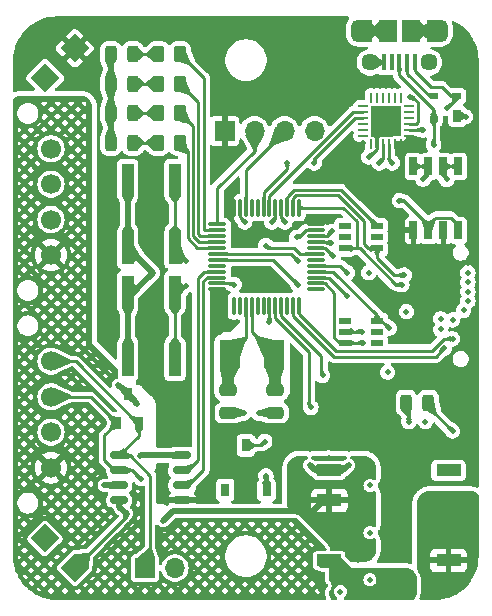
<source format=gtl>
%TF.GenerationSoftware,KiCad,Pcbnew,7.0.2*%
%TF.CreationDate,2023-11-21T14:26:12-06:00*%
%TF.ProjectId,BPS-PeripheralSOM,4250532d-5065-4726-9970-686572616c53,rev?*%
%TF.SameCoordinates,Original*%
%TF.FileFunction,Copper,L1,Top*%
%TF.FilePolarity,Positive*%
%FSLAX46Y46*%
G04 Gerber Fmt 4.6, Leading zero omitted, Abs format (unit mm)*
G04 Created by KiCad (PCBNEW 7.0.2) date 2023-11-21 14:26:12*
%MOMM*%
%LPD*%
G01*
G04 APERTURE LIST*
G04 Aperture macros list*
%AMRoundRect*
0 Rectangle with rounded corners*
0 $1 Rounding radius*
0 $2 $3 $4 $5 $6 $7 $8 $9 X,Y pos of 4 corners*
0 Add a 4 corners polygon primitive as box body*
4,1,4,$2,$3,$4,$5,$6,$7,$8,$9,$2,$3,0*
0 Add four circle primitives for the rounded corners*
1,1,$1+$1,$2,$3*
1,1,$1+$1,$4,$5*
1,1,$1+$1,$6,$7*
1,1,$1+$1,$8,$9*
0 Add four rect primitives between the rounded corners*
20,1,$1+$1,$2,$3,$4,$5,0*
20,1,$1+$1,$4,$5,$6,$7,0*
20,1,$1+$1,$6,$7,$8,$9,0*
20,1,$1+$1,$8,$9,$2,$3,0*%
%AMRotRect*
0 Rectangle, with rotation*
0 The origin of the aperture is its center*
0 $1 length*
0 $2 width*
0 $3 Rotation angle, in degrees counterclockwise*
0 Add horizontal line*
21,1,$1,$2,0,0,$3*%
G04 Aperture macros list end*
%TA.AperFunction,ComponentPad*%
%ADD10RotRect,1.700000X1.700000X45.000000*%
%TD*%
%TA.AperFunction,SMDPad,CuDef*%
%ADD11R,1.000000X2.750000*%
%TD*%
%TA.AperFunction,SMDPad,CuDef*%
%ADD12RoundRect,0.250000X-0.475000X0.250000X-0.475000X-0.250000X0.475000X-0.250000X0.475000X0.250000X0*%
%TD*%
%TA.AperFunction,ComponentPad*%
%ADD13R,1.700000X1.700000*%
%TD*%
%TA.AperFunction,ComponentPad*%
%ADD14O,1.700000X1.700000*%
%TD*%
%TA.AperFunction,SMDPad,CuDef*%
%ADD15R,0.700000X1.000000*%
%TD*%
%TA.AperFunction,SMDPad,CuDef*%
%ADD16R,0.700000X0.600000*%
%TD*%
%TA.AperFunction,SMDPad,CuDef*%
%ADD17R,0.650000X1.528000*%
%TD*%
%TA.AperFunction,SMDPad,CuDef*%
%ADD18R,2.100000X1.000000*%
%TD*%
%TA.AperFunction,SMDPad,CuDef*%
%ADD19R,1.700000X2.400000*%
%TD*%
%TA.AperFunction,SMDPad,CuDef*%
%ADD20RoundRect,0.243750X-0.243750X-0.456250X0.243750X-0.456250X0.243750X0.456250X-0.243750X0.456250X0*%
%TD*%
%TA.AperFunction,ComponentPad*%
%ADD21C,1.700000*%
%TD*%
%TA.AperFunction,ComponentPad*%
%ADD22RotRect,1.700000X1.700000X315.000000*%
%TD*%
%TA.AperFunction,SMDPad,CuDef*%
%ADD23RoundRect,0.250000X0.262500X0.450000X-0.262500X0.450000X-0.262500X-0.450000X0.262500X-0.450000X0*%
%TD*%
%TA.AperFunction,SMDPad,CuDef*%
%ADD24RoundRect,0.075000X0.075000X-0.662500X0.075000X0.662500X-0.075000X0.662500X-0.075000X-0.662500X0*%
%TD*%
%TA.AperFunction,SMDPad,CuDef*%
%ADD25RoundRect,0.075000X0.662500X-0.075000X0.662500X0.075000X-0.662500X0.075000X-0.662500X-0.075000X0*%
%TD*%
%TA.AperFunction,SMDPad,CuDef*%
%ADD26RoundRect,0.062500X0.062500X-0.350000X0.062500X0.350000X-0.062500X0.350000X-0.062500X-0.350000X0*%
%TD*%
%TA.AperFunction,SMDPad,CuDef*%
%ADD27RoundRect,0.062500X0.350000X-0.062500X0.350000X0.062500X-0.350000X0.062500X-0.350000X-0.062500X0*%
%TD*%
%TA.AperFunction,SMDPad,CuDef*%
%ADD28R,2.600000X2.600000*%
%TD*%
%TA.AperFunction,SMDPad,CuDef*%
%ADD29R,0.400000X1.350000*%
%TD*%
%TA.AperFunction,ComponentPad*%
%ADD30O,1.200000X1.900000*%
%TD*%
%TA.AperFunction,SMDPad,CuDef*%
%ADD31R,1.200000X1.900000*%
%TD*%
%TA.AperFunction,ComponentPad*%
%ADD32C,1.450000*%
%TD*%
%TA.AperFunction,SMDPad,CuDef*%
%ADD33R,1.500000X1.900000*%
%TD*%
%TA.AperFunction,SMDPad,CuDef*%
%ADD34R,0.762000X1.117600*%
%TD*%
%TA.AperFunction,SMDPad,CuDef*%
%ADD35RoundRect,0.150000X0.625000X0.150000X-0.625000X0.150000X-0.625000X-0.150000X0.625000X-0.150000X0*%
%TD*%
%TA.AperFunction,SMDPad,CuDef*%
%ADD36R,1.003300X0.558800*%
%TD*%
%TA.AperFunction,ViaPad*%
%ADD37C,0.500000*%
%TD*%
%TA.AperFunction,Conductor*%
%ADD38C,0.250000*%
%TD*%
%TA.AperFunction,Conductor*%
%ADD39C,0.500000*%
%TD*%
%TA.AperFunction,Conductor*%
%ADD40C,1.000000*%
%TD*%
G04 APERTURE END LIST*
D10*
%TO.P,TP4,1,1*%
%TO.N,GNDPWR*%
X103000000Y-84500000D03*
%TD*%
D11*
%TO.P,SW5,1,1*%
%TO.N,GND*%
X110000000Y-59875000D03*
X110000000Y-54125000D03*
%TO.P,SW5,2,2*%
%TO.N,/PB1*%
X114000000Y-59875000D03*
X114000000Y-54125000D03*
%TD*%
D12*
%TO.P,C22,1*%
%TO.N,/OSC_OUT*%
X122500000Y-71950000D03*
%TO.P,C22,2*%
%TO.N,GND*%
X122500000Y-73850000D03*
%TD*%
D13*
%TO.P,J1,1,Pin_1*%
%TO.N,+3.3V*%
X118200000Y-50000000D03*
D14*
%TO.P,J1,2,Pin_2*%
%TO.N,/SWCLK*%
X120740000Y-50000000D03*
%TO.P,J1,3,Pin_3*%
%TO.N,/SWDIO*%
X123280000Y-50000000D03*
%TO.P,J1,4,Pin_4*%
%TO.N,GND*%
X125820000Y-50000000D03*
%TD*%
D15*
%TO.P,D1,1,A*%
%TO.N,GND*%
X137900000Y-48750000D03*
D16*
%TO.P,D1,2,K*%
%TO.N,Net-(J3-VBUS)*%
X137900000Y-47050000D03*
%TO.P,D1,3,K*%
%TO.N,Net-(J3-D-)*%
X135900000Y-47050000D03*
%TO.P,D1,4,K*%
%TO.N,Net-(J3-D+)*%
X135900000Y-48950000D03*
%TD*%
D17*
%TO.P,IC1,1,1SOURCE*%
%TO.N,+3.3V*%
X134190000Y-58422000D03*
%TO.P,IC1,2,1GATE*%
%TO.N,Net-(IC1-1GATE)*%
X135460000Y-58422000D03*
%TO.P,IC1,3,2SOURCE*%
%TO.N,+3.3V*%
X136730000Y-58422000D03*
%TO.P,IC1,4,2GATE*%
%TO.N,Net-(IC1-1GATE)*%
X138000000Y-58422000D03*
%TO.P,IC1,5,2DRAIN_1*%
%TO.N,Net-(IC1-2DRAIN_1)*%
X138000000Y-53000000D03*
%TO.P,IC1,6,2DRAIN_2*%
X136730000Y-53000000D03*
%TO.P,IC1,7,1DRAIN_1*%
%TO.N,Net-(IC1-1DRAIN_1)*%
X135460000Y-53000000D03*
%TO.P,IC1,8,1DRAIN_2*%
X134190000Y-53000000D03*
%TD*%
D18*
%TO.P,P2,1,-VIN*%
%TO.N,GNDPWR*%
X127060000Y-78740000D03*
%TO.P,P2,2,+VIN*%
%TO.N,+5V_ISO*%
X127060000Y-81280000D03*
%TO.P,P2,4,-VOUT*%
%TO.N,GND*%
X127060000Y-86360000D03*
%TO.P,P2,5,+VOUT*%
%TO.N,+5V*%
X137160000Y-86360000D03*
%TO.P,P2,8,NC*%
%TO.N,unconnected-(P2-NC-Pad8)*%
X137160000Y-78740000D03*
%TD*%
D19*
%TO.P,Y1,1,1*%
%TO.N,/OSC_IN*%
X118650000Y-68900000D03*
%TO.P,Y1,2,2*%
%TO.N,/OSC_OUT*%
X122350000Y-68900000D03*
%TD*%
D20*
%TO.P,D14,1,K*%
%TO.N,GND*%
X108562500Y-46000000D03*
%TO.P,D14,2,A*%
%TO.N,Net-(D14-A)*%
X110437500Y-46000000D03*
%TD*%
D21*
%TO.P,J4,1,5V*%
%TO.N,/5V_Ext*%
X103500000Y-78500000D03*
%TO.P,J4,2,GND*%
%TO.N,GNDPWR*%
X103500000Y-75500000D03*
%TO.P,J4,3,CAN_H*%
%TO.N,/CAN_H*%
X103500000Y-72500000D03*
%TO.P,J4,4,CAN_L*%
%TO.N,/CAN_L*%
X103500000Y-69500000D03*
%TD*%
D15*
%TO.P,U5,1,CAN_H*%
%TO.N,/CAN_H*%
X109050000Y-74700000D03*
%TO.P,U5,2,CAN_L*%
%TO.N,/CAN_L*%
X110950000Y-74700000D03*
%TO.P,U5,3,GND*%
%TO.N,GNDPWR*%
X110000000Y-72300000D03*
%TD*%
D22*
%TO.P,TP6,1,1*%
%TO.N,GND*%
X103000000Y-45500000D03*
%TD*%
D23*
%TO.P,R17,1*%
%TO.N,/PB4*%
X114412500Y-48500000D03*
%TO.P,R17,2*%
%TO.N,Net-(D13-A)*%
X112587500Y-48500000D03*
%TD*%
D13*
%TO.P,JP2,1,A*%
%TO.N,/CAN_L*%
X111460000Y-87000000D03*
D14*
%TO.P,JP2,2,B*%
%TO.N,/CAN/TERM_H*%
X114000000Y-87000000D03*
%TD*%
D22*
%TO.P,TP1,1,1*%
%TO.N,+3.3V*%
X105500000Y-43000000D03*
%TD*%
D23*
%TO.P,R6,1*%
%TO.N,/PB5*%
X114412500Y-51000000D03*
%TO.P,R6,2*%
%TO.N,Net-(D12-A)*%
X112587500Y-51000000D03*
%TD*%
D24*
%TO.P,U1,1,VBAT*%
%TO.N,unconnected-(U1-VBAT-Pad1)*%
X119000000Y-64825000D03*
%TO.P,U1,2,PC13*%
%TO.N,unconnected-(U1-PC13-Pad2)*%
X119500000Y-64825000D03*
%TO.P,U1,3,PC14*%
%TO.N,/OSC_IN*%
X120000000Y-64825000D03*
%TO.P,U1,4,PC15*%
%TO.N,/OSC_OUT*%
X120500000Y-64825000D03*
%TO.P,U1,5,PH0*%
%TO.N,unconnected-(U1-PH0-Pad5)*%
X121000000Y-64825000D03*
%TO.P,U1,6,PH1*%
%TO.N,unconnected-(U1-PH1-Pad6)*%
X121500000Y-64825000D03*
%TO.P,U1,7,NRST*%
%TO.N,/NRST*%
X122000000Y-64825000D03*
%TO.P,U1,8,VSSA*%
%TO.N,GNDA*%
X122500000Y-64825000D03*
%TO.P,U1,9,VDDA*%
%TO.N,VDDA*%
X123000000Y-64825000D03*
%TO.P,U1,10,PA0*%
%TO.N,unconnected-(U1-PA0-Pad10)*%
X123500000Y-64825000D03*
%TO.P,U1,11,PA1*%
%TO.N,/PA1*%
X124000000Y-64825000D03*
%TO.P,U1,12,PA2*%
%TO.N,/PA2*%
X124500000Y-64825000D03*
D25*
%TO.P,U1,13,PA3*%
%TO.N,unconnected-(U1-PA3-Pad13)*%
X125912500Y-63412500D03*
%TO.P,U1,14,PA4*%
%TO.N,/SPI1_NSS*%
X125912500Y-62912500D03*
%TO.P,U1,15,PA5*%
%TO.N,Net-(U1-PA5)*%
X125912500Y-62412500D03*
%TO.P,U1,16,PA6*%
%TO.N,/SPI1_MISO*%
X125912500Y-61912500D03*
%TO.P,U1,17,PA7*%
%TO.N,Net-(U1-PA7)*%
X125912500Y-61412500D03*
%TO.P,U1,18,PB0*%
%TO.N,unconnected-(U1-PB0-Pad18)*%
X125912500Y-60912500D03*
%TO.P,U1,19,PB1*%
%TO.N,/PB1*%
X125912500Y-60412500D03*
%TO.P,U1,20,PB2*%
%TO.N,/PB2*%
X125912500Y-59912500D03*
%TO.P,U1,21,PB10*%
%TO.N,/I2C2_SCL*%
X125912500Y-59412500D03*
%TO.P,U1,22,PB11*%
%TO.N,/I2C2_SDA*%
X125912500Y-58912500D03*
%TO.P,U1,23,VSS*%
%TO.N,GND*%
X125912500Y-58412500D03*
%TO.P,U1,24,VDD*%
%TO.N,+3.3V*%
X125912500Y-57912500D03*
D24*
%TO.P,U1,25,PB12*%
%TO.N,/SPI2_NSS*%
X124500000Y-56500000D03*
%TO.P,U1,26,PB13*%
%TO.N,/SPI2_SCK*%
X124000000Y-56500000D03*
%TO.P,U1,27,PB14*%
%TO.N,/SPI2_MISO*%
X123500000Y-56500000D03*
%TO.P,U1,28,PB15*%
%TO.N,/SPI2_MOSI*%
X123000000Y-56500000D03*
%TO.P,U1,29,PA8*%
%TO.N,/I2C2_PU_EN*%
X122500000Y-56500000D03*
%TO.P,U1,30,PA9*%
%TO.N,/USART1_TX*%
X122000000Y-56500000D03*
%TO.P,U1,31,PA10*%
%TO.N,/USART1_RX*%
X121500000Y-56500000D03*
%TO.P,U1,32,PA11*%
%TO.N,unconnected-(U1-PA11-Pad32)*%
X121000000Y-56500000D03*
%TO.P,U1,33,PA12*%
%TO.N,unconnected-(U1-PA12-Pad33)*%
X120500000Y-56500000D03*
%TO.P,U1,34,PA13*%
%TO.N,/SWDIO*%
X120000000Y-56500000D03*
%TO.P,U1,35,VSS*%
%TO.N,GND*%
X119500000Y-56500000D03*
%TO.P,U1,36,VDD*%
%TO.N,+3.3V*%
X119000000Y-56500000D03*
D25*
%TO.P,U1,37,PA14*%
%TO.N,/SWCLK*%
X117587500Y-57912500D03*
%TO.P,U1,38,PA15*%
%TO.N,/PA15*%
X117587500Y-58412500D03*
%TO.P,U1,39,PB3*%
%TO.N,/PB3*%
X117587500Y-58912500D03*
%TO.P,U1,40,PB4*%
%TO.N,/PB4*%
X117587500Y-59412500D03*
%TO.P,U1,41,PB5*%
%TO.N,/PB5*%
X117587500Y-59912500D03*
%TO.P,U1,42,PB6*%
%TO.N,/I2C1_SCL*%
X117587500Y-60412500D03*
%TO.P,U1,43,PB7*%
%TO.N,/I2C1_SDA*%
X117587500Y-60912500D03*
%TO.P,U1,44,PH3*%
%TO.N,unconnected-(U1-PH3-Pad44)*%
X117587500Y-61412500D03*
%TO.P,U1,45,PB8*%
%TO.N,/CAN_RX*%
X117587500Y-61912500D03*
%TO.P,U1,46,PB9*%
%TO.N,/CAN_TX*%
X117587500Y-62412500D03*
%TO.P,U1,47,VSS*%
%TO.N,GND*%
X117587500Y-62912500D03*
%TO.P,U1,48,VDD*%
%TO.N,+3.3V*%
X117587500Y-63412500D03*
%TD*%
D11*
%TO.P,SW1,1,1*%
%TO.N,/NRST*%
X114000000Y-63625000D03*
X114000000Y-69375000D03*
%TO.P,SW1,2,2*%
%TO.N,GND*%
X110000000Y-63625000D03*
X110000000Y-69375000D03*
%TD*%
D26*
%TO.P,U4,1,~{RI}/CLK*%
%TO.N,unconnected-(U4-~{RI}{slash}CLK-Pad1)*%
X130600000Y-51087500D03*
%TO.P,U4,2,GND*%
%TO.N,GND*%
X131100000Y-51087500D03*
%TO.P,U4,3,D+*%
%TO.N,Net-(J3-D+)*%
X131600000Y-51087500D03*
%TO.P,U4,4,D-*%
%TO.N,Net-(J3-D-)*%
X132100000Y-51087500D03*
%TO.P,U4,5,VIO*%
%TO.N,+3.3V*%
X132600000Y-51087500D03*
%TO.P,U4,6,VDD*%
X133100000Y-51087500D03*
D27*
%TO.P,U4,7,VREGIN*%
X133787500Y-50400000D03*
%TO.P,U4,8,VBUS*%
%TO.N,Net-(U4-VBUS)*%
X133787500Y-49900000D03*
%TO.P,U4,9,~{RST}*%
%TO.N,Net-(U4-~{RST})*%
X133787500Y-49400000D03*
%TO.P,U4,10,NC*%
%TO.N,unconnected-(U4-NC-Pad10)*%
X133787500Y-48900000D03*
%TO.P,U4,11,~{WAKEUP}/GPIO.3*%
%TO.N,unconnected-(U4-~{WAKEUP}{slash}GPIO.3-Pad11)*%
X133787500Y-48400000D03*
%TO.P,U4,12,RS485/GPIO.2*%
%TO.N,unconnected-(U4-RS485{slash}GPIO.2-Pad12)*%
X133787500Y-47900000D03*
D26*
%TO.P,U4,13,~{RXT}/GPIO.1*%
%TO.N,unconnected-(U4-~{RXT}{slash}GPIO.1-Pad13)*%
X133100000Y-47212500D03*
%TO.P,U4,14,~{TXT}/GPIO.0*%
%TO.N,unconnected-(U4-~{TXT}{slash}GPIO.0-Pad14)*%
X132600000Y-47212500D03*
%TO.P,U4,15,~{SUSPEND}*%
%TO.N,unconnected-(U4-~{SUSPEND}-Pad15)*%
X132100000Y-47212500D03*
%TO.P,U4,16,NC*%
%TO.N,unconnected-(U4-NC-Pad16)*%
X131600000Y-47212500D03*
%TO.P,U4,17,SUSPEND*%
%TO.N,unconnected-(U4-SUSPEND-Pad17)*%
X131100000Y-47212500D03*
%TO.P,U4,18,~{CTS}*%
%TO.N,unconnected-(U4-~{CTS}-Pad18)*%
X130600000Y-47212500D03*
D27*
%TO.P,U4,19,~{RTS}*%
%TO.N,unconnected-(U4-~{RTS}-Pad19)*%
X129912500Y-47900000D03*
%TO.P,U4,20,RXD*%
%TO.N,/USART1_TX*%
X129912500Y-48400000D03*
%TO.P,U4,21,TXD*%
%TO.N,/USART1_RX*%
X129912500Y-48900000D03*
%TO.P,U4,22,~{DSR}*%
%TO.N,unconnected-(U4-~{DSR}-Pad22)*%
X129912500Y-49400000D03*
%TO.P,U4,23,~{DTR}*%
%TO.N,unconnected-(U4-~{DTR}-Pad23)*%
X129912500Y-49900000D03*
%TO.P,U4,24,~{DCD}*%
%TO.N,unconnected-(U4-~{DCD}-Pad24)*%
X129912500Y-50400000D03*
D28*
%TO.P,U4,25,GND*%
%TO.N,GND*%
X131850000Y-49150000D03*
%TD*%
D29*
%TO.P,J3,1,VBUS*%
%TO.N,Net-(J3-VBUS)*%
X134300000Y-44200000D03*
%TO.P,J3,2,D-*%
%TO.N,Net-(J3-D-)*%
X133650000Y-44200000D03*
%TO.P,J3,3,D+*%
%TO.N,Net-(J3-D+)*%
X133000000Y-44200000D03*
%TO.P,J3,4,ID*%
%TO.N,unconnected-(J3-ID-Pad4)*%
X132350000Y-44200000D03*
%TO.P,J3,5,GND*%
%TO.N,GND*%
X131700000Y-44200000D03*
D30*
%TO.P,J3,6,Shield*%
X136500000Y-41500000D03*
D31*
X135900000Y-41500000D03*
D32*
X135500000Y-44200000D03*
D33*
X134000000Y-41500000D03*
X132000000Y-41500000D03*
D32*
X130500000Y-44200000D03*
D31*
X130100000Y-41500000D03*
D30*
X129500000Y-41500000D03*
%TD*%
D21*
%TO.P,J2,1,5V*%
%TO.N,/5V_Ext*%
X103500000Y-60500000D03*
%TO.P,J2,2,GND*%
%TO.N,GNDPWR*%
X103500000Y-57500000D03*
%TO.P,J2,3,CAN_H*%
%TO.N,/CAN_H*%
X103500000Y-54500000D03*
%TO.P,J2,4,CAN_L*%
%TO.N,/CAN_L*%
X103500000Y-51500000D03*
%TD*%
D23*
%TO.P,R11,1*%
%TO.N,/PA15*%
X114412500Y-43500000D03*
%TO.P,R11,2*%
%TO.N,Net-(D4-A)*%
X112587500Y-43500000D03*
%TD*%
D34*
%TO.P,SW2,1,A*%
%TO.N,unconnected-(SW2-A-Pad1)*%
X118249998Y-80392300D03*
%TO.P,SW2,2,B*%
%TO.N,/PB2*%
X120000000Y-76607700D03*
%TO.P,SW2,3,C*%
%TO.N,GND*%
X121750002Y-80392300D03*
%TD*%
D20*
%TO.P,D12,1,K*%
%TO.N,GND*%
X108562500Y-51000000D03*
%TO.P,D12,2,A*%
%TO.N,Net-(D12-A)*%
X110437500Y-51000000D03*
%TD*%
D12*
%TO.P,C21,1*%
%TO.N,/OSC_IN*%
X118500000Y-71950000D03*
%TO.P,C21,2*%
%TO.N,GND*%
X118500000Y-73850000D03*
%TD*%
D20*
%TO.P,D2,1,K*%
%TO.N,GND*%
X133562500Y-73000000D03*
%TO.P,D2,2,A*%
%TO.N,Net-(D2-A)*%
X135437500Y-73000000D03*
%TD*%
D35*
%TO.P,U2,1,VCC1*%
%TO.N,+3.3V*%
X114625000Y-81270000D03*
%TO.P,U2,2,TXD*%
%TO.N,/CAN_TX*%
X114625000Y-80000000D03*
%TO.P,U2,3,RXD*%
%TO.N,/CAN_RX*%
X114625000Y-78730000D03*
%TO.P,U2,4,GND1*%
%TO.N,GND*%
X114625000Y-77460000D03*
%TO.P,U2,5,CANL*%
%TO.N,/CAN_L*%
X109275000Y-77460000D03*
%TO.P,U2,6,CANH*%
%TO.N,/CAN_H*%
X109275000Y-78730000D03*
%TO.P,U2,7,GND2*%
%TO.N,GNDPWR*%
X109275000Y-80000000D03*
%TO.P,U2,8,VCC2*%
%TO.N,+5V_ISO*%
X109275000Y-81270000D03*
%TD*%
D20*
%TO.P,D4,1,K*%
%TO.N,GND*%
X108562500Y-43500000D03*
%TO.P,D4,2,A*%
%TO.N,Net-(D4-A)*%
X110437500Y-43500000D03*
%TD*%
D23*
%TO.P,R18,1*%
%TO.N,/PB3*%
X114412500Y-46000000D03*
%TO.P,R18,2*%
%TO.N,Net-(D14-A)*%
X112587500Y-46000000D03*
%TD*%
D10*
%TO.P,TP3,1,1*%
%TO.N,+5V_ISO*%
X105500000Y-87000000D03*
%TD*%
D36*
%TO.P,CR2,1,1*%
%TO.N,/SPI1_SCK*%
X128400000Y-66049999D03*
%TO.P,CR2,2,2*%
%TO.N,GND*%
X128400000Y-67000000D03*
%TO.P,CR2,3,3*%
%TO.N,/SPI1_NSS*%
X128400000Y-67950001D03*
%TO.P,CR2,4,4*%
%TO.N,/SPI1_MOSI*%
X131105100Y-67950001D03*
%TO.P,CR2,5,5*%
%TO.N,unconnected-(CR2-Pad5)*%
X131105100Y-67000000D03*
%TO.P,CR2,6,6*%
%TO.N,/SPI1_MISO*%
X131105100Y-66049999D03*
%TD*%
%TO.P,CR1,1,1*%
%TO.N,/SPI2_MOSI*%
X128400000Y-58049999D03*
%TO.P,CR1,2,2*%
%TO.N,GND*%
X128400000Y-59000000D03*
%TO.P,CR1,3,3*%
%TO.N,/SPI2_NSS*%
X128400000Y-59950001D03*
%TO.P,CR1,4,4*%
%TO.N,/SPI2_SCK*%
X131105100Y-59950001D03*
%TO.P,CR1,5,5*%
%TO.N,unconnected-(CR1-Pad5)*%
X131105100Y-59000000D03*
%TO.P,CR1,6,6*%
%TO.N,/SPI2_MISO*%
X131105100Y-58049999D03*
%TD*%
D20*
%TO.P,D13,1,K*%
%TO.N,GND*%
X108562500Y-48500000D03*
%TO.P,D13,2,A*%
%TO.N,Net-(D13-A)*%
X110437500Y-48500000D03*
%TD*%
D37*
%TO.N,+5V*%
X135000000Y-81500000D03*
X136900000Y-87700000D03*
X138000000Y-81500000D03*
X137400000Y-85000000D03*
X138900000Y-86300000D03*
%TO.N,GND*%
X119000000Y-63000000D03*
X129800000Y-67000000D03*
X108600000Y-49700000D03*
X119800000Y-73900000D03*
X111050000Y-77500000D03*
X135200000Y-74600000D03*
X119900000Y-57703185D03*
X132700000Y-88700000D03*
X128480585Y-58978793D03*
X121700000Y-79200000D03*
X132400000Y-87300000D03*
X130400000Y-52200000D03*
X134200000Y-89000000D03*
X124300000Y-59000000D03*
X136500000Y-65900000D03*
X138800000Y-62000000D03*
X121100000Y-73900000D03*
X112100000Y-62000000D03*
X131900000Y-48900000D03*
X133800000Y-74600000D03*
X138600000Y-48800000D03*
X108600000Y-44700000D03*
X133600000Y-65300000D03*
%TO.N,+3.3V*%
X130300000Y-73600000D03*
X138800000Y-61200000D03*
X129900000Y-51000000D03*
X131500000Y-72600000D03*
X133100000Y-64000000D03*
X136300000Y-63900000D03*
X131000000Y-55912500D03*
X120500000Y-59000000D03*
X123000000Y-63000000D03*
X115900000Y-81200000D03*
X123968518Y-69000000D03*
X120500000Y-63000000D03*
X123000000Y-59000000D03*
X133700000Y-51000000D03*
%TO.N,/NRST*%
X122000000Y-66200000D03*
X114900000Y-63100000D03*
%TO.N,GNDPWR*%
X109200000Y-71500000D03*
X130500000Y-88000000D03*
X108000000Y-80000000D03*
X128000000Y-89000000D03*
X130500000Y-84000000D03*
X128700000Y-78300000D03*
X125400000Y-78300000D03*
X130500000Y-80000000D03*
X110800000Y-73100000D03*
%TO.N,/SPI2_MOSI*%
X128400000Y-58049999D03*
X123300000Y-57700000D03*
%TO.N,/SPI2_NSS*%
X133200000Y-63000000D03*
%TO.N,/SPI2_SCK*%
X133400000Y-62200000D03*
%TO.N,/SPI2_MISO*%
X131100026Y-58079573D03*
%TO.N,/SPI1_SCK*%
X128400000Y-66049999D03*
%TO.N,/SPI1_NSS*%
X129954641Y-67945359D03*
%TO.N,/SPI1_MOSI*%
X131105100Y-67950001D03*
X130412500Y-62000000D03*
%TO.N,/SPI1_MISO*%
X132122872Y-66701627D03*
%TO.N,/5V_Ext*%
X126700000Y-88500000D03*
X126000000Y-87500000D03*
%TO.N,/PA1*%
X136800000Y-68400000D03*
%TO.N,Net-(D2-A)*%
X137500000Y-75412500D03*
%TO.N,/I2C1_SCL*%
X124400000Y-61000000D03*
X137500000Y-66000000D03*
%TO.N,/I2C1_SDA*%
X136500000Y-66800000D03*
X124400000Y-63000000D03*
%TO.N,/I2C2_SCL*%
X138800000Y-63600000D03*
X127193413Y-59506587D03*
%TO.N,Net-(U4-VBUS)*%
X135000000Y-49912500D03*
%TO.N,Net-(U1-PA5)*%
X128587500Y-64000000D03*
%TO.N,Net-(U1-PA7)*%
X128587500Y-62000000D03*
%TO.N,/USART1_RX*%
X123500000Y-52750000D03*
X125800000Y-52700000D03*
%TO.N,GNDA*%
X132000000Y-70425500D03*
X138429500Y-65200000D03*
X125500000Y-73400000D03*
%TO.N,VDDA*%
X138800000Y-64400000D03*
X126500000Y-70700000D03*
%TO.N,+5V_ISO*%
X126000000Y-80000000D03*
X109900000Y-82400000D03*
X128300000Y-84700000D03*
X130500000Y-78000000D03*
X113000000Y-83000000D03*
X127000000Y-77700000D03*
X130500000Y-82000000D03*
X130500000Y-86000000D03*
X129500000Y-86300000D03*
%TO.N,/CAN_H*%
X111087500Y-79500000D03*
%TO.N,/PB1*%
X121700000Y-59700000D03*
X114900000Y-61000000D03*
%TO.N,/I2C2_PU_EN*%
X122200000Y-57700000D03*
%TO.N,/PA2*%
X137500000Y-67600000D03*
%TO.N,Net-(J3-VBUS)*%
X137000000Y-48087500D03*
%TO.N,Net-(J3-D-)*%
X135900000Y-47050000D03*
X132400000Y-52700000D03*
%TO.N,Net-(J3-D+)*%
X131300000Y-52700000D03*
X135900000Y-51200000D03*
%TO.N,/PB2*%
X127400000Y-60600000D03*
X121600000Y-76300000D03*
%TO.N,Net-(IC1-1GATE)*%
X133000000Y-55900000D03*
%TO.N,/I2C2_SDA*%
X127300000Y-58500000D03*
X138800000Y-62800000D03*
%TO.N,Net-(IC1-2DRAIN_1)*%
X137000000Y-54100000D03*
%TO.N,Net-(IC1-1DRAIN_1)*%
X135000000Y-54087500D03*
%TO.N,Net-(U4-~{RST})*%
X133931802Y-47144268D03*
%TD*%
D38*
%TO.N,GND*%
X134000000Y-41500000D02*
X135900000Y-41500000D01*
D39*
X110000000Y-59875000D02*
X110000000Y-59900000D01*
X111090000Y-77460000D02*
X111050000Y-77500000D01*
D38*
X131100000Y-51087500D02*
X131100000Y-51548008D01*
D39*
X108562500Y-44662500D02*
X108600000Y-44700000D01*
X121150000Y-73850000D02*
X122500000Y-73850000D01*
D38*
X121750002Y-79250002D02*
X121700000Y-79200000D01*
D39*
X110000000Y-59900000D02*
X112100000Y-62000000D01*
D38*
X119900000Y-57703185D02*
X119500000Y-57303185D01*
X133800000Y-73237500D02*
X133562500Y-73000000D01*
X138550000Y-48750000D02*
X138600000Y-48800000D01*
X118912500Y-62912500D02*
X119000000Y-63000000D01*
X117587500Y-62912500D02*
X118912500Y-62912500D01*
D39*
X108562500Y-43500000D02*
X108562500Y-44662500D01*
D38*
X131100000Y-51087500D02*
X131100000Y-49900000D01*
X130448008Y-52200000D02*
X130400000Y-52200000D01*
D39*
X108562500Y-48500000D02*
X108562500Y-49662500D01*
D38*
X131100000Y-49900000D02*
X131900000Y-48900000D01*
D39*
X110475000Y-63625000D02*
X112100000Y-62000000D01*
D38*
X131900000Y-48900000D02*
X131850000Y-49150000D01*
D39*
X108562500Y-44737500D02*
X108562500Y-46000000D01*
X108600000Y-44700000D02*
X108562500Y-44737500D01*
D38*
X131100000Y-51548008D02*
X130448008Y-52200000D01*
D39*
X108562500Y-49662500D02*
X108600000Y-49700000D01*
X110000000Y-63625000D02*
X110475000Y-63625000D01*
X110000000Y-63625000D02*
X110000000Y-69375000D01*
D38*
X124521815Y-59000000D02*
X125109315Y-58412500D01*
D39*
X108562500Y-49737500D02*
X108562500Y-51000000D01*
X119750000Y-73850000D02*
X118500000Y-73850000D01*
D38*
X128400000Y-67000000D02*
X129800000Y-67000000D01*
D39*
X110000000Y-54125000D02*
X110000000Y-59875000D01*
D38*
X124300000Y-59000000D02*
X124521815Y-59000000D01*
D39*
X119800000Y-73900000D02*
X119750000Y-73850000D01*
X121100000Y-73900000D02*
X121150000Y-73850000D01*
D38*
X125109315Y-58412500D02*
X125912500Y-58412500D01*
X131700000Y-44200000D02*
X130500000Y-44200000D01*
X133800000Y-74600000D02*
X133800000Y-73237500D01*
D39*
X108562500Y-46000000D02*
X108562500Y-48500000D01*
X108600000Y-49700000D02*
X108562500Y-49737500D01*
X114625000Y-77460000D02*
X111090000Y-77460000D01*
D38*
X121750002Y-80392300D02*
X121750002Y-79250002D01*
X119500000Y-57303185D02*
X119500000Y-56500000D01*
X137900000Y-48750000D02*
X138550000Y-48750000D01*
X132000000Y-41500000D02*
X130100000Y-41500000D01*
%TO.N,/NRST*%
X114000000Y-63625000D02*
X114375000Y-63625000D01*
X114375000Y-63625000D02*
X114900000Y-63100000D01*
X113826000Y-63625000D02*
X114375000Y-63625000D01*
X122000000Y-66200000D02*
X122000000Y-64825000D01*
X114000000Y-63625000D02*
X114000000Y-69375000D01*
D39*
%TO.N,GNDPWR*%
X110000000Y-72300000D02*
X110800000Y-73100000D01*
X108000000Y-80000000D02*
X109275000Y-80000000D01*
X128260000Y-78740000D02*
X128700000Y-78300000D01*
X125400000Y-78300000D02*
X125840000Y-78740000D01*
X127060000Y-78740000D02*
X128260000Y-78740000D01*
X125840000Y-78740000D02*
X127060000Y-78740000D01*
X110000000Y-72300000D02*
X109200000Y-71500000D01*
D38*
%TO.N,/OSC_IN*%
X120000000Y-64825000D02*
X120000000Y-67550000D01*
D40*
X118500000Y-71950000D02*
X118500000Y-69050000D01*
D38*
X120000000Y-67550000D02*
X118650000Y-68900000D01*
%TO.N,/OSC_OUT*%
X120500000Y-64825000D02*
X120500000Y-67050000D01*
D40*
X122500000Y-71950000D02*
X122500000Y-69050000D01*
D38*
X120500000Y-67050000D02*
X122350000Y-68900000D01*
%TO.N,/PB4*%
X115518500Y-49606000D02*
X115518500Y-50500000D01*
X116016330Y-59412500D02*
X115518500Y-58914670D01*
X117587500Y-59412500D02*
X116016330Y-59412500D01*
X115518500Y-58914670D02*
X115518500Y-50500000D01*
X114412500Y-48500000D02*
X115518500Y-49606000D01*
%TO.N,/PB5*%
X114412500Y-51000000D02*
X115068500Y-51656000D01*
X115879934Y-59912500D02*
X115068500Y-59101066D01*
X115068500Y-59101066D02*
X115068500Y-52500000D01*
X115068500Y-51656000D02*
X115068500Y-52500000D01*
X117587500Y-59912500D02*
X115879934Y-59912500D01*
%TO.N,/SPI2_MOSI*%
X123000000Y-57400000D02*
X123000000Y-56500000D01*
X123300000Y-57700000D02*
X123000000Y-57400000D01*
%TO.N,/SPI2_NSS*%
X133200000Y-63000000D02*
X132700000Y-63000000D01*
X132700000Y-63000000D02*
X129650001Y-59950001D01*
X129650001Y-59950001D02*
X129382946Y-59950001D01*
X128263604Y-56500000D02*
X124500000Y-56500000D01*
X129382946Y-59950001D02*
X129382946Y-57619342D01*
X129382946Y-57619342D02*
X128263604Y-56500000D01*
X128400000Y-59950001D02*
X129382946Y-59950001D01*
%TO.N,/SPI2_SCK*%
X124259315Y-55437500D02*
X127837500Y-55437500D01*
X127837500Y-55437500D02*
X130000000Y-57600000D01*
X133400000Y-62200000D02*
X132550000Y-62200000D01*
X124000000Y-55696815D02*
X124259315Y-55437500D01*
X124000000Y-56500000D02*
X124000000Y-55696815D01*
X132550000Y-62200000D02*
X131105100Y-60755100D01*
X130000000Y-57600000D02*
X130000000Y-59596551D01*
X131105100Y-60755100D02*
X131105100Y-59950001D01*
X130353450Y-59950001D02*
X131105100Y-59950001D01*
X130000000Y-59596551D02*
X130353450Y-59950001D01*
%TO.N,/SPI2_MISO*%
X123500000Y-56500000D02*
X123500000Y-55560419D01*
X131100026Y-58044925D02*
X128042601Y-54987500D01*
X123530210Y-55530210D02*
X124072919Y-54987500D01*
X128042601Y-54987500D02*
X124072919Y-54987500D01*
%TO.N,/SPI1_NSS*%
X126715685Y-62912500D02*
X127500000Y-63696815D01*
X129954641Y-67945359D02*
X129949999Y-67950001D01*
X129949999Y-67950001D02*
X128400000Y-67950001D01*
X127500000Y-67500000D02*
X127950001Y-67950001D01*
X127500000Y-63696815D02*
X127500000Y-67500000D01*
X125912500Y-62912500D02*
X126715685Y-62912500D01*
X127950001Y-67950001D02*
X128400000Y-67950001D01*
%TO.N,/SPI1_MISO*%
X127412500Y-61912500D02*
X131105100Y-65605100D01*
X125912500Y-61912500D02*
X127412500Y-61912500D01*
X131105100Y-65605100D02*
X131105100Y-66049999D01*
X132122872Y-66701627D02*
X131471244Y-66049999D01*
%TO.N,/PA1*%
X127471815Y-69100000D02*
X124000000Y-65628185D01*
X136800000Y-68400000D02*
X136100000Y-69100000D01*
X124000000Y-65628185D02*
X124000000Y-64825000D01*
X136100000Y-69100000D02*
X127471815Y-69100000D01*
%TO.N,Net-(D2-A)*%
X135437500Y-73000000D02*
X135437500Y-73350000D01*
X135437500Y-73350000D02*
X137500000Y-75412500D01*
%TO.N,/PB3*%
X116152726Y-58912500D02*
X115968500Y-58728274D01*
X115968500Y-47556000D02*
X115968500Y-48000000D01*
X114412500Y-46000000D02*
X115968500Y-47556000D01*
X117587500Y-58912500D02*
X116152726Y-58912500D01*
X115968500Y-58728274D02*
X115968500Y-48000000D01*
%TO.N,/SWCLK*%
X117587500Y-57912500D02*
X117587500Y-54812500D01*
X117587500Y-54812500D02*
X120740000Y-51660000D01*
X120740000Y-51660000D02*
X120740000Y-50000000D01*
%TO.N,/SWDIO*%
X120000000Y-56500000D02*
X120000000Y-53280000D01*
X120000000Y-53280000D02*
X123280000Y-50000000D01*
%TO.N,/I2C1_SCL*%
X123812500Y-60412500D02*
X117587500Y-60412500D01*
X124400000Y-61000000D02*
X123812500Y-60412500D01*
%TO.N,/I2C1_SDA*%
X122312500Y-60912500D02*
X117587500Y-60912500D01*
X124400000Y-63000000D02*
X122312500Y-60912500D01*
%TO.N,/I2C2_SCL*%
X127193413Y-59506587D02*
X127099326Y-59412500D01*
X127099326Y-59412500D02*
X125912500Y-59412500D01*
%TO.N,Net-(U4-VBUS)*%
X133787500Y-49900000D02*
X134987500Y-49900000D01*
X134987500Y-49900000D02*
X135000000Y-49912500D01*
%TO.N,Net-(U1-PA5)*%
X127000000Y-62412500D02*
X128587500Y-64000000D01*
X125912500Y-62412500D02*
X127000000Y-62412500D01*
%TO.N,Net-(U1-PA7)*%
X125912500Y-61412500D02*
X128000000Y-61412500D01*
X128000000Y-61412500D02*
X128587500Y-62000000D01*
%TO.N,/USART1_TX*%
X129113173Y-48400000D02*
X122000000Y-55513173D01*
X129912500Y-48400000D02*
X129113173Y-48400000D01*
X122000000Y-55513173D02*
X122000000Y-56500000D01*
%TO.N,/USART1_RX*%
X123500000Y-52750000D02*
X123500000Y-53200000D01*
X125800000Y-52349569D02*
X129249569Y-48900000D01*
X129249569Y-48900000D02*
X129912500Y-48900000D01*
X121500000Y-55200000D02*
X121500000Y-56500000D01*
X123500000Y-53200000D02*
X121500000Y-55200000D01*
X125800000Y-52700000D02*
X125800000Y-52349569D01*
%TO.N,/CAN_RX*%
X116487500Y-61912500D02*
X117587500Y-61912500D01*
X115950000Y-77850000D02*
X115950000Y-62450000D01*
X115070000Y-78730000D02*
X115950000Y-77850000D01*
X115950000Y-62450000D02*
X116487500Y-61912500D01*
X114625000Y-78730000D02*
X115070000Y-78730000D01*
%TO.N,/CAN_TX*%
X116400000Y-62700000D02*
X116687500Y-62412500D01*
X115100000Y-80000000D02*
X116400000Y-78700000D01*
X114625000Y-80000000D02*
X115100000Y-80000000D01*
X116687500Y-62412500D02*
X117587500Y-62412500D01*
X116400000Y-78700000D02*
X116400000Y-62700000D01*
%TO.N,GNDA*%
X125325000Y-68688604D02*
X122500000Y-65863604D01*
X122500000Y-65863604D02*
X122500000Y-64825000D01*
X125500000Y-73400000D02*
X125325000Y-73225000D01*
X125325000Y-73225000D02*
X125325000Y-68688604D01*
%TO.N,VDDA*%
X123000000Y-64825000D02*
X123000000Y-65628185D01*
X126400000Y-69028185D02*
X126400000Y-70600000D01*
X126400000Y-70600000D02*
X126500000Y-70700000D01*
X123000000Y-65628185D02*
X126400000Y-69028185D01*
D39*
%TO.N,+5V_ISO*%
X109900000Y-82400000D02*
X109300000Y-81800000D01*
D38*
X109900000Y-82400000D02*
X109900000Y-82600000D01*
D39*
X109300000Y-81295000D02*
X109275000Y-81270000D01*
X125700000Y-82200000D02*
X126620000Y-81280000D01*
X113000000Y-83000000D02*
X113800000Y-82200000D01*
D38*
X109900000Y-82600000D02*
X105500000Y-87000000D01*
D39*
X109300000Y-81800000D02*
X109300000Y-81295000D01*
X126620000Y-81280000D02*
X127060000Y-81280000D01*
X113800000Y-82200000D02*
X125700000Y-82200000D01*
D38*
%TO.N,/CAN_H*%
X106850000Y-72500000D02*
X109050000Y-74700000D01*
X110317500Y-78730000D02*
X111087500Y-79500000D01*
X108000000Y-77900000D02*
X108830000Y-78730000D01*
X103500000Y-72500000D02*
X106850000Y-72500000D01*
X108830000Y-78730000D02*
X109275000Y-78730000D01*
X108000000Y-75750000D02*
X108000000Y-77900000D01*
X109275000Y-78730000D02*
X110317500Y-78730000D01*
X109050000Y-74700000D02*
X108000000Y-75750000D01*
%TO.N,/CAN_L*%
X110800000Y-74700000D02*
X110950000Y-74700000D01*
X111900000Y-79200000D02*
X111900000Y-86560000D01*
X110950000Y-74700000D02*
X110950000Y-75785000D01*
X109275000Y-77460000D02*
X110160000Y-77460000D01*
X111900000Y-86560000D02*
X111460000Y-87000000D01*
X103500000Y-69500000D02*
X105600000Y-69500000D01*
X105600000Y-69500000D02*
X110800000Y-74700000D01*
X110950000Y-75785000D02*
X109275000Y-77460000D01*
X110160000Y-77460000D02*
X111900000Y-79200000D01*
%TO.N,/PA15*%
X116418500Y-45506000D02*
X116418500Y-46500000D01*
X116418500Y-58412500D02*
X116418500Y-46500000D01*
X117587500Y-58412500D02*
X116418500Y-58412500D01*
X114412500Y-43500000D02*
X116418500Y-45506000D01*
%TO.N,/PB1*%
X124612500Y-60412500D02*
X125912500Y-60412500D01*
X114000000Y-60100000D02*
X114900000Y-61000000D01*
X114000000Y-54125000D02*
X114000000Y-59875000D01*
X124100000Y-59900000D02*
X124612500Y-60412500D01*
X121900000Y-59900000D02*
X124100000Y-59900000D01*
X121700000Y-59700000D02*
X121900000Y-59900000D01*
X114000000Y-59875000D02*
X114000000Y-60100000D01*
%TO.N,/I2C2_PU_EN*%
X122500000Y-56500000D02*
X122500000Y-57400000D01*
X122500000Y-57400000D02*
X122200000Y-57700000D01*
%TO.N,/PA2*%
X127608211Y-68600000D02*
X124500000Y-65491789D01*
X124500000Y-65491789D02*
X124500000Y-64825000D01*
X136786827Y-67600000D02*
X135786827Y-68600000D01*
X137500000Y-67600000D02*
X136786827Y-67600000D01*
X135786827Y-68600000D02*
X127608211Y-68600000D01*
%TO.N,Net-(J3-VBUS)*%
X137900000Y-47050000D02*
X137350000Y-47050000D01*
X136600000Y-46300000D02*
X135700000Y-46300000D01*
X135700000Y-46300000D02*
X134300000Y-44900000D01*
X137900000Y-47050000D02*
X137900000Y-47187500D01*
X134300000Y-44900000D02*
X134300000Y-44200000D01*
X137900000Y-47187500D02*
X137000000Y-48087500D01*
X137350000Y-47050000D02*
X136600000Y-46300000D01*
%TO.N,Net-(J3-D-)*%
X133650000Y-44200000D02*
X133650000Y-45150000D01*
X132100000Y-52400000D02*
X132400000Y-52700000D01*
X133650000Y-45150000D02*
X135550000Y-47050000D01*
X135550000Y-47050000D02*
X135900000Y-47050000D01*
X132100000Y-51087500D02*
X132100000Y-52400000D01*
%TO.N,Net-(J3-D+)*%
X131600000Y-52400000D02*
X131600000Y-51087500D01*
X135900000Y-48200000D02*
X135900000Y-48950000D01*
X133000000Y-45300000D02*
X135900000Y-48200000D01*
X133000000Y-44200000D02*
X133000000Y-45300000D01*
X135900000Y-51200000D02*
X135900000Y-48950000D01*
X131300000Y-52700000D02*
X131600000Y-52400000D01*
%TO.N,Net-(D14-A)*%
X110437500Y-46000000D02*
X112587500Y-46000000D01*
%TO.N,Net-(D13-A)*%
X112587500Y-48500000D02*
X110437500Y-48500000D01*
%TO.N,Net-(D12-A)*%
X110437500Y-51000000D02*
X112587500Y-51000000D01*
%TO.N,Net-(D4-A)*%
X112587500Y-43500000D02*
X110437500Y-43500000D01*
%TO.N,/PB2*%
X121292300Y-76607700D02*
X121600000Y-76300000D01*
X120000000Y-76607700D02*
X121292300Y-76607700D01*
X127400000Y-60600000D02*
X126975000Y-60175000D01*
X126975000Y-60171815D02*
X126715685Y-59912500D01*
X126975000Y-60175000D02*
X126975000Y-60171815D01*
X126715685Y-59912500D02*
X125912500Y-59912500D01*
%TO.N,Net-(IC1-1GATE)*%
X136110000Y-57333000D02*
X137333000Y-57333000D01*
X137333000Y-57333000D02*
X138000000Y-58000000D01*
X133400000Y-55900000D02*
X133000000Y-55900000D01*
X135460000Y-57960000D02*
X133400000Y-55900000D01*
X135460000Y-57983000D02*
X136110000Y-57333000D01*
%TO.N,/I2C2_SDA*%
X126887500Y-58912500D02*
X125912500Y-58912500D01*
X127300000Y-58500000D02*
X126887500Y-58912500D01*
%TO.N,Net-(IC1-2DRAIN_1)*%
X137000000Y-54100000D02*
X136730000Y-53830000D01*
X136730000Y-53830000D02*
X136730000Y-53000000D01*
X136730000Y-53000000D02*
X138000000Y-53000000D01*
%TO.N,Net-(IC1-1DRAIN_1)*%
X135000000Y-54087500D02*
X135460000Y-53627500D01*
X134190000Y-53000000D02*
X135460000Y-53000000D01*
%TO.N,Net-(U4-~{RST})*%
X134144268Y-47144268D02*
X134600000Y-47600000D01*
X134400000Y-49400000D02*
X133787500Y-49400000D01*
X134600000Y-47600000D02*
X134600000Y-49200000D01*
X134600000Y-49200000D02*
X134400000Y-49400000D01*
X133931802Y-47144268D02*
X134144268Y-47144268D01*
%TD*%
%TA.AperFunction,Conductor*%
%TO.N,GND*%
G36*
X133924244Y-74103427D02*
G01*
X133927289Y-74108734D01*
X134028392Y-74494495D01*
X134027174Y-74503366D01*
X134021591Y-74508254D01*
X133804517Y-74599109D01*
X133795563Y-74599142D01*
X133795483Y-74599109D01*
X133578408Y-74508254D01*
X133572099Y-74501898D01*
X133571607Y-74494495D01*
X133672711Y-74108734D01*
X133678124Y-74101600D01*
X133684029Y-74100000D01*
X133915971Y-74100000D01*
X133924244Y-74103427D01*
G37*
%TD.AperFunction*%
%TD*%
%TA.AperFunction,Conductor*%
%TO.N,/PB2*%
G36*
X121379019Y-76208448D02*
G01*
X121596486Y-76298138D01*
X121602828Y-76304460D01*
X121602851Y-76304517D01*
X121691312Y-76520335D01*
X121691279Y-76529289D01*
X121685116Y-76535517D01*
X121243783Y-76725664D01*
X121234829Y-76725791D01*
X121228408Y-76719549D01*
X121227453Y-76714919D01*
X121227453Y-76485504D01*
X121228724Y-76480200D01*
X121364132Y-76213959D01*
X121370935Y-76208140D01*
X121379019Y-76208448D01*
G37*
%TD.AperFunction*%
%TD*%
%TA.AperFunction,Conductor*%
%TO.N,/SPI2_NSS*%
G36*
X128907324Y-59673736D02*
G01*
X129175009Y-59821663D01*
X129180593Y-59828662D01*
X129181050Y-59831902D01*
X129181050Y-60068099D01*
X129177623Y-60076372D01*
X129175009Y-60078339D01*
X128907325Y-60226264D01*
X128898426Y-60227267D01*
X128895982Y-60226250D01*
X128417396Y-59960226D01*
X128411829Y-59953212D01*
X128412854Y-59944316D01*
X128417392Y-59939777D01*
X128895983Y-59673750D01*
X128904878Y-59672726D01*
X128907324Y-59673736D01*
G37*
%TD.AperFunction*%
%TD*%
%TA.AperFunction,Conductor*%
%TO.N,Net-(J3-D-)*%
G36*
X132227585Y-52325645D02*
G01*
X132486338Y-52464038D01*
X132492016Y-52470961D01*
X132491635Y-52478815D01*
X132401861Y-52696486D01*
X132395539Y-52702828D01*
X132395482Y-52702851D01*
X132179839Y-52791240D01*
X132170885Y-52791207D01*
X132164583Y-52784867D01*
X131981649Y-52340416D01*
X131981669Y-52331461D01*
X131988015Y-52325144D01*
X131992468Y-52324263D01*
X132222068Y-52324263D01*
X132227585Y-52325645D01*
G37*
%TD.AperFunction*%
%TD*%
%TA.AperFunction,Conductor*%
%TO.N,/OSC_IN*%
G36*
X120116888Y-67410533D02*
G01*
X120120315Y-67418806D01*
X120119681Y-67422604D01*
X119503940Y-69216682D01*
X119498013Y-69223395D01*
X119489076Y-69223950D01*
X119488671Y-69223803D01*
X118657100Y-68903732D01*
X118650610Y-68897562D01*
X118649618Y-68893400D01*
X118590158Y-67709809D01*
X118593165Y-67701377D01*
X118599242Y-67697817D01*
X119873718Y-67407398D01*
X119876318Y-67407106D01*
X120108615Y-67407106D01*
X120116888Y-67410533D01*
G37*
%TD.AperFunction*%
%TD*%
%TA.AperFunction,Conductor*%
%TO.N,GND*%
G36*
X133571127Y-73007597D02*
G01*
X133573501Y-73009319D01*
X134045411Y-73451946D01*
X134049101Y-73460105D01*
X134048940Y-73462450D01*
X133926663Y-74177771D01*
X133921891Y-74185349D01*
X133915130Y-74187500D01*
X133680173Y-74187500D01*
X133671900Y-74184073D01*
X133671518Y-74183672D01*
X133203697Y-73669320D01*
X133200665Y-73660894D01*
X133202094Y-73655822D01*
X133555243Y-73012224D01*
X133562226Y-73006621D01*
X133571127Y-73007597D01*
G37*
%TD.AperFunction*%
%TD*%
%TA.AperFunction,Conductor*%
%TO.N,/SPI1_MISO*%
G36*
X126789593Y-61786343D02*
G01*
X126797436Y-61790662D01*
X126800000Y-61797971D01*
X126800000Y-62027028D01*
X126796573Y-62035301D01*
X126789592Y-62038656D01*
X126606733Y-62058973D01*
X126604155Y-62058974D01*
X126602835Y-62058828D01*
X126602665Y-62058812D01*
X126591573Y-62057889D01*
X126591424Y-62057880D01*
X126590281Y-62057817D01*
X126590140Y-62057813D01*
X126578847Y-62057499D01*
X126578667Y-62057498D01*
X126574243Y-62057498D01*
X126574211Y-62057499D01*
X126574097Y-62057499D01*
X126573955Y-62057506D01*
X126573951Y-62057507D01*
X126558694Y-62058353D01*
X126555466Y-62058083D01*
X125961979Y-61923911D01*
X125954665Y-61918744D01*
X125953147Y-61909919D01*
X125958314Y-61902605D01*
X125961973Y-61901089D01*
X126555482Y-61766912D01*
X126558703Y-61766643D01*
X126574094Y-61767500D01*
X126574272Y-61767500D01*
X126578855Y-61767500D01*
X126579000Y-61767496D01*
X126590289Y-61767182D01*
X126590474Y-61767173D01*
X126591581Y-61767110D01*
X126591753Y-61767097D01*
X126602841Y-61766171D01*
X126602978Y-61766156D01*
X126603236Y-61766127D01*
X126604145Y-61766025D01*
X126606725Y-61766025D01*
X126789593Y-61786343D01*
G37*
%TD.AperFunction*%
%TD*%
%TA.AperFunction,Conductor*%
%TO.N,/PB1*%
G36*
X125253477Y-60263286D02*
G01*
X125863021Y-60401088D01*
X125870334Y-60406254D01*
X125871852Y-60415079D01*
X125866685Y-60422393D01*
X125863020Y-60423911D01*
X125253481Y-60561712D01*
X125250901Y-60562000D01*
X125246152Y-60562000D01*
X125244860Y-60561928D01*
X125035408Y-60538656D01*
X125027564Y-60534337D01*
X125025000Y-60527028D01*
X125025000Y-60297971D01*
X125028427Y-60289698D01*
X125035406Y-60286343D01*
X125244870Y-60263069D01*
X125246126Y-60262999D01*
X125250913Y-60262999D01*
X125253477Y-60263286D01*
G37*
%TD.AperFunction*%
%TD*%
%TA.AperFunction,Conductor*%
%TO.N,/SPI1_MISO*%
G36*
X131865497Y-66264240D02*
G01*
X132209766Y-66465525D01*
X132215179Y-66472659D01*
X132214687Y-66480062D01*
X132125436Y-66697802D01*
X132119127Y-66704158D01*
X132119047Y-66704191D01*
X131901307Y-66793442D01*
X131892353Y-66793409D01*
X131886770Y-66788521D01*
X131685485Y-66444253D01*
X131684268Y-66435385D01*
X131687311Y-66430080D01*
X131851324Y-66266067D01*
X131859596Y-66262641D01*
X131865497Y-66264240D01*
G37*
%TD.AperFunction*%
%TD*%
%TA.AperFunction,Conductor*%
%TO.N,GNDPWR*%
G36*
X126014211Y-78242015D02*
G01*
X126014583Y-78242184D01*
X127034083Y-78728019D01*
X127040078Y-78734672D01*
X127039612Y-78743614D01*
X127032959Y-78749609D01*
X127032626Y-78749721D01*
X126015435Y-79076271D01*
X126006511Y-79075537D01*
X126005279Y-79074805D01*
X125441568Y-78691382D01*
X125436654Y-78683896D01*
X125438474Y-78675128D01*
X125439870Y-78673440D01*
X125781722Y-78331588D01*
X125785676Y-78328988D01*
X126005260Y-78241880D01*
X126014211Y-78242015D01*
G37*
%TD.AperFunction*%
%TD*%
%TA.AperFunction,Conductor*%
%TO.N,/SPI2_MISO*%
G36*
X130863599Y-57629021D02*
G01*
X131187679Y-57843301D01*
X131192689Y-57850722D01*
X131192051Y-57857498D01*
X131102590Y-58075749D01*
X131096281Y-58082104D01*
X131096201Y-58082137D01*
X130879041Y-58171150D01*
X130870087Y-58171117D01*
X130864171Y-58165620D01*
X130682695Y-57808097D01*
X130682006Y-57799168D01*
X130684853Y-57794530D01*
X130848875Y-57630508D01*
X130857147Y-57627082D01*
X130863599Y-57629021D01*
G37*
%TD.AperFunction*%
%TD*%
%TA.AperFunction,Conductor*%
%TO.N,/PA15*%
G36*
X116928477Y-58263286D02*
G01*
X117538021Y-58401088D01*
X117545334Y-58406254D01*
X117546852Y-58415079D01*
X117541685Y-58422393D01*
X117538020Y-58423911D01*
X116944521Y-58558085D01*
X116941291Y-58558355D01*
X116926090Y-58557508D01*
X116926061Y-58557507D01*
X116925913Y-58557499D01*
X116921126Y-58557499D01*
X116920981Y-58557503D01*
X116909691Y-58557817D01*
X116909506Y-58557826D01*
X116908435Y-58557887D01*
X116908263Y-58557900D01*
X116897176Y-58558826D01*
X116897017Y-58558842D01*
X116895841Y-58558974D01*
X116893259Y-58558973D01*
X116710408Y-58538656D01*
X116702564Y-58534337D01*
X116700000Y-58527028D01*
X116700000Y-58297971D01*
X116703427Y-58289698D01*
X116710406Y-58286343D01*
X116919870Y-58263069D01*
X116921126Y-58262999D01*
X116925913Y-58262999D01*
X116928477Y-58263286D01*
G37*
%TD.AperFunction*%
%TD*%
%TA.AperFunction,Conductor*%
%TO.N,GND*%
G36*
X110499588Y-59675986D02*
G01*
X110505107Y-59680838D01*
X111025758Y-60568977D01*
X111026986Y-60577847D01*
X111023938Y-60583167D01*
X110676893Y-60930212D01*
X110676651Y-60930447D01*
X110507401Y-61090206D01*
X110499033Y-61093393D01*
X110490862Y-61089729D01*
X110488522Y-61086080D01*
X110003672Y-59885139D01*
X110003752Y-59876187D01*
X110010139Y-59869913D01*
X110490635Y-59675906D01*
X110499588Y-59675986D01*
G37*
%TD.AperFunction*%
%TD*%
%TA.AperFunction,Conductor*%
%TO.N,/OSC_IN*%
G36*
X118656244Y-68910429D02*
G01*
X118659355Y-68913697D01*
X119410918Y-70094475D01*
X119412470Y-70103294D01*
X119411565Y-70105885D01*
X119003204Y-70943428D01*
X118996498Y-70949362D01*
X118992687Y-70950000D01*
X118009267Y-70950000D01*
X118000994Y-70946573D01*
X117997878Y-70940980D01*
X117935771Y-70677028D01*
X117801207Y-70105131D01*
X117802648Y-70096295D01*
X117803023Y-70095727D01*
X118639936Y-68913218D01*
X118647511Y-68908447D01*
X118656244Y-68910429D01*
G37*
%TD.AperFunction*%
%TD*%
%TA.AperFunction,Conductor*%
%TO.N,GNDA*%
G36*
X125453074Y-72975463D02*
G01*
X125453485Y-72975896D01*
X125669347Y-73214994D01*
X125672348Y-73223431D01*
X125668959Y-73231084D01*
X125503450Y-73397530D01*
X125495187Y-73400980D01*
X125495107Y-73400980D01*
X125260370Y-73400041D01*
X125252111Y-73396581D01*
X125248796Y-73389700D01*
X125201526Y-72985094D01*
X125203970Y-72976479D01*
X125211789Y-72972115D01*
X125213147Y-72972036D01*
X125444801Y-72972036D01*
X125453074Y-72975463D01*
G37*
%TD.AperFunction*%
%TD*%
%TA.AperFunction,Conductor*%
%TO.N,Net-(U4-~{RST})*%
G36*
X134116792Y-46974821D02*
G01*
X134301113Y-47139338D01*
X134431501Y-47255717D01*
X134435391Y-47263783D01*
X134432439Y-47272237D01*
X134431983Y-47272719D01*
X134268084Y-47436618D01*
X134259811Y-47440045D01*
X134258190Y-47439932D01*
X133941852Y-47395674D01*
X133934133Y-47391134D01*
X133931773Y-47384120D01*
X133931459Y-47272719D01*
X133931108Y-47148451D01*
X133934511Y-47140172D01*
X134100763Y-46975244D01*
X134109049Y-46971851D01*
X134116792Y-46974821D01*
G37*
%TD.AperFunction*%
%TD*%
%TA.AperFunction,Conductor*%
%TO.N,/PB4*%
G36*
X114923437Y-48292066D02*
G01*
X114929629Y-48298106D01*
X115362137Y-49268786D01*
X115362374Y-49277738D01*
X115359723Y-49281821D01*
X115193656Y-49447888D01*
X115185383Y-49451315D01*
X115181860Y-49450772D01*
X114396191Y-49202676D01*
X114389334Y-49196917D01*
X114388021Y-49191117D01*
X114411534Y-48506829D01*
X114415242Y-48498682D01*
X114418763Y-48496419D01*
X114914484Y-48292051D01*
X114923437Y-48292066D01*
G37*
%TD.AperFunction*%
%TD*%
%TA.AperFunction,Conductor*%
%TO.N,Net-(J3-VBUS)*%
G36*
X137557232Y-46756201D02*
G01*
X137713797Y-46890445D01*
X137889608Y-47041190D01*
X137893658Y-47049177D01*
X137890874Y-47057688D01*
X137888989Y-47059449D01*
X137556689Y-47307384D01*
X137548009Y-47309585D01*
X137543104Y-47307676D01*
X137202572Y-47075630D01*
X137197666Y-47068140D01*
X137199492Y-47059374D01*
X137200883Y-47057694D01*
X137367155Y-46891422D01*
X137368258Y-46890451D01*
X137542462Y-46755824D01*
X137551103Y-46753478D01*
X137557232Y-46756201D01*
G37*
%TD.AperFunction*%
%TD*%
%TA.AperFunction,Conductor*%
%TO.N,GND*%
G36*
X118255139Y-62763071D02*
G01*
X118464593Y-62786343D01*
X118472436Y-62790662D01*
X118475000Y-62797971D01*
X118475000Y-63027028D01*
X118471573Y-63035301D01*
X118464592Y-63038656D01*
X118255147Y-63061928D01*
X118253855Y-63062000D01*
X118249094Y-63062000D01*
X118246514Y-63061712D01*
X118139416Y-63037500D01*
X117636978Y-62923911D01*
X117629665Y-62918745D01*
X117628147Y-62909920D01*
X117633314Y-62902606D01*
X117636979Y-62901088D01*
X118246519Y-62763287D01*
X118249099Y-62762999D01*
X118253847Y-62762999D01*
X118255139Y-62763071D01*
G37*
%TD.AperFunction*%
%TD*%
%TA.AperFunction,Conductor*%
%TO.N,/CAN_H*%
G36*
X109966183Y-78446479D02*
G01*
X109966684Y-78446700D01*
X110413822Y-78657499D01*
X110419844Y-78664127D01*
X110419416Y-78673071D01*
X110417106Y-78676355D01*
X110253109Y-78840352D01*
X110250866Y-78842106D01*
X109962509Y-79015511D01*
X109953653Y-79016837D01*
X109951916Y-79016258D01*
X109300018Y-78740187D01*
X109293737Y-78733805D01*
X109293807Y-78724850D01*
X109300103Y-78718604D01*
X109957230Y-78446478D01*
X109966183Y-78446479D01*
G37*
%TD.AperFunction*%
%TD*%
%TA.AperFunction,Conductor*%
%TO.N,Net-(J3-D-)*%
G36*
X133660280Y-44234653D02*
G01*
X133661219Y-44236920D01*
X133848888Y-44871241D01*
X133848624Y-44878668D01*
X133777847Y-45067408D01*
X133771734Y-45073951D01*
X133766892Y-45075000D01*
X133533108Y-45075000D01*
X133524835Y-45071573D01*
X133522153Y-45067408D01*
X133451374Y-44878666D01*
X133451111Y-44871244D01*
X133638781Y-44236919D01*
X133644414Y-44229959D01*
X133653319Y-44229020D01*
X133660280Y-44234653D01*
G37*
%TD.AperFunction*%
%TD*%
%TA.AperFunction,Conductor*%
%TO.N,/PA1*%
G36*
X124011526Y-64882883D02*
G01*
X124013628Y-64887380D01*
X124149209Y-65484022D01*
X124149500Y-65486615D01*
X124149500Y-65515397D01*
X124148092Y-65594692D01*
X124144667Y-65602757D01*
X123984730Y-65762694D01*
X123976457Y-65766121D01*
X123968184Y-65762694D01*
X123965330Y-65758038D01*
X123900980Y-65560097D01*
X123900512Y-65554915D01*
X123990625Y-64888402D01*
X123995129Y-64880666D01*
X124003787Y-64878378D01*
X124011526Y-64882883D01*
G37*
%TD.AperFunction*%
%TD*%
%TA.AperFunction,Conductor*%
%TO.N,GND*%
G36*
X108812419Y-47315927D02*
G01*
X108815212Y-47320402D01*
X109029280Y-47944162D01*
X109028725Y-47953100D01*
X109027121Y-47955547D01*
X108571406Y-48490543D01*
X108563432Y-48494619D01*
X108554912Y-48491863D01*
X108553596Y-48490547D01*
X108097878Y-47955547D01*
X108095122Y-47947027D01*
X108095719Y-47944162D01*
X108309788Y-47320402D01*
X108315714Y-47313689D01*
X108320854Y-47312500D01*
X108804146Y-47312500D01*
X108812419Y-47315927D01*
G37*
%TD.AperFunction*%
%TD*%
%TA.AperFunction,Conductor*%
%TO.N,/I2C2_SCL*%
G36*
X127189488Y-59260273D02*
G01*
X127193438Y-59268309D01*
X127193462Y-59269012D01*
X127194403Y-59504212D01*
X127193496Y-59508776D01*
X127102646Y-59725837D01*
X127096290Y-59732146D01*
X127087336Y-59732113D01*
X127086465Y-59731706D01*
X126718440Y-59540774D01*
X126712674Y-59533922D01*
X126712128Y-59530388D01*
X126712128Y-59298472D01*
X126715555Y-59290199D01*
X126723076Y-59286796D01*
X127181013Y-59257383D01*
X127189488Y-59260273D01*
G37*
%TD.AperFunction*%
%TD*%
%TA.AperFunction,Conductor*%
%TO.N,/I2C1_SCL*%
G36*
X118255139Y-60263071D02*
G01*
X118464593Y-60286343D01*
X118472436Y-60290662D01*
X118475000Y-60297971D01*
X118475000Y-60527028D01*
X118471573Y-60535301D01*
X118464592Y-60538656D01*
X118255147Y-60561928D01*
X118253855Y-60562000D01*
X118249094Y-60562000D01*
X118246514Y-60561712D01*
X117636979Y-60423911D01*
X117629665Y-60418744D01*
X117628147Y-60409919D01*
X117633314Y-60402605D01*
X117636973Y-60401089D01*
X118246519Y-60263286D01*
X118249097Y-60262999D01*
X118253847Y-60262999D01*
X118255139Y-60263071D01*
G37*
%TD.AperFunction*%
%TD*%
%TA.AperFunction,Conductor*%
%TO.N,GND*%
G36*
X129703366Y-66772825D02*
G01*
X129708254Y-66778408D01*
X129799109Y-66995482D01*
X129799142Y-67004436D01*
X129799109Y-67004516D01*
X129708254Y-67221591D01*
X129701898Y-67227900D01*
X129694495Y-67228392D01*
X129308734Y-67127289D01*
X129301600Y-67121876D01*
X129300000Y-67115971D01*
X129300000Y-66884028D01*
X129303427Y-66875755D01*
X129308731Y-66872711D01*
X129694495Y-66771607D01*
X129703366Y-66772825D01*
G37*
%TD.AperFunction*%
%TD*%
%TA.AperFunction,Conductor*%
%TO.N,Net-(IC1-2DRAIN_1)*%
G36*
X136857915Y-53713741D02*
G01*
X137087558Y-53863731D01*
X137092611Y-53871124D01*
X137091976Y-53877988D01*
X137001861Y-54096486D01*
X136995539Y-54102828D01*
X136995482Y-54102851D01*
X136780550Y-54190948D01*
X136771596Y-54190915D01*
X136765287Y-54184559D01*
X136765032Y-54183879D01*
X136736934Y-54101000D01*
X136610240Y-53727293D01*
X136610830Y-53718358D01*
X136617564Y-53712456D01*
X136621321Y-53711837D01*
X136851517Y-53711837D01*
X136857915Y-53713741D01*
G37*
%TD.AperFunction*%
%TD*%
%TA.AperFunction,Conductor*%
%TO.N,GND*%
G36*
X131257554Y-40757544D02*
G01*
X131992709Y-41491721D01*
X131996141Y-41499992D01*
X131992720Y-41508268D01*
X131992709Y-41508279D01*
X131257554Y-42242455D01*
X131249278Y-42245876D01*
X131241797Y-42243164D01*
X130504210Y-41628508D01*
X130500048Y-41620579D01*
X130500000Y-41619520D01*
X130500000Y-41380479D01*
X130503427Y-41372206D01*
X130504201Y-41371498D01*
X131241799Y-40756834D01*
X131250345Y-40754171D01*
X131257554Y-40757544D01*
G37*
%TD.AperFunction*%
%TD*%
%TA.AperFunction,Conductor*%
%TO.N,GND*%
G36*
X138595280Y-48554188D02*
G01*
X138599919Y-48561848D01*
X138600054Y-48563571D01*
X138600990Y-48797625D01*
X138600083Y-48802189D01*
X138508757Y-49020388D01*
X138502401Y-49026697D01*
X138493661Y-49026751D01*
X138117343Y-48877925D01*
X138110910Y-48871696D01*
X138109946Y-48867045D01*
X138109946Y-48635045D01*
X138113373Y-48626772D01*
X138119875Y-48623480D01*
X138586584Y-48552053D01*
X138595280Y-48554188D01*
G37*
%TD.AperFunction*%
%TD*%
%TA.AperFunction,Conductor*%
%TO.N,GND*%
G36*
X108569389Y-43508420D02*
G01*
X108570705Y-43509734D01*
X109025963Y-44043105D01*
X109028728Y-44051623D01*
X109027075Y-44056756D01*
X108757688Y-44502186D01*
X108755950Y-44504404D01*
X108416141Y-44844213D01*
X108407868Y-44847640D01*
X108399595Y-44844213D01*
X108396946Y-44840134D01*
X108096042Y-44056012D01*
X108096277Y-44047062D01*
X108098053Y-44044242D01*
X108552897Y-43509746D01*
X108560867Y-43505668D01*
X108569389Y-43508420D01*
G37*
%TD.AperFunction*%
%TD*%
%TA.AperFunction,Conductor*%
%TO.N,/SWDIO*%
G36*
X120122801Y-55615927D02*
G01*
X120126156Y-55622908D01*
X120149428Y-55832351D01*
X120149500Y-55833643D01*
X120149500Y-55838403D01*
X120149212Y-55840983D01*
X120011411Y-56450520D01*
X120006244Y-56457834D01*
X119997419Y-56459352D01*
X119990105Y-56454185D01*
X119988588Y-56450524D01*
X119885138Y-55992929D01*
X119850787Y-55840980D01*
X119850499Y-55838400D01*
X119850499Y-55833653D01*
X119850571Y-55832361D01*
X119873844Y-55622908D01*
X119878163Y-55615064D01*
X119885472Y-55612500D01*
X120114528Y-55612500D01*
X120122801Y-55615927D01*
G37*
%TD.AperFunction*%
%TD*%
%TA.AperFunction,Conductor*%
%TO.N,/SPI1_NSS*%
G36*
X129857938Y-67718226D02*
G01*
X129862940Y-67723875D01*
X129953750Y-67940841D01*
X129953783Y-67949795D01*
X129953750Y-67949875D01*
X129862854Y-68167046D01*
X129856498Y-68173355D01*
X129849211Y-68173877D01*
X129464414Y-68077223D01*
X129457225Y-68071883D01*
X129455564Y-68065875D01*
X129455564Y-67833925D01*
X129458991Y-67825652D01*
X129464169Y-67822641D01*
X129849053Y-67717108D01*
X129857938Y-67718226D01*
G37*
%TD.AperFunction*%
%TD*%
%TA.AperFunction,Conductor*%
%TO.N,GND*%
G36*
X108812419Y-49815927D02*
G01*
X108815212Y-49820402D01*
X109029280Y-50444162D01*
X109028725Y-50453100D01*
X109027121Y-50455547D01*
X108571406Y-50990543D01*
X108563432Y-50994619D01*
X108554912Y-50991863D01*
X108553596Y-50990547D01*
X108097878Y-50455547D01*
X108095122Y-50447027D01*
X108095719Y-50444162D01*
X108309788Y-49820402D01*
X108315714Y-49813689D01*
X108320854Y-49812500D01*
X108804146Y-49812500D01*
X108812419Y-49815927D01*
G37*
%TD.AperFunction*%
%TD*%
%TA.AperFunction,Conductor*%
%TO.N,+5V_ISO*%
G36*
X109904096Y-82402709D02*
G01*
X109994399Y-82493737D01*
X110068863Y-82568800D01*
X110072257Y-82577087D01*
X110069126Y-82585006D01*
X109778168Y-82897982D01*
X109770025Y-82901708D01*
X109761633Y-82898585D01*
X109761326Y-82898289D01*
X109597416Y-82734379D01*
X109593989Y-82726106D01*
X109594159Y-82724120D01*
X109618126Y-82585006D01*
X109648331Y-82409685D01*
X109653113Y-82402114D01*
X109659827Y-82399972D01*
X109895815Y-82399306D01*
X109904096Y-82402709D01*
G37*
%TD.AperFunction*%
%TD*%
%TA.AperFunction,Conductor*%
%TO.N,/OSC_OUT*%
G36*
X120993763Y-67362166D02*
G01*
X122343196Y-67697790D01*
X122350396Y-67703111D01*
X122352071Y-67709156D01*
X122350715Y-68892889D01*
X122347279Y-68901159D01*
X122343482Y-68903690D01*
X121510916Y-69247573D01*
X121501961Y-69247564D01*
X121495635Y-69241226D01*
X121495594Y-69241124D01*
X121358907Y-68901159D01*
X120813454Y-67544518D01*
X120813547Y-67535565D01*
X120816033Y-67531885D01*
X120982671Y-67365247D01*
X120990943Y-67361821D01*
X120993763Y-67362166D01*
G37*
%TD.AperFunction*%
%TD*%
%TA.AperFunction,Conductor*%
%TO.N,VDDA*%
G36*
X126526286Y-70225350D02*
G01*
X126528314Y-70228075D01*
X126724851Y-70592969D01*
X126725757Y-70601878D01*
X126720098Y-70608818D01*
X126719067Y-70609310D01*
X126502189Y-70700083D01*
X126497625Y-70700990D01*
X126262278Y-70700049D01*
X126254019Y-70696589D01*
X126250625Y-70688302D01*
X126250641Y-70687738D01*
X126274420Y-70233012D01*
X126278274Y-70224929D01*
X126286104Y-70221923D01*
X126518013Y-70221923D01*
X126526286Y-70225350D01*
G37*
%TD.AperFunction*%
%TD*%
%TA.AperFunction,Conductor*%
%TO.N,Net-(J3-VBUS)*%
G36*
X137894172Y-47048756D02*
G01*
X137902136Y-47052848D01*
X137903660Y-47055148D01*
X138047780Y-47340862D01*
X138048447Y-47349792D01*
X138043947Y-47355783D01*
X137621772Y-47645028D01*
X137613010Y-47646877D01*
X137606886Y-47643649D01*
X137441660Y-47478423D01*
X137438233Y-47470150D01*
X137438580Y-47467326D01*
X137547595Y-47030161D01*
X137552921Y-47022965D01*
X137559902Y-47021333D01*
X137894172Y-47048756D01*
G37*
%TD.AperFunction*%
%TD*%
%TA.AperFunction,Conductor*%
%TO.N,Net-(D12-A)*%
G36*
X112094552Y-50494783D02*
G01*
X112339510Y-50745329D01*
X112580503Y-50991820D01*
X112583836Y-51000131D01*
X112580503Y-51008178D01*
X112094552Y-51505216D01*
X112086318Y-51508736D01*
X112079237Y-51506450D01*
X111567251Y-51128507D01*
X111562631Y-51120837D01*
X111562500Y-51119094D01*
X111562500Y-50880905D01*
X111565927Y-50872632D01*
X111567244Y-50871497D01*
X112079237Y-50493548D01*
X112087929Y-50491393D01*
X112094552Y-50494783D01*
G37*
%TD.AperFunction*%
%TD*%
%TA.AperFunction,Conductor*%
%TO.N,/NRST*%
G36*
X122124244Y-65703427D02*
G01*
X122127289Y-65708734D01*
X122171395Y-65877023D01*
X122171733Y-65881007D01*
X122170736Y-65892413D01*
X122181781Y-65933633D01*
X122182002Y-65934629D01*
X122189411Y-65976649D01*
X122195911Y-65987906D01*
X122197080Y-65990727D01*
X122200446Y-66003289D01*
X122205703Y-66010797D01*
X122207437Y-66014541D01*
X122228392Y-66094495D01*
X122227174Y-66103366D01*
X122221591Y-66108254D01*
X122004516Y-66199109D01*
X121995562Y-66199142D01*
X121995482Y-66199109D01*
X121778408Y-66108254D01*
X121772099Y-66101898D01*
X121771607Y-66094495D01*
X121793544Y-66010797D01*
X121872710Y-65708734D01*
X121878124Y-65701600D01*
X121884029Y-65700000D01*
X122115971Y-65700000D01*
X122124244Y-65703427D01*
G37*
%TD.AperFunction*%
%TD*%
%TA.AperFunction,Conductor*%
%TO.N,/CAN_L*%
G36*
X112024856Y-85303427D02*
G01*
X112027676Y-85307981D01*
X112307698Y-86143135D01*
X112307079Y-86152068D01*
X112304883Y-86155122D01*
X111469400Y-86991588D01*
X111461129Y-86995020D01*
X111452854Y-86991598D01*
X111451865Y-86990476D01*
X110808890Y-86158717D01*
X110806542Y-86150075D01*
X110810448Y-86142751D01*
X111771693Y-85302888D01*
X111779391Y-85300000D01*
X112016583Y-85300000D01*
X112024856Y-85303427D01*
G37*
%TD.AperFunction*%
%TD*%
%TA.AperFunction,Conductor*%
%TO.N,GND*%
G36*
X135307366Y-40907354D02*
G01*
X135892706Y-41491720D01*
X135896140Y-41499989D01*
X135892720Y-41508265D01*
X135892706Y-41508279D01*
X135307366Y-42092645D01*
X135299090Y-42096065D01*
X135291838Y-42093538D01*
X134704438Y-41628513D01*
X134700078Y-41620691D01*
X134700000Y-41619340D01*
X134700000Y-41380659D01*
X134703427Y-41372386D01*
X134704432Y-41371491D01*
X135291839Y-40906460D01*
X135300451Y-40904012D01*
X135307366Y-40907354D01*
G37*
%TD.AperFunction*%
%TD*%
%TA.AperFunction,Conductor*%
%TO.N,/SPI2_MISO*%
G36*
X130724268Y-57489037D02*
G01*
X131211862Y-57765513D01*
X131217368Y-57772575D01*
X131216914Y-57780135D01*
X131109518Y-58041668D01*
X131103205Y-58048020D01*
X131096253Y-58048666D01*
X130610772Y-57945042D01*
X130603396Y-57939964D01*
X130601801Y-57936178D01*
X130564851Y-57772575D01*
X130541167Y-57667710D01*
X130542687Y-57658887D01*
X130544303Y-57656865D01*
X130710226Y-57490942D01*
X130718498Y-57487516D01*
X130724268Y-57489037D01*
G37*
%TD.AperFunction*%
%TD*%
%TA.AperFunction,Conductor*%
%TO.N,/I2C2_PU_EN*%
G36*
X122509893Y-56545813D02*
G01*
X122511411Y-56549478D01*
X122645587Y-57142984D01*
X122645857Y-57146216D01*
X122645008Y-57161410D01*
X122645007Y-57161435D01*
X122644999Y-57161585D01*
X122644999Y-57161761D01*
X122644999Y-57166371D01*
X122645003Y-57166522D01*
X122645324Y-57177932D01*
X122645332Y-57178093D01*
X122645395Y-57179192D01*
X122645408Y-57179360D01*
X122646327Y-57190325D01*
X122646345Y-57190502D01*
X122646474Y-57191650D01*
X122646473Y-57194232D01*
X122626156Y-57377092D01*
X122621837Y-57384936D01*
X122614528Y-57387500D01*
X122385472Y-57387500D01*
X122377199Y-57384073D01*
X122373844Y-57377092D01*
X122365381Y-57300929D01*
X122350570Y-57167631D01*
X122350499Y-57166371D01*
X122350499Y-57161585D01*
X122350785Y-57159023D01*
X122488588Y-56549475D01*
X122493754Y-56542164D01*
X122502579Y-56540646D01*
X122509893Y-56545813D01*
G37*
%TD.AperFunction*%
%TD*%
%TA.AperFunction,Conductor*%
%TO.N,GND*%
G36*
X131501914Y-44002941D02*
G01*
X131505321Y-44005294D01*
X131692665Y-44191706D01*
X131696112Y-44199971D01*
X131692706Y-44208253D01*
X131692664Y-44208294D01*
X131505325Y-44394701D01*
X131497044Y-44398107D01*
X131492965Y-44397362D01*
X131307592Y-44327847D01*
X131301049Y-44321733D01*
X131300000Y-44316892D01*
X131300000Y-44083108D01*
X131303427Y-44074835D01*
X131307592Y-44072153D01*
X131492967Y-44002637D01*
X131501914Y-44002941D01*
G37*
%TD.AperFunction*%
%TD*%
%TA.AperFunction,Conductor*%
%TO.N,Net-(J3-VBUS)*%
G36*
X137271548Y-47651941D02*
G01*
X137435558Y-47815951D01*
X137438985Y-47824224D01*
X137437385Y-47830129D01*
X137236101Y-48174394D01*
X137228967Y-48179807D01*
X137221564Y-48179315D01*
X137003824Y-48090064D01*
X136997468Y-48083755D01*
X136997435Y-48083675D01*
X136908184Y-47865935D01*
X136908217Y-47856981D01*
X136913103Y-47851399D01*
X137257373Y-47650113D01*
X137266241Y-47648896D01*
X137271548Y-47651941D01*
G37*
%TD.AperFunction*%
%TD*%
%TA.AperFunction,Conductor*%
%TO.N,/CAN_L*%
G36*
X103835836Y-68719791D02*
G01*
X103836413Y-68720049D01*
X105193366Y-69371814D01*
X105199339Y-69378484D01*
X105200000Y-69382360D01*
X105200000Y-69617639D01*
X105196573Y-69625912D01*
X105193366Y-69628186D01*
X103836413Y-70279950D01*
X103827471Y-70280442D01*
X103820800Y-70274469D01*
X103820542Y-70273892D01*
X103500865Y-69504489D01*
X103500856Y-69495534D01*
X103500865Y-69495511D01*
X103820542Y-68726107D01*
X103826881Y-68719782D01*
X103835836Y-68719791D01*
G37*
%TD.AperFunction*%
%TD*%
%TA.AperFunction,Conductor*%
%TO.N,/PB1*%
G36*
X114010601Y-54153309D02*
G01*
X114010997Y-54154263D01*
X114497837Y-55494049D01*
X114497441Y-55502995D01*
X114496200Y-55505065D01*
X114128510Y-55995320D01*
X114120805Y-55999882D01*
X114119150Y-56000000D01*
X113880850Y-56000000D01*
X113872577Y-55996573D01*
X113871490Y-55995320D01*
X113503799Y-55505065D01*
X113501577Y-55496390D01*
X113502162Y-55494049D01*
X113989003Y-54154263D01*
X113995050Y-54147658D01*
X114003996Y-54147262D01*
X114010601Y-54153309D01*
G37*
%TD.AperFunction*%
%TD*%
%TA.AperFunction,Conductor*%
%TO.N,GND*%
G36*
X131854895Y-49160653D02*
G01*
X131857163Y-49163845D01*
X132473669Y-50441594D01*
X132474177Y-50450534D01*
X132470430Y-50455822D01*
X132392522Y-50518013D01*
X132391723Y-50518597D01*
X132356499Y-50542132D01*
X132347716Y-50543879D01*
X132343499Y-50542132D01*
X132265117Y-50489760D01*
X132188401Y-50474500D01*
X132011598Y-50474500D01*
X131934882Y-50489759D01*
X131856500Y-50542132D01*
X131847717Y-50543879D01*
X131843500Y-50542132D01*
X131765117Y-50489760D01*
X131688401Y-50474500D01*
X131511598Y-50474500D01*
X131434883Y-50489759D01*
X131347888Y-50547888D01*
X131289760Y-50634882D01*
X131274499Y-50711598D01*
X131274500Y-51404855D01*
X131271073Y-51413128D01*
X131270099Y-51413999D01*
X131228202Y-51447444D01*
X131220903Y-51450000D01*
X130982740Y-51450000D01*
X130974467Y-51446573D01*
X130971972Y-51442876D01*
X130926430Y-51335719D01*
X130925499Y-51331149D01*
X130925499Y-50711600D01*
X130925228Y-50710240D01*
X130910240Y-50634883D01*
X130910239Y-50634882D01*
X130852112Y-50547888D01*
X130765117Y-50489760D01*
X130688401Y-50474500D01*
X130568152Y-50474500D01*
X130559879Y-50471073D01*
X130557386Y-50467379D01*
X130553085Y-50457261D01*
X130553004Y-50448309D01*
X130555576Y-50444419D01*
X131838350Y-49160658D01*
X131846621Y-49157229D01*
X131854895Y-49160653D01*
G37*
%TD.AperFunction*%
%TD*%
%TA.AperFunction,Conductor*%
%TO.N,Net-(D13-A)*%
G36*
X110926922Y-48018475D02*
G01*
X111407724Y-48371493D01*
X111412365Y-48379152D01*
X111412500Y-48380924D01*
X111412500Y-48619075D01*
X111409073Y-48627348D01*
X111407724Y-48628506D01*
X110926924Y-48981523D01*
X110918228Y-48983657D01*
X110911682Y-48980321D01*
X110834660Y-48902466D01*
X110444639Y-48508227D01*
X110441258Y-48499937D01*
X110444639Y-48491772D01*
X110911683Y-48019677D01*
X110919937Y-48016207D01*
X110926922Y-48018475D01*
G37*
%TD.AperFunction*%
%TD*%
%TA.AperFunction,Conductor*%
%TO.N,/SPI1_NSS*%
G36*
X126647595Y-62813479D02*
G01*
X126810986Y-62866597D01*
X126845538Y-62877830D01*
X126852347Y-62883647D01*
X126853048Y-62892574D01*
X126850194Y-62897230D01*
X126690257Y-63057167D01*
X126682192Y-63060592D01*
X126603167Y-63061998D01*
X126574111Y-63062000D01*
X126571520Y-63061709D01*
X126439382Y-63031682D01*
X125974880Y-62926128D01*
X125967572Y-62920953D01*
X125966064Y-62912126D01*
X125971239Y-62904818D01*
X125975900Y-62903125D01*
X126642415Y-62813012D01*
X126647595Y-62813479D01*
G37*
%TD.AperFunction*%
%TD*%
%TA.AperFunction,Conductor*%
%TO.N,/PB5*%
G36*
X116928477Y-59763286D02*
G01*
X117538021Y-59901088D01*
X117545334Y-59906254D01*
X117546852Y-59915079D01*
X117541685Y-59922393D01*
X117538020Y-59923911D01*
X116928481Y-60061712D01*
X116925901Y-60062000D01*
X116921152Y-60062000D01*
X116919860Y-60061928D01*
X116710408Y-60038656D01*
X116702564Y-60034337D01*
X116700000Y-60027028D01*
X116700000Y-59797971D01*
X116703427Y-59789698D01*
X116710406Y-59786343D01*
X116919870Y-59763069D01*
X116921126Y-59762999D01*
X116925913Y-59762999D01*
X116928477Y-59763286D01*
G37*
%TD.AperFunction*%
%TD*%
%TA.AperFunction,Conductor*%
%TO.N,/PB3*%
G36*
X114923437Y-45792066D02*
G01*
X114929629Y-45798106D01*
X115362137Y-46768786D01*
X115362374Y-46777738D01*
X115359723Y-46781821D01*
X115193656Y-46947888D01*
X115185383Y-46951315D01*
X115181860Y-46950772D01*
X114396191Y-46702676D01*
X114389334Y-46696917D01*
X114388021Y-46691117D01*
X114411534Y-46006829D01*
X114415242Y-45998682D01*
X114418763Y-45996419D01*
X114914484Y-45792051D01*
X114923437Y-45792066D01*
G37*
%TD.AperFunction*%
%TD*%
%TA.AperFunction,Conductor*%
%TO.N,/PB1*%
G36*
X114498208Y-59705495D02*
G01*
X114504029Y-59711864D01*
X114939254Y-60858090D01*
X114938987Y-60867041D01*
X114936589Y-60870516D01*
X114765816Y-61041289D01*
X114764424Y-61042479D01*
X114491767Y-61240735D01*
X114483060Y-61242829D01*
X114475423Y-61238153D01*
X114473838Y-61235124D01*
X114003155Y-59885368D01*
X114003667Y-59876430D01*
X114010348Y-59870472D01*
X114489270Y-59704959D01*
X114498208Y-59705495D01*
G37*
%TD.AperFunction*%
%TD*%
%TA.AperFunction,Conductor*%
%TO.N,/PB1*%
G36*
X114642625Y-60562613D02*
G01*
X114986894Y-60763898D01*
X114992307Y-60771032D01*
X114991815Y-60778435D01*
X114902564Y-60996175D01*
X114896255Y-61002531D01*
X114896175Y-61002564D01*
X114678435Y-61091815D01*
X114669481Y-61091782D01*
X114663898Y-61086894D01*
X114462613Y-60742626D01*
X114461396Y-60733758D01*
X114464439Y-60728453D01*
X114628452Y-60564440D01*
X114636724Y-60561014D01*
X114642625Y-60562613D01*
G37*
%TD.AperFunction*%
%TD*%
%TA.AperFunction,Conductor*%
%TO.N,/SPI2_MOSI*%
G36*
X123009893Y-56545814D02*
G01*
X123011411Y-56549479D01*
X123149212Y-57159018D01*
X123149500Y-57161598D01*
X123149500Y-57166347D01*
X123149428Y-57167639D01*
X123126156Y-57377092D01*
X123121837Y-57384936D01*
X123114528Y-57387500D01*
X122885472Y-57387500D01*
X122877199Y-57384073D01*
X122873844Y-57377092D01*
X122865381Y-57300929D01*
X122850570Y-57167631D01*
X122850499Y-57166371D01*
X122850499Y-57161585D01*
X122850787Y-57159018D01*
X122988588Y-56549476D01*
X122993754Y-56542165D01*
X123002579Y-56540647D01*
X123009893Y-56545814D01*
G37*
%TD.AperFunction*%
%TD*%
%TA.AperFunction,Conductor*%
%TO.N,Net-(IC1-1DRAIN_1)*%
G36*
X135141533Y-52681513D02*
G01*
X135342172Y-52881537D01*
X135452688Y-52991713D01*
X135456128Y-52999981D01*
X135452714Y-53008259D01*
X135452688Y-53008285D01*
X135141533Y-53318486D01*
X135133255Y-53321900D01*
X135127141Y-53320164D01*
X135002511Y-53243468D01*
X134815568Y-53128426D01*
X134810318Y-53121172D01*
X134810000Y-53118462D01*
X134810000Y-52881537D01*
X134813427Y-52873264D01*
X134815564Y-52871575D01*
X135127143Y-52679834D01*
X135135983Y-52678417D01*
X135141533Y-52681513D01*
G37*
%TD.AperFunction*%
%TD*%
%TA.AperFunction,Conductor*%
%TO.N,Net-(U1-PA5)*%
G36*
X128330125Y-63562613D02*
G01*
X128674394Y-63763898D01*
X128679807Y-63771032D01*
X128679315Y-63778435D01*
X128590064Y-63996175D01*
X128583755Y-64002531D01*
X128583675Y-64002564D01*
X128365935Y-64091815D01*
X128356981Y-64091782D01*
X128351398Y-64086894D01*
X128150113Y-63742626D01*
X128148896Y-63733758D01*
X128151939Y-63728453D01*
X128315952Y-63564440D01*
X128324224Y-63561014D01*
X128330125Y-63562613D01*
G37*
%TD.AperFunction*%
%TD*%
%TA.AperFunction,Conductor*%
%TO.N,/PB1*%
G36*
X121884856Y-59531688D02*
G01*
X121885022Y-59531859D01*
X122050223Y-59704892D01*
X122113920Y-59771608D01*
X122117158Y-59779687D01*
X122117158Y-60011009D01*
X122113731Y-60019282D01*
X122105458Y-60022709D01*
X122103388Y-60022524D01*
X121709591Y-59951724D01*
X121702054Y-59946888D01*
X121699961Y-59940256D01*
X121699019Y-59704890D01*
X121702412Y-59696607D01*
X121868310Y-59531641D01*
X121876593Y-59528238D01*
X121884856Y-59531688D01*
G37*
%TD.AperFunction*%
%TD*%
%TA.AperFunction,Conductor*%
%TO.N,/CAN_L*%
G36*
X110446297Y-74164580D02*
G01*
X110857093Y-74199237D01*
X110865048Y-74203348D01*
X110867646Y-74208947D01*
X110949261Y-74692150D01*
X110947259Y-74700879D01*
X110942938Y-74704573D01*
X110609483Y-74870561D01*
X110600549Y-74871180D01*
X110594363Y-74866313D01*
X110269090Y-74348801D01*
X110267589Y-74339973D01*
X110270721Y-74334304D01*
X110437059Y-74167966D01*
X110445331Y-74164540D01*
X110446297Y-74164580D01*
G37*
%TD.AperFunction*%
%TD*%
%TA.AperFunction,Conductor*%
%TO.N,/SPI2_NSS*%
G36*
X124655905Y-56350984D02*
G01*
X124790224Y-56373370D01*
X124797821Y-56378111D01*
X124800000Y-56384911D01*
X124800000Y-56615088D01*
X124796573Y-56623361D01*
X124790223Y-56626629D01*
X124655914Y-56649014D01*
X124647191Y-56646994D01*
X124645750Y-56645778D01*
X124507355Y-56508300D01*
X124503902Y-56500039D01*
X124507301Y-56491754D01*
X124507356Y-56491699D01*
X124645748Y-56354223D01*
X124654030Y-56350826D01*
X124655905Y-56350984D01*
G37*
%TD.AperFunction*%
%TD*%
%TA.AperFunction,Conductor*%
%TO.N,/PB3*%
G36*
X116928477Y-58763286D02*
G01*
X117538021Y-58901088D01*
X117545334Y-58906254D01*
X117546852Y-58915079D01*
X117541685Y-58922393D01*
X117538020Y-58923911D01*
X116928481Y-59061712D01*
X116925901Y-59062000D01*
X116921152Y-59062000D01*
X116919860Y-59061928D01*
X116710408Y-59038656D01*
X116702564Y-59034337D01*
X116700000Y-59027028D01*
X116700000Y-58797971D01*
X116703427Y-58789698D01*
X116710406Y-58786343D01*
X116919870Y-58763069D01*
X116921126Y-58762999D01*
X116925913Y-58762999D01*
X116928477Y-58763286D01*
G37*
%TD.AperFunction*%
%TD*%
%TA.AperFunction,Conductor*%
%TO.N,/USART1_RX*%
G36*
X123505210Y-52751178D02*
G01*
X123720601Y-52841331D01*
X123726910Y-52847687D01*
X123727049Y-52856205D01*
X123559388Y-53306668D01*
X123553291Y-53313226D01*
X123544342Y-53313552D01*
X123540150Y-53310860D01*
X123378122Y-53148832D01*
X123375373Y-53144484D01*
X123272752Y-52856129D01*
X123273207Y-52847189D01*
X123279279Y-52841407D01*
X123496199Y-52751167D01*
X123505154Y-52751155D01*
X123505210Y-52751178D01*
G37*
%TD.AperFunction*%
%TD*%
%TA.AperFunction,Conductor*%
%TO.N,/NRST*%
G36*
X114508037Y-62780911D02*
G01*
X114510708Y-62783059D01*
X114765098Y-63057987D01*
X114765165Y-63058059D01*
X114765235Y-63058129D01*
X114765318Y-63058215D01*
X114935254Y-63228148D01*
X114938681Y-63236421D01*
X114936805Y-63242775D01*
X114506070Y-63908723D01*
X114498700Y-63913809D01*
X114490346Y-63912472D01*
X114009413Y-63631616D01*
X114003997Y-63624485D01*
X114005210Y-63615613D01*
X114005213Y-63615607D01*
X114492027Y-62785086D01*
X114499166Y-62779684D01*
X114508037Y-62780911D01*
G37*
%TD.AperFunction*%
%TD*%
%TA.AperFunction,Conductor*%
%TO.N,Net-(J3-D+)*%
G36*
X131715805Y-52327690D02*
G01*
X131719232Y-52335963D01*
X131718351Y-52340416D01*
X131535416Y-52784867D01*
X131529099Y-52791213D01*
X131520160Y-52791240D01*
X131304517Y-52702851D01*
X131298161Y-52696542D01*
X131298138Y-52696486D01*
X131208364Y-52478813D01*
X131208377Y-52469860D01*
X131213659Y-52464039D01*
X131472414Y-52325645D01*
X131477932Y-52324263D01*
X131707532Y-52324263D01*
X131715805Y-52327690D01*
G37*
%TD.AperFunction*%
%TD*%
%TA.AperFunction,Conductor*%
%TO.N,/I2C1_SDA*%
G36*
X118464593Y-60786343D02*
G01*
X118472436Y-60790662D01*
X118475000Y-60797971D01*
X118475000Y-61027028D01*
X118471573Y-61035301D01*
X118464592Y-61038656D01*
X118255147Y-61061928D01*
X118253855Y-61062000D01*
X118249094Y-61062000D01*
X118246514Y-61061712D01*
X117636978Y-60923911D01*
X117629664Y-60918744D01*
X117628146Y-60909919D01*
X117633313Y-60902605D01*
X117636971Y-60901089D01*
X118230482Y-60766912D01*
X118233703Y-60766643D01*
X118249094Y-60767500D01*
X118249272Y-60767500D01*
X118253855Y-60767500D01*
X118254000Y-60767496D01*
X118265289Y-60767182D01*
X118265474Y-60767173D01*
X118266581Y-60767110D01*
X118266753Y-60767097D01*
X118277841Y-60766171D01*
X118277978Y-60766156D01*
X118278236Y-60766127D01*
X118279146Y-60766025D01*
X118281725Y-60766025D01*
X118464593Y-60786343D01*
G37*
%TD.AperFunction*%
%TD*%
%TA.AperFunction,Conductor*%
%TO.N,/I2C2_SDA*%
G36*
X127078434Y-58408183D02*
G01*
X127296175Y-58497435D01*
X127302531Y-58503744D01*
X127302564Y-58503824D01*
X127391815Y-58721564D01*
X127391782Y-58730518D01*
X127386894Y-58736101D01*
X127042629Y-58937385D01*
X127033758Y-58938603D01*
X127028451Y-58935558D01*
X126864441Y-58771548D01*
X126861014Y-58763275D01*
X126862612Y-58757374D01*
X127063899Y-58413103D01*
X127071032Y-58407692D01*
X127078434Y-58408183D01*
G37*
%TD.AperFunction*%
%TD*%
%TA.AperFunction,Conductor*%
%TO.N,/PB2*%
G36*
X126647595Y-59813479D02*
G01*
X126810986Y-59866597D01*
X126845538Y-59877830D01*
X126852347Y-59883647D01*
X126853048Y-59892574D01*
X126850194Y-59897230D01*
X126690257Y-60057167D01*
X126682192Y-60060592D01*
X126603167Y-60061998D01*
X126574111Y-60062000D01*
X126571520Y-60061709D01*
X126439382Y-60031682D01*
X125974880Y-59926128D01*
X125967572Y-59920953D01*
X125966064Y-59912126D01*
X125971239Y-59904818D01*
X125975900Y-59903125D01*
X126642415Y-59813012D01*
X126647595Y-59813479D01*
G37*
%TD.AperFunction*%
%TD*%
%TA.AperFunction,Conductor*%
%TO.N,Net-(D12-A)*%
G36*
X110926922Y-50518475D02*
G01*
X111407724Y-50871493D01*
X111412365Y-50879152D01*
X111412500Y-50880924D01*
X111412500Y-51119075D01*
X111409073Y-51127348D01*
X111407724Y-51128506D01*
X110926924Y-51481523D01*
X110918228Y-51483657D01*
X110911682Y-51480321D01*
X110444640Y-51008228D01*
X110441258Y-50999936D01*
X110444638Y-50991773D01*
X110911683Y-50519677D01*
X110919937Y-50516207D01*
X110926922Y-50518475D01*
G37*
%TD.AperFunction*%
%TD*%
%TA.AperFunction,Conductor*%
%TO.N,GND*%
G36*
X130787574Y-43536299D02*
G01*
X130789024Y-43537025D01*
X131694250Y-44071604D01*
X131699631Y-44078760D01*
X131700000Y-44081677D01*
X131700000Y-44318322D01*
X131696573Y-44326595D01*
X131694249Y-44328396D01*
X130789032Y-44862970D01*
X130780166Y-44864227D01*
X130773009Y-44858845D01*
X130772279Y-44857387D01*
X130500865Y-44204488D01*
X130500855Y-44195537D01*
X130772280Y-43542610D01*
X130778619Y-43536288D01*
X130787574Y-43536299D01*
G37*
%TD.AperFunction*%
%TD*%
%TA.AperFunction,Conductor*%
%TO.N,/I2C2_PU_EN*%
G36*
X122615805Y-57327690D02*
G01*
X122619232Y-57335963D01*
X122618351Y-57340416D01*
X122435416Y-57784867D01*
X122429099Y-57791213D01*
X122420160Y-57791240D01*
X122204517Y-57702851D01*
X122198161Y-57696542D01*
X122198138Y-57696486D01*
X122108364Y-57478813D01*
X122108377Y-57469860D01*
X122113659Y-57464039D01*
X122372414Y-57325645D01*
X122377932Y-57324263D01*
X122607532Y-57324263D01*
X122615805Y-57327690D01*
G37*
%TD.AperFunction*%
%TD*%
%TA.AperFunction,Conductor*%
%TO.N,/SWCLK*%
G36*
X121513713Y-50320467D02*
G01*
X121520038Y-50326806D01*
X121520029Y-50335761D01*
X121519690Y-50336502D01*
X120807361Y-51762147D01*
X120800598Y-51768016D01*
X120791665Y-51767383D01*
X120788622Y-51765190D01*
X120624588Y-51601156D01*
X120622500Y-51598318D01*
X119960649Y-50336618D01*
X119959841Y-50327700D01*
X119965575Y-50320822D01*
X119966522Y-50320378D01*
X120736222Y-50001152D01*
X120745174Y-50001149D01*
X121513713Y-50320467D01*
G37*
%TD.AperFunction*%
%TD*%
%TA.AperFunction,Conductor*%
%TO.N,GND*%
G36*
X110507516Y-62866249D02*
G01*
X110510143Y-62868590D01*
X110598019Y-62974631D01*
X110676776Y-63069670D01*
X110676979Y-63069873D01*
X111022032Y-63414926D01*
X111025459Y-63423199D01*
X111022032Y-63431472D01*
X111022008Y-63431496D01*
X110506695Y-63943815D01*
X110498412Y-63947218D01*
X110492079Y-63945334D01*
X110009123Y-63632083D01*
X110004047Y-63624706D01*
X110005673Y-63615903D01*
X110491330Y-62869671D01*
X110498713Y-62864608D01*
X110507516Y-62866249D01*
G37*
%TD.AperFunction*%
%TD*%
%TA.AperFunction,Conductor*%
%TO.N,GNDPWR*%
G36*
X128328149Y-78314857D02*
G01*
X128332625Y-78317651D01*
X128674363Y-78659389D01*
X128677790Y-78667662D01*
X128674363Y-78675935D01*
X128672762Y-78677273D01*
X128114695Y-79064664D01*
X128105944Y-79066567D01*
X128104544Y-79066224D01*
X127087813Y-78749589D01*
X127080933Y-78743857D01*
X127080121Y-78734939D01*
X127085853Y-78728059D01*
X127086235Y-78727867D01*
X128105687Y-78242054D01*
X128114517Y-78241550D01*
X128328149Y-78314857D01*
G37*
%TD.AperFunction*%
%TD*%
%TA.AperFunction,Conductor*%
%TO.N,GND*%
G36*
X119642625Y-57265797D02*
G01*
X119673215Y-57283682D01*
X119677034Y-57287280D01*
X119699788Y-57321333D01*
X119726376Y-57361124D01*
X119817505Y-57422015D01*
X119897867Y-57438000D01*
X119933984Y-57437999D01*
X119939886Y-57439599D01*
X119986894Y-57467084D01*
X119992307Y-57474218D01*
X119991815Y-57481621D01*
X119902564Y-57699360D01*
X119896255Y-57705716D01*
X119896175Y-57705749D01*
X119678435Y-57795000D01*
X119669481Y-57794967D01*
X119663898Y-57790079D01*
X119462613Y-57445811D01*
X119461396Y-57436943D01*
X119464439Y-57431638D01*
X119628452Y-57267625D01*
X119636724Y-57264199D01*
X119642625Y-57265797D01*
G37*
%TD.AperFunction*%
%TD*%
%TA.AperFunction,Conductor*%
%TO.N,/NRST*%
G36*
X114127423Y-67503427D02*
G01*
X114128510Y-67504680D01*
X114496200Y-67994934D01*
X114498422Y-68003609D01*
X114497837Y-68005950D01*
X114010997Y-69345736D01*
X114004950Y-69352341D01*
X113996004Y-69352737D01*
X113989399Y-69346690D01*
X113989003Y-69345736D01*
X113502162Y-68005950D01*
X113502558Y-67997004D01*
X113503797Y-67994937D01*
X113871490Y-67504680D01*
X113879195Y-67500118D01*
X113880850Y-67500000D01*
X114119150Y-67500000D01*
X114127423Y-67503427D01*
G37*
%TD.AperFunction*%
%TD*%
%TA.AperFunction,Conductor*%
%TO.N,Net-(J3-D-)*%
G36*
X135895282Y-46804178D02*
G01*
X135899907Y-46811846D01*
X135900038Y-46813561D01*
X135900700Y-47048339D01*
X135899793Y-47052889D01*
X135809370Y-47268924D01*
X135803014Y-47275233D01*
X135794060Y-47275200D01*
X135792907Y-47274641D01*
X135521125Y-47124061D01*
X135369128Y-47039848D01*
X135363553Y-47032842D01*
X135364565Y-47023945D01*
X135366522Y-47021346D01*
X135529603Y-46858265D01*
X135536124Y-46854971D01*
X135886592Y-46802025D01*
X135895282Y-46804178D01*
G37*
%TD.AperFunction*%
%TD*%
%TA.AperFunction,Conductor*%
%TO.N,GND*%
G36*
X124636705Y-58714428D02*
G01*
X124637712Y-58715326D01*
X124801595Y-58879209D01*
X124805022Y-58887482D01*
X124801595Y-58895755D01*
X124800976Y-58896331D01*
X124484975Y-59169685D01*
X124476477Y-59172505D01*
X124469081Y-59169142D01*
X124416031Y-59116515D01*
X124302765Y-59004151D01*
X124299306Y-58995895D01*
X124299970Y-58760390D01*
X124303420Y-58752129D01*
X124310321Y-58748803D01*
X124628092Y-58711977D01*
X124636705Y-58714428D01*
G37*
%TD.AperFunction*%
%TD*%
%TA.AperFunction,Conductor*%
%TO.N,/USART1_RX*%
G36*
X125825751Y-52164443D02*
G01*
X125828360Y-52166408D01*
X125991431Y-52329479D01*
X125994725Y-52335995D01*
X126047962Y-52686581D01*
X126045816Y-52695275D01*
X126038152Y-52699905D01*
X126036428Y-52700038D01*
X125801660Y-52700700D01*
X125797110Y-52699793D01*
X125581067Y-52609367D01*
X125574758Y-52603011D01*
X125574791Y-52594057D01*
X125575338Y-52592926D01*
X125809850Y-52169015D01*
X125816853Y-52163437D01*
X125825751Y-52164443D01*
G37*
%TD.AperFunction*%
%TD*%
%TA.AperFunction,Conductor*%
%TO.N,GND*%
G36*
X138257746Y-48422357D02*
G01*
X138634809Y-48671265D01*
X138661777Y-48689068D01*
X138666793Y-48696485D01*
X138665095Y-48705278D01*
X138663604Y-48707105D01*
X138496967Y-48873743D01*
X138258485Y-49109810D01*
X138250194Y-49113195D01*
X138241939Y-49109726D01*
X138241774Y-49109556D01*
X137907370Y-48757789D01*
X137904154Y-48749432D01*
X137907788Y-48741249D01*
X138243260Y-48423625D01*
X138251622Y-48420426D01*
X138257746Y-48422357D01*
G37*
%TD.AperFunction*%
%TD*%
%TA.AperFunction,Conductor*%
%TO.N,GND*%
G36*
X131679617Y-48808666D02*
G01*
X131898427Y-48898320D01*
X131902296Y-48900905D01*
X132067264Y-49067188D01*
X132070658Y-49075474D01*
X132067198Y-49083734D01*
X132065930Y-49084824D01*
X131694938Y-49360103D01*
X131686252Y-49362281D01*
X131680657Y-49359843D01*
X131499478Y-49214899D01*
X131495159Y-49207055D01*
X131496062Y-49201087D01*
X131546747Y-49084824D01*
X131664458Y-48814815D01*
X131670904Y-48808603D01*
X131679617Y-48808666D01*
G37*
%TD.AperFunction*%
%TD*%
%TA.AperFunction,Conductor*%
%TO.N,Net-(IC1-1DRAIN_1)*%
G36*
X134522855Y-52679834D02*
G01*
X134834432Y-52871573D01*
X134839682Y-52878827D01*
X134840000Y-52881537D01*
X134840000Y-53118462D01*
X134836573Y-53126735D01*
X134834432Y-53128426D01*
X134522858Y-53320164D01*
X134514016Y-53321582D01*
X134508466Y-53318486D01*
X134316125Y-53126735D01*
X134197310Y-53008285D01*
X134193871Y-53000018D01*
X134197285Y-52991740D01*
X134197311Y-52991714D01*
X134508467Y-52681512D01*
X134516744Y-52678099D01*
X134522855Y-52679834D01*
G37*
%TD.AperFunction*%
%TD*%
%TA.AperFunction,Conductor*%
%TO.N,GND*%
G36*
X114003016Y-77161445D02*
G01*
X114449753Y-77375536D01*
X114603983Y-77449449D01*
X114609963Y-77456115D01*
X114609478Y-77465056D01*
X114603983Y-77470551D01*
X114003019Y-77758553D01*
X113996671Y-77759630D01*
X113560407Y-77711156D01*
X113552563Y-77706837D01*
X113550000Y-77699530D01*
X113550000Y-77220468D01*
X113553426Y-77212198D01*
X113560405Y-77208843D01*
X113996674Y-77160369D01*
X114003016Y-77161445D01*
G37*
%TD.AperFunction*%
%TD*%
%TA.AperFunction,Conductor*%
%TO.N,/PB5*%
G36*
X114921999Y-50844030D02*
G01*
X114927730Y-50850911D01*
X114927931Y-50851640D01*
X115130529Y-51690246D01*
X115190010Y-51936449D01*
X115188622Y-51945296D01*
X115181385Y-51950570D01*
X115178637Y-51950897D01*
X114945619Y-51950897D01*
X114941518Y-51950155D01*
X114282493Y-51703485D01*
X114275946Y-51697375D01*
X114275118Y-51690247D01*
X114411144Y-51005820D01*
X114416117Y-50998377D01*
X114419136Y-50996934D01*
X114913081Y-50843216D01*
X114921999Y-50844030D01*
G37*
%TD.AperFunction*%
%TD*%
%TA.AperFunction,Conductor*%
%TO.N,/I2C1_SCL*%
G36*
X124142625Y-60562613D02*
G01*
X124486894Y-60763898D01*
X124492307Y-60771032D01*
X124491815Y-60778435D01*
X124402564Y-60996175D01*
X124396255Y-61002531D01*
X124396175Y-61002564D01*
X124178435Y-61091815D01*
X124169481Y-61091782D01*
X124163898Y-61086894D01*
X123962613Y-60742626D01*
X123961396Y-60733758D01*
X123964439Y-60728453D01*
X124128452Y-60564440D01*
X124136724Y-60561014D01*
X124142625Y-60562613D01*
G37*
%TD.AperFunction*%
%TD*%
%TA.AperFunction,Conductor*%
%TO.N,/CAN_L*%
G36*
X110043182Y-77260625D02*
G01*
X110044138Y-77261247D01*
X110371606Y-77497916D01*
X110376304Y-77505540D01*
X110374236Y-77514252D01*
X110373026Y-77515672D01*
X110208190Y-77680508D01*
X110202913Y-77683545D01*
X109961274Y-77747556D01*
X109953715Y-77747020D01*
X109305862Y-77472662D01*
X109299581Y-77466280D01*
X109299651Y-77457325D01*
X109306033Y-77451044D01*
X109307445Y-77450574D01*
X110034310Y-77259415D01*
X110043182Y-77260625D01*
G37*
%TD.AperFunction*%
%TD*%
%TA.AperFunction,Conductor*%
%TO.N,Net-(IC1-2DRAIN_1)*%
G36*
X137681533Y-52681513D02*
G01*
X137992688Y-52991714D01*
X137996128Y-52999982D01*
X137992714Y-53008260D01*
X137992688Y-53008286D01*
X137681533Y-53318486D01*
X137673255Y-53321900D01*
X137667141Y-53320164D01*
X137542511Y-53243468D01*
X137355568Y-53128426D01*
X137350318Y-53121172D01*
X137350000Y-53118462D01*
X137350000Y-52881537D01*
X137353427Y-52873264D01*
X137355564Y-52871575D01*
X137667143Y-52679834D01*
X137675983Y-52678417D01*
X137681533Y-52681513D01*
G37*
%TD.AperFunction*%
%TD*%
%TA.AperFunction,Conductor*%
%TO.N,Net-(U1-PA7)*%
G36*
X126580139Y-61263071D02*
G01*
X126789593Y-61286343D01*
X126797436Y-61290662D01*
X126800000Y-61297971D01*
X126799999Y-61527028D01*
X126796572Y-61535301D01*
X126789591Y-61538656D01*
X126580147Y-61561928D01*
X126578855Y-61562000D01*
X126574094Y-61562000D01*
X126571514Y-61561712D01*
X125961979Y-61423911D01*
X125954665Y-61418744D01*
X125953147Y-61409919D01*
X125958314Y-61402605D01*
X125961973Y-61401089D01*
X126571519Y-61263286D01*
X126574097Y-61262999D01*
X126578847Y-61262999D01*
X126580139Y-61263071D01*
G37*
%TD.AperFunction*%
%TD*%
%TA.AperFunction,Conductor*%
%TO.N,GNDPWR*%
G36*
X109587256Y-71530992D02*
G01*
X109989789Y-71796579D01*
X109994808Y-71803996D01*
X109995045Y-71806211D01*
X110000616Y-72292771D01*
X109997284Y-72301083D01*
X109993368Y-72303725D01*
X109658376Y-72441528D01*
X109649421Y-72441506D01*
X109644565Y-72437728D01*
X109231824Y-71887407D01*
X109229602Y-71878732D01*
X109232909Y-71872116D01*
X109572541Y-71532484D01*
X109580813Y-71529058D01*
X109587256Y-71530992D01*
G37*
%TD.AperFunction*%
%TD*%
%TA.AperFunction,Conductor*%
%TO.N,GND*%
G36*
X110251042Y-67503427D02*
G01*
X110253234Y-67506468D01*
X110497749Y-67995499D01*
X110498384Y-68004431D01*
X110498281Y-68004727D01*
X110010997Y-69345736D01*
X110004950Y-69352341D01*
X109996004Y-69352737D01*
X109989399Y-69346690D01*
X109989003Y-69345736D01*
X109501718Y-68004727D01*
X109502114Y-67995781D01*
X109502250Y-67995499D01*
X109746766Y-67506468D01*
X109753531Y-67500600D01*
X109757231Y-67500000D01*
X110242769Y-67500000D01*
X110251042Y-67503427D01*
G37*
%TD.AperFunction*%
%TD*%
%TA.AperFunction,Conductor*%
%TO.N,GND*%
G36*
X118995957Y-62753751D02*
G01*
X119000015Y-62761734D01*
X119000050Y-62762593D01*
X119000990Y-62997625D01*
X119000083Y-63002189D01*
X118909161Y-63219424D01*
X118902805Y-63225733D01*
X118893851Y-63225700D01*
X118893135Y-63225372D01*
X118523872Y-63040733D01*
X118518005Y-63033968D01*
X118517405Y-63030268D01*
X118517405Y-62798326D01*
X118520832Y-62790053D01*
X118528198Y-62786661D01*
X118987445Y-62750975D01*
X118995957Y-62753751D01*
G37*
%TD.AperFunction*%
%TD*%
%TA.AperFunction,Conductor*%
%TO.N,GND*%
G36*
X130690252Y-51792695D02*
G01*
X130854284Y-51956727D01*
X130857711Y-51965000D01*
X130855649Y-51971634D01*
X130584715Y-52365244D01*
X130577201Y-52370116D01*
X130568443Y-52368248D01*
X130566837Y-52366916D01*
X130400978Y-52202379D01*
X130398392Y-52198510D01*
X130308516Y-51979244D01*
X130308549Y-51970290D01*
X130314282Y-51964258D01*
X130676924Y-51790417D01*
X130685863Y-51789931D01*
X130690252Y-51792695D01*
G37*
%TD.AperFunction*%
%TD*%
%TA.AperFunction,Conductor*%
%TO.N,/I2C1_SDA*%
G36*
X124142625Y-62562613D02*
G01*
X124486894Y-62763898D01*
X124492307Y-62771032D01*
X124491815Y-62778435D01*
X124402564Y-62996175D01*
X124396255Y-63002531D01*
X124396175Y-63002564D01*
X124178435Y-63091815D01*
X124169481Y-63091782D01*
X124163898Y-63086894D01*
X123962613Y-62742626D01*
X123961396Y-62733758D01*
X123964439Y-62728453D01*
X124128452Y-62564440D01*
X124136724Y-62561014D01*
X124142625Y-62562613D01*
G37*
%TD.AperFunction*%
%TD*%
%TA.AperFunction,Conductor*%
%TO.N,VDDA*%
G36*
X123011526Y-64882883D02*
G01*
X123013628Y-64887380D01*
X123149209Y-65484022D01*
X123149500Y-65486615D01*
X123149500Y-65515397D01*
X123148092Y-65594692D01*
X123144667Y-65602757D01*
X122984730Y-65762694D01*
X122976457Y-65766121D01*
X122968184Y-65762694D01*
X122965330Y-65758038D01*
X122900980Y-65560097D01*
X122900512Y-65554915D01*
X122990625Y-64888402D01*
X122995129Y-64880666D01*
X123003787Y-64878378D01*
X123011526Y-64882883D01*
G37*
%TD.AperFunction*%
%TD*%
%TA.AperFunction,Conductor*%
%TO.N,/SPI2_MISO*%
G36*
X123622801Y-55615927D02*
G01*
X123626156Y-55622908D01*
X123649428Y-55832359D01*
X123649500Y-55833651D01*
X123649500Y-55838400D01*
X123649212Y-55840980D01*
X123511411Y-56450520D01*
X123506244Y-56457834D01*
X123497419Y-56459352D01*
X123490105Y-56454185D01*
X123488588Y-56450524D01*
X123350787Y-55840980D01*
X123350499Y-55838400D01*
X123350499Y-55833652D01*
X123350571Y-55832360D01*
X123373844Y-55622908D01*
X123378163Y-55615064D01*
X123385472Y-55612500D01*
X123614528Y-55612500D01*
X123622801Y-55615927D01*
G37*
%TD.AperFunction*%
%TD*%
%TA.AperFunction,Conductor*%
%TO.N,/PA2*%
G36*
X137403366Y-67372825D02*
G01*
X137408254Y-67378408D01*
X137499109Y-67595482D01*
X137499142Y-67604436D01*
X137499109Y-67604516D01*
X137408254Y-67821591D01*
X137401898Y-67827900D01*
X137394495Y-67828392D01*
X137008734Y-67727289D01*
X137001600Y-67721876D01*
X137000000Y-67715971D01*
X137000000Y-67484028D01*
X137003427Y-67475755D01*
X137008731Y-67472711D01*
X137394495Y-67371607D01*
X137403366Y-67372825D01*
G37*
%TD.AperFunction*%
%TD*%
%TA.AperFunction,Conductor*%
%TO.N,GND*%
G36*
X121877041Y-79455927D02*
G01*
X121878479Y-79457675D01*
X122126589Y-79826932D01*
X122128359Y-79835710D01*
X122126550Y-79840040D01*
X121759673Y-80379089D01*
X121752185Y-80384000D01*
X121743418Y-80382178D01*
X121740332Y-80379092D01*
X121373452Y-79840039D01*
X121371631Y-79831272D01*
X121373412Y-79826936D01*
X121621524Y-79457675D01*
X121628983Y-79452719D01*
X121631236Y-79452500D01*
X121868768Y-79452500D01*
X121877041Y-79455927D01*
G37*
%TD.AperFunction*%
%TD*%
%TA.AperFunction,Conductor*%
%TO.N,Net-(D14-A)*%
G36*
X112094552Y-45494783D02*
G01*
X112580503Y-45991821D01*
X112583836Y-46000132D01*
X112580503Y-46008179D01*
X112094552Y-46505216D01*
X112086318Y-46508736D01*
X112079237Y-46506450D01*
X111567251Y-46128507D01*
X111562631Y-46120837D01*
X111562500Y-46119094D01*
X111562500Y-45880905D01*
X111565927Y-45872632D01*
X111567244Y-45871497D01*
X112079237Y-45493548D01*
X112087929Y-45491393D01*
X112094552Y-45494783D01*
G37*
%TD.AperFunction*%
%TD*%
%TA.AperFunction,Conductor*%
%TO.N,/SPI2_SCK*%
G36*
X130610895Y-59674752D02*
G01*
X130908510Y-59840698D01*
X131086987Y-59940214D01*
X131092544Y-59947236D01*
X131091508Y-59956131D01*
X131086757Y-59960777D01*
X130609042Y-60213291D01*
X130600126Y-60214127D01*
X130597911Y-60213185D01*
X130257872Y-60025121D01*
X130252291Y-60018119D01*
X130253297Y-60009220D01*
X130255258Y-60006614D01*
X130420925Y-59840947D01*
X130421156Y-59840723D01*
X130597217Y-59676417D01*
X130605603Y-59673279D01*
X130610895Y-59674752D01*
G37*
%TD.AperFunction*%
%TD*%
%TA.AperFunction,Conductor*%
%TO.N,/CAN_TX*%
G36*
X116928477Y-62263286D02*
G01*
X117538021Y-62401088D01*
X117545334Y-62406254D01*
X117546852Y-62415079D01*
X117541685Y-62422393D01*
X117538020Y-62423911D01*
X116928481Y-62561712D01*
X116925901Y-62562000D01*
X116921152Y-62562000D01*
X116919860Y-62561928D01*
X116710408Y-62538656D01*
X116702564Y-62534337D01*
X116700000Y-62527028D01*
X116700000Y-62297971D01*
X116703427Y-62289698D01*
X116710406Y-62286343D01*
X116919870Y-62263069D01*
X116921126Y-62262999D01*
X116925913Y-62262999D01*
X116928477Y-62263286D01*
G37*
%TD.AperFunction*%
%TD*%
%TA.AperFunction,Conductor*%
%TO.N,Net-(D4-A)*%
G36*
X110926922Y-43018475D02*
G01*
X111407724Y-43371493D01*
X111412365Y-43379152D01*
X111412500Y-43380924D01*
X111412500Y-43619075D01*
X111409073Y-43627348D01*
X111407724Y-43628506D01*
X110926924Y-43981523D01*
X110918228Y-43983657D01*
X110911682Y-43980321D01*
X110834660Y-43902466D01*
X110444639Y-43508227D01*
X110441258Y-43499937D01*
X110444639Y-43491772D01*
X110911683Y-43019677D01*
X110919937Y-43016207D01*
X110926922Y-43018475D01*
G37*
%TD.AperFunction*%
%TD*%
%TA.AperFunction,Conductor*%
%TO.N,GND*%
G36*
X110251042Y-58003427D02*
G01*
X110253234Y-58006468D01*
X110497749Y-58495499D01*
X110498384Y-58504431D01*
X110498281Y-58504727D01*
X110010997Y-59845736D01*
X110004950Y-59852341D01*
X109996004Y-59852737D01*
X109989399Y-59846690D01*
X109989003Y-59845736D01*
X109501718Y-58504727D01*
X109502114Y-58495781D01*
X109502250Y-58495499D01*
X109746766Y-58006468D01*
X109753531Y-58000600D01*
X109757231Y-58000000D01*
X110242769Y-58000000D01*
X110251042Y-58003427D01*
G37*
%TD.AperFunction*%
%TD*%
%TA.AperFunction,Conductor*%
%TO.N,Net-(J3-D+)*%
G36*
X136024244Y-50703427D02*
G01*
X136027289Y-50708734D01*
X136128392Y-51094495D01*
X136127174Y-51103366D01*
X136121591Y-51108254D01*
X135904517Y-51199109D01*
X135895563Y-51199142D01*
X135895483Y-51199109D01*
X135678408Y-51108254D01*
X135672099Y-51101898D01*
X135671607Y-51094495D01*
X135772711Y-50708734D01*
X135778124Y-50701600D01*
X135784029Y-50700000D01*
X136015971Y-50700000D01*
X136024244Y-50703427D01*
G37*
%TD.AperFunction*%
%TD*%
%TA.AperFunction,Conductor*%
%TO.N,Net-(D4-A)*%
G36*
X112094552Y-42994783D02*
G01*
X112580503Y-43491821D01*
X112583836Y-43500132D01*
X112580503Y-43508179D01*
X112094552Y-44005216D01*
X112086318Y-44008736D01*
X112079237Y-44006450D01*
X111567251Y-43628507D01*
X111562631Y-43620837D01*
X111562500Y-43619094D01*
X111562500Y-43380905D01*
X111565927Y-43372632D01*
X111567244Y-43371497D01*
X112079237Y-42993548D01*
X112087929Y-42991393D01*
X112094552Y-42994783D01*
G37*
%TD.AperFunction*%
%TD*%
%TA.AperFunction,Conductor*%
%TO.N,/CAN_H*%
G36*
X108709944Y-74559115D02*
G01*
X109043368Y-74696274D01*
X109049715Y-74702590D01*
X109050616Y-74707228D01*
X109045066Y-75191944D01*
X109041545Y-75200177D01*
X109037415Y-75202787D01*
X108547927Y-75383284D01*
X108538979Y-75382932D01*
X108535606Y-75380580D01*
X108370156Y-75215130D01*
X108366729Y-75206857D01*
X108368021Y-75201512D01*
X108372934Y-75191944D01*
X108695088Y-74564589D01*
X108701915Y-74558797D01*
X108709944Y-74559115D01*
G37*
%TD.AperFunction*%
%TD*%
%TA.AperFunction,Conductor*%
%TO.N,Net-(D14-A)*%
G36*
X110926922Y-45518475D02*
G01*
X111407724Y-45871493D01*
X111412365Y-45879152D01*
X111412500Y-45880924D01*
X111412500Y-46119075D01*
X111409073Y-46127348D01*
X111407724Y-46128506D01*
X110926924Y-46481523D01*
X110918228Y-46483657D01*
X110911682Y-46480321D01*
X110834660Y-46402466D01*
X110444639Y-46008227D01*
X110441258Y-45999937D01*
X110444639Y-45991772D01*
X110911683Y-45519677D01*
X110919937Y-45516207D01*
X110926922Y-45518475D01*
G37*
%TD.AperFunction*%
%TD*%
%TA.AperFunction,Conductor*%
%TO.N,GNDPWR*%
G36*
X108653016Y-79701445D02*
G01*
X109099753Y-79915536D01*
X109253983Y-79989449D01*
X109259963Y-79996115D01*
X109259478Y-80005056D01*
X109253983Y-80010551D01*
X108653019Y-80298553D01*
X108646671Y-80299630D01*
X108210407Y-80251156D01*
X108202563Y-80246837D01*
X108200000Y-80239530D01*
X108200000Y-79760468D01*
X108203426Y-79752198D01*
X108210405Y-79748843D01*
X108646674Y-79700369D01*
X108653016Y-79701445D01*
G37*
%TD.AperFunction*%
%TD*%
%TA.AperFunction,Conductor*%
%TO.N,/SPI2_MOSI*%
G36*
X123127585Y-57325645D02*
G01*
X123386338Y-57464038D01*
X123392016Y-57470961D01*
X123391635Y-57478815D01*
X123301861Y-57696486D01*
X123295539Y-57702828D01*
X123295482Y-57702851D01*
X123079839Y-57791240D01*
X123070885Y-57791207D01*
X123064583Y-57784867D01*
X122881649Y-57340416D01*
X122881669Y-57331461D01*
X122888015Y-57325144D01*
X122892468Y-57324263D01*
X123122068Y-57324263D01*
X123127585Y-57325645D01*
G37*
%TD.AperFunction*%
%TD*%
%TA.AperFunction,Conductor*%
%TO.N,Net-(J3-D+)*%
G36*
X133010280Y-44234653D02*
G01*
X133011219Y-44236920D01*
X133198888Y-44871241D01*
X133198624Y-44878668D01*
X133127847Y-45067408D01*
X133121734Y-45073951D01*
X133116892Y-45075000D01*
X132883108Y-45075000D01*
X132874835Y-45071573D01*
X132872153Y-45067408D01*
X132801374Y-44878666D01*
X132801111Y-44871244D01*
X132988781Y-44236919D01*
X132994414Y-44229959D01*
X133003319Y-44229020D01*
X133010280Y-44234653D01*
G37*
%TD.AperFunction*%
%TD*%
%TA.AperFunction,Conductor*%
%TO.N,/CAN_H*%
G36*
X103835836Y-71719791D02*
G01*
X103836413Y-71720049D01*
X105193366Y-72371814D01*
X105199339Y-72378484D01*
X105200000Y-72382360D01*
X105200000Y-72617639D01*
X105196573Y-72625912D01*
X105193366Y-72628186D01*
X103836413Y-73279950D01*
X103827471Y-73280442D01*
X103820800Y-73274469D01*
X103820542Y-73273892D01*
X103500865Y-72504489D01*
X103500856Y-72495534D01*
X103500865Y-72495511D01*
X103820542Y-71726107D01*
X103826881Y-71719782D01*
X103835836Y-71719791D01*
G37*
%TD.AperFunction*%
%TD*%
%TA.AperFunction,Conductor*%
%TO.N,GND*%
G36*
X134758201Y-40756834D02*
G01*
X135495790Y-41371492D01*
X135499952Y-41379420D01*
X135500000Y-41380479D01*
X135500000Y-41619520D01*
X135496573Y-41627793D01*
X135495790Y-41628508D01*
X134758203Y-42243164D01*
X134749654Y-42245828D01*
X134742445Y-42242455D01*
X134007290Y-41508279D01*
X134003858Y-41500008D01*
X134007279Y-41491732D01*
X134007290Y-41491721D01*
X134119741Y-41379420D01*
X134742446Y-40757543D01*
X134750721Y-40754123D01*
X134758201Y-40756834D01*
G37*
%TD.AperFunction*%
%TD*%
%TA.AperFunction,Conductor*%
%TO.N,GND*%
G36*
X130708161Y-40906461D02*
G01*
X131295562Y-41371487D01*
X131299922Y-41379308D01*
X131300000Y-41380659D01*
X131300000Y-41619340D01*
X131296573Y-41627613D01*
X131295562Y-41628513D01*
X130708161Y-42093538D01*
X130699548Y-42095987D01*
X130692633Y-42092645D01*
X130227727Y-41628513D01*
X130107292Y-41508278D01*
X130103859Y-41500010D01*
X130107278Y-41491735D01*
X130692634Y-40907353D01*
X130700909Y-40903934D01*
X130708161Y-40906461D01*
G37*
%TD.AperFunction*%
%TD*%
%TA.AperFunction,Conductor*%
%TO.N,/CAN_RX*%
G36*
X116928477Y-61763286D02*
G01*
X117538021Y-61901088D01*
X117545334Y-61906254D01*
X117546852Y-61915079D01*
X117541685Y-61922393D01*
X117538020Y-61923911D01*
X116944521Y-62058085D01*
X116941291Y-62058355D01*
X116926090Y-62057508D01*
X116926061Y-62057507D01*
X116925913Y-62057499D01*
X116921126Y-62057499D01*
X116920981Y-62057503D01*
X116909691Y-62057817D01*
X116909506Y-62057826D01*
X116908435Y-62057887D01*
X116908263Y-62057900D01*
X116897176Y-62058826D01*
X116897017Y-62058842D01*
X116895841Y-62058974D01*
X116893259Y-62058973D01*
X116710408Y-62038656D01*
X116702564Y-62034337D01*
X116700000Y-62027028D01*
X116700000Y-61797971D01*
X116703427Y-61789698D01*
X116710406Y-61786343D01*
X116919870Y-61763069D01*
X116921126Y-61762999D01*
X116925913Y-61762999D01*
X116928477Y-61763286D01*
G37*
%TD.AperFunction*%
%TD*%
%TA.AperFunction,Conductor*%
%TO.N,/USART1_RX*%
G36*
X121622801Y-55615927D02*
G01*
X121626156Y-55622908D01*
X121649428Y-55832359D01*
X121649500Y-55833651D01*
X121649500Y-55838400D01*
X121649212Y-55840980D01*
X121511411Y-56450520D01*
X121506244Y-56457834D01*
X121497419Y-56459352D01*
X121490105Y-56454185D01*
X121488588Y-56450524D01*
X121350787Y-55840980D01*
X121350499Y-55838400D01*
X121350499Y-55833652D01*
X121350571Y-55832360D01*
X121373844Y-55622908D01*
X121378163Y-55615064D01*
X121385472Y-55612500D01*
X121614528Y-55612500D01*
X121622801Y-55615927D01*
G37*
%TD.AperFunction*%
%TD*%
%TA.AperFunction,Conductor*%
%TO.N,/OSC_OUT*%
G36*
X122356796Y-68910109D02*
G01*
X122360064Y-68913220D01*
X123196953Y-70095695D01*
X123198935Y-70104427D01*
X123198792Y-70105133D01*
X123002122Y-70940980D01*
X122996891Y-70948248D01*
X122990733Y-70950000D01*
X122007313Y-70950000D01*
X121999040Y-70946573D01*
X121996796Y-70943428D01*
X121588434Y-70105885D01*
X121587889Y-70096946D01*
X121589078Y-70094479D01*
X122340646Y-68913695D01*
X122347977Y-68908557D01*
X122356796Y-68910109D01*
G37*
%TD.AperFunction*%
%TD*%
%TA.AperFunction,Conductor*%
%TO.N,/CAN_TX*%
G36*
X115482121Y-79446329D02*
G01*
X115484635Y-79448240D01*
X115649285Y-79612890D01*
X115652712Y-79621163D01*
X115650250Y-79628343D01*
X115403228Y-79946182D01*
X115395445Y-79950611D01*
X115394748Y-79950677D01*
X114634228Y-80000061D01*
X114625750Y-79997178D01*
X114622066Y-79991003D01*
X114557807Y-79710898D01*
X114559297Y-79702069D01*
X114566080Y-79697009D01*
X115473233Y-79445239D01*
X115482121Y-79446329D01*
G37*
%TD.AperFunction*%
%TD*%
%TA.AperFunction,Conductor*%
%TO.N,/5V_Ext*%
G36*
X102923117Y-47002581D02*
G01*
X102943827Y-47002581D01*
X103076883Y-47002581D01*
X103090689Y-47000000D01*
X105992675Y-47000000D01*
X106007279Y-47000717D01*
X106021029Y-47002071D01*
X106180496Y-47017777D01*
X106209126Y-47023472D01*
X106368641Y-47071860D01*
X106395625Y-47083038D01*
X106542623Y-47161610D01*
X106566910Y-47177837D01*
X106695762Y-47283583D01*
X106716416Y-47304237D01*
X106822162Y-47433089D01*
X106838389Y-47457376D01*
X106916961Y-47604374D01*
X106928139Y-47631359D01*
X106943781Y-47682924D01*
X106972141Y-47776415D01*
X106976524Y-47790862D01*
X106982222Y-47819510D01*
X106999282Y-47992720D01*
X106999999Y-48007304D01*
X107000000Y-68000000D01*
X107292892Y-68292892D01*
X107292893Y-68292893D01*
X107295479Y-68295479D01*
X107295480Y-68295480D01*
X109155859Y-70155859D01*
X109194423Y-70222654D01*
X109199500Y-70261218D01*
X109199500Y-70790558D01*
X109199500Y-70790575D01*
X109199501Y-70794864D01*
X109199996Y-70799135D01*
X109200245Y-70803432D01*
X109199698Y-70797123D01*
X109188455Y-70873182D01*
X109140537Y-70933619D01*
X109071173Y-70961710D01*
X109052287Y-70964197D01*
X109033306Y-70969690D01*
X108979728Y-70995170D01*
X108972762Y-70998267D01*
X108921467Y-71019515D01*
X108896824Y-71034598D01*
X108895239Y-71035351D01*
X108854695Y-71070703D01*
X108847483Y-71076604D01*
X108807376Y-71107380D01*
X108805806Y-71109427D01*
X108785532Y-71131011D01*
X108781179Y-71134806D01*
X108753870Y-71176442D01*
X108747492Y-71185424D01*
X108719136Y-71222379D01*
X108716611Y-71228475D01*
X108703554Y-71253156D01*
X108698182Y-71261346D01*
X108684325Y-71305004D01*
X108679967Y-71316943D01*
X108663669Y-71356291D01*
X108662284Y-71366809D01*
X108656581Y-71392420D01*
X108652403Y-71405583D01*
X108650976Y-71447360D01*
X108649789Y-71461714D01*
X108644749Y-71500001D01*
X108646658Y-71514501D01*
X108647845Y-71539024D01*
X108646539Y-71577290D01*
X108646034Y-71577272D01*
X108644806Y-71631165D01*
X108604731Y-71697064D01*
X108537075Y-71734097D01*
X108459967Y-71732340D01*
X108396440Y-71694692D01*
X107351621Y-70649873D01*
X107914479Y-70649873D01*
X108198736Y-70934130D01*
X108324986Y-70807880D01*
X108040729Y-70523623D01*
X107914479Y-70649873D01*
X107351621Y-70649873D01*
X106785935Y-70084187D01*
X107348793Y-70084187D01*
X107633050Y-70368444D01*
X107759299Y-70242194D01*
X108322157Y-70242194D01*
X108606413Y-70526450D01*
X108678230Y-70454634D01*
X108393973Y-70170378D01*
X108322157Y-70242194D01*
X107759299Y-70242194D01*
X107475042Y-69957937D01*
X107348793Y-70084187D01*
X106785935Y-70084187D01*
X106220250Y-69518502D01*
X106783108Y-69518502D01*
X107067365Y-69802759D01*
X107193615Y-69676509D01*
X107193614Y-69676508D01*
X107756471Y-69676508D01*
X108040728Y-69960765D01*
X108112545Y-69888949D01*
X107828288Y-69604692D01*
X107756471Y-69676508D01*
X107193614Y-69676508D01*
X106909358Y-69392251D01*
X106783108Y-69518502D01*
X106220250Y-69518502D01*
X105898151Y-69196403D01*
X105898146Y-69196395D01*
X105853220Y-69151471D01*
X105833458Y-69141402D01*
X105813525Y-69129187D01*
X105795582Y-69116151D01*
X105779183Y-69110823D01*
X105774492Y-69109298D01*
X105752890Y-69100351D01*
X105733124Y-69090279D01*
X105711217Y-69086810D01*
X105688482Y-69081352D01*
X105667394Y-69074500D01*
X105667393Y-69074500D01*
X105633488Y-69074500D01*
X105313899Y-69074500D01*
X105249388Y-69059810D01*
X105026630Y-68952816D01*
X106217422Y-68952816D01*
X106501679Y-69237073D01*
X106627928Y-69110823D01*
X107190786Y-69110823D01*
X107475042Y-69395079D01*
X107546859Y-69323263D01*
X107262603Y-69039007D01*
X107190786Y-69110823D01*
X106627928Y-69110823D01*
X106343672Y-68826566D01*
X106217422Y-68952816D01*
X105026630Y-68952816D01*
X104177859Y-68545138D01*
X105493730Y-68545138D01*
X105625092Y-68676500D01*
X105706832Y-68676500D01*
X105752876Y-68683793D01*
X105792830Y-68696775D01*
X105834343Y-68703351D01*
X105878676Y-68717756D01*
X105885929Y-68721451D01*
X106062243Y-68545137D01*
X106625100Y-68545137D01*
X106909357Y-68829394D01*
X106981174Y-68757578D01*
X106696917Y-68473321D01*
X106625100Y-68545137D01*
X106062243Y-68545137D01*
X105777987Y-68260881D01*
X105493730Y-68545138D01*
X104177859Y-68545138D01*
X104030987Y-68474593D01*
X104017064Y-68466968D01*
X104015017Y-68465700D01*
X104007296Y-68462709D01*
X103996622Y-68458086D01*
X103968686Y-68444669D01*
X103960941Y-68441078D01*
X103959825Y-68440580D01*
X103958817Y-68440169D01*
X103946511Y-68435036D01*
X103939316Y-68433684D01*
X103913026Y-68426189D01*
X103816199Y-68388679D01*
X103606610Y-68349500D01*
X103393390Y-68349500D01*
X103183805Y-68388678D01*
X102984975Y-68465704D01*
X102803699Y-68577946D01*
X102646127Y-68721593D01*
X102517633Y-68891745D01*
X102422595Y-69082608D01*
X102364243Y-69287692D01*
X102344570Y-69499999D01*
X102364243Y-69712307D01*
X102422595Y-69917391D01*
X102517633Y-70108254D01*
X102646127Y-70278406D01*
X102803699Y-70422053D01*
X102984975Y-70534295D01*
X102984978Y-70534296D01*
X102984981Y-70534298D01*
X103183802Y-70611321D01*
X103393390Y-70650500D01*
X103606610Y-70650500D01*
X103816198Y-70611321D01*
X103935188Y-70565223D01*
X103950264Y-70560290D01*
X103968683Y-70555332D01*
X103996629Y-70541908D01*
X104007299Y-70537288D01*
X104015019Y-70534298D01*
X104017062Y-70533032D01*
X104030978Y-70525409D01*
X104207315Y-70440712D01*
X105126563Y-70440712D01*
X105212301Y-70526450D01*
X105337073Y-70401679D01*
X105295138Y-70359744D01*
X105126563Y-70440712D01*
X104207315Y-70440712D01*
X105249393Y-69940188D01*
X105313901Y-69925500D01*
X105362034Y-69925500D01*
X105436534Y-69945462D01*
X105467393Y-69969141D01*
X109084027Y-73585775D01*
X109122591Y-73652570D01*
X109122591Y-73729698D01*
X109084027Y-73796493D01*
X109017232Y-73835057D01*
X108940104Y-73835057D01*
X108927118Y-73830932D01*
X108728991Y-73757873D01*
X108675182Y-73723434D01*
X107148151Y-72196403D01*
X107148146Y-72196395D01*
X107103220Y-72151471D01*
X107083458Y-72141402D01*
X107063525Y-72129187D01*
X107045582Y-72116151D01*
X107033310Y-72112164D01*
X107024492Y-72109298D01*
X107002890Y-72100351D01*
X106983124Y-72090279D01*
X106961217Y-72086810D01*
X106938482Y-72081352D01*
X106917394Y-72074500D01*
X106917393Y-72074500D01*
X106883488Y-72074500D01*
X105313899Y-72074500D01*
X105249388Y-72059810D01*
X104030987Y-71474593D01*
X104017064Y-71466968D01*
X104015017Y-71465700D01*
X104007296Y-71462709D01*
X103996622Y-71458086D01*
X103968686Y-71444669D01*
X103960941Y-71441078D01*
X103959825Y-71440580D01*
X103958817Y-71440169D01*
X103946511Y-71435036D01*
X103939316Y-71433684D01*
X103913026Y-71426189D01*
X103816199Y-71388679D01*
X103735346Y-71373565D01*
X104928045Y-71373565D01*
X105101939Y-71547459D01*
X105251044Y-71619077D01*
X105496557Y-71373564D01*
X106059415Y-71373564D01*
X106343672Y-71657821D01*
X106468444Y-71533050D01*
X106184187Y-71248793D01*
X106059415Y-71373564D01*
X105496557Y-71373564D01*
X105212301Y-71089308D01*
X104928045Y-71373565D01*
X103735346Y-71373565D01*
X103606610Y-71349500D01*
X103393390Y-71349500D01*
X103183805Y-71388678D01*
X103183802Y-71388678D01*
X103183802Y-71388679D01*
X103140165Y-71405584D01*
X102984975Y-71465704D01*
X102803699Y-71577946D01*
X102646127Y-71721593D01*
X102517633Y-71891745D01*
X102422595Y-72082608D01*
X102364243Y-72287692D01*
X102344570Y-72500000D01*
X102364243Y-72712307D01*
X102422595Y-72917391D01*
X102517633Y-73108254D01*
X102629427Y-73256291D01*
X102646128Y-73278407D01*
X102679105Y-73308470D01*
X102803699Y-73422053D01*
X102984975Y-73534295D01*
X102984978Y-73534296D01*
X102984981Y-73534298D01*
X103183802Y-73611321D01*
X103393390Y-73650500D01*
X103606610Y-73650500D01*
X103682541Y-73636306D01*
X104928044Y-73636306D01*
X105212301Y-73920563D01*
X105496557Y-73636307D01*
X106059416Y-73636307D01*
X106343672Y-73920563D01*
X106627929Y-73636306D01*
X106343672Y-73352050D01*
X106059416Y-73636307D01*
X105496557Y-73636307D01*
X105496558Y-73636306D01*
X105244376Y-73384124D01*
X105120935Y-73443415D01*
X104928044Y-73636306D01*
X103682541Y-73636306D01*
X103816198Y-73611321D01*
X103935188Y-73565223D01*
X103950264Y-73560290D01*
X103968683Y-73555332D01*
X103996629Y-73541908D01*
X104007299Y-73537288D01*
X104015019Y-73534298D01*
X104017062Y-73533032D01*
X104030978Y-73525409D01*
X104451347Y-73323500D01*
X105746609Y-73323500D01*
X105777987Y-73354878D01*
X105809365Y-73323500D01*
X105746609Y-73323500D01*
X104451347Y-73323500D01*
X105249393Y-72940188D01*
X105313901Y-72925500D01*
X106612034Y-72925500D01*
X106686534Y-72945462D01*
X106717393Y-72969141D01*
X108090259Y-74342007D01*
X108117446Y-74379302D01*
X108247176Y-74631935D01*
X108263450Y-74707327D01*
X108247175Y-74768063D01*
X108117444Y-75020697D01*
X108090258Y-75057992D01*
X107918518Y-75229731D01*
X107746779Y-75401472D01*
X107746780Y-75401472D01*
X107651469Y-75496782D01*
X107641399Y-75516546D01*
X107629186Y-75536476D01*
X107616149Y-75554420D01*
X107609295Y-75575514D01*
X107600350Y-75597110D01*
X107590280Y-75616873D01*
X107586809Y-75638788D01*
X107581352Y-75661518D01*
X107574499Y-75682606D01*
X107574500Y-77967394D01*
X107581352Y-77988482D01*
X107586810Y-78011217D01*
X107590279Y-78033124D01*
X107600351Y-78052890D01*
X107609300Y-78074495D01*
X107616151Y-78095582D01*
X107629186Y-78113523D01*
X107641404Y-78133460D01*
X107651471Y-78153219D01*
X108155859Y-78657607D01*
X108194423Y-78724402D01*
X108199500Y-78762966D01*
X108199500Y-78934266D01*
X108199824Y-78937727D01*
X108199825Y-78937736D01*
X108202353Y-78964700D01*
X108247206Y-79092880D01*
X108247207Y-79092882D01*
X108327850Y-79202150D01*
X108328660Y-79203247D01*
X108356838Y-79275044D01*
X108345343Y-79351310D01*
X108297254Y-79411611D01*
X108225457Y-79439789D01*
X108225231Y-79439814D01*
X108164147Y-79446602D01*
X108164104Y-79446218D01*
X108140768Y-79449500D01*
X108045844Y-79449500D01*
X108026395Y-79448225D01*
X108023181Y-79447801D01*
X107999997Y-79444749D01*
X107964747Y-79449390D01*
X107963648Y-79449500D01*
X107962342Y-79449500D01*
X107958848Y-79449980D01*
X107958830Y-79449982D01*
X107926450Y-79454433D01*
X107856291Y-79463670D01*
X107856290Y-79463670D01*
X107851538Y-79464296D01*
X107784964Y-79493214D01*
X107714997Y-79522194D01*
X107660286Y-79566704D01*
X107656965Y-79569328D01*
X107601320Y-79612028D01*
X107596601Y-79616882D01*
X107558278Y-79671173D01*
X107554761Y-79675951D01*
X107516684Y-79725573D01*
X107507148Y-79742876D01*
X107487275Y-79798790D01*
X107484538Y-79805906D01*
X107463296Y-79857190D01*
X107456535Y-79885285D01*
X107455945Y-79886944D01*
X107452273Y-79940615D01*
X107451348Y-79949877D01*
X107447311Y-79980549D01*
X107444750Y-80000003D01*
X107445086Y-80002557D01*
X107446012Y-80032151D01*
X107445617Y-80037916D01*
X107455750Y-80086677D01*
X107457591Y-80097541D01*
X107463669Y-80143707D01*
X107466191Y-80149795D01*
X107474413Y-80176491D01*
X107476406Y-80186081D01*
X107497475Y-80226741D01*
X107502839Y-80238274D01*
X107519137Y-80277623D01*
X107525593Y-80286036D01*
X107539678Y-80308190D01*
X107546029Y-80320447D01*
X107574561Y-80350998D01*
X107583872Y-80361988D01*
X107593531Y-80374575D01*
X107607379Y-80392621D01*
X107618982Y-80401525D01*
X107637158Y-80418022D01*
X107649320Y-80431044D01*
X107681619Y-80450685D01*
X107694906Y-80459784D01*
X107722373Y-80480860D01*
X107722374Y-80480860D01*
X107722375Y-80480861D01*
X107739580Y-80487987D01*
X107759972Y-80498333D01*
X107778618Y-80509672D01*
X107811185Y-80518796D01*
X107827999Y-80524611D01*
X107843476Y-80531021D01*
X107856290Y-80536330D01*
X107878717Y-80539282D01*
X107899474Y-80543534D01*
X107924335Y-80550500D01*
X107954156Y-80550500D01*
X107973604Y-80551774D01*
X107981338Y-80552793D01*
X107999999Y-80555250D01*
X107999999Y-80555249D01*
X108000000Y-80555250D01*
X108026395Y-80551774D01*
X108045844Y-80550500D01*
X108140411Y-80550500D01*
X108162882Y-80553843D01*
X108162947Y-80553262D01*
X108176668Y-80554786D01*
X108176670Y-80554787D01*
X108225232Y-80560182D01*
X108297070Y-80588249D01*
X108345251Y-80648476D01*
X108356865Y-80724725D01*
X108328798Y-80796565D01*
X108328662Y-80796749D01*
X108247206Y-80907119D01*
X108202353Y-81035299D01*
X108199825Y-81062263D01*
X108199824Y-81062273D01*
X108199500Y-81065734D01*
X108199500Y-81474266D01*
X108199824Y-81477727D01*
X108199825Y-81477736D01*
X108202353Y-81504700D01*
X108247206Y-81632881D01*
X108327849Y-81742150D01*
X108437118Y-81822793D01*
X108565299Y-81867646D01*
X108572758Y-81868345D01*
X108595734Y-81870500D01*
X108632704Y-81870500D01*
X108707204Y-81890462D01*
X108761742Y-81945000D01*
X108769372Y-81960147D01*
X108771229Y-81964423D01*
X108779324Y-81988495D01*
X108782128Y-82000000D01*
X108783067Y-82003852D01*
X108802578Y-82038554D01*
X108809358Y-82052204D01*
X108825218Y-82088718D01*
X108835189Y-82100973D01*
X108849485Y-82121979D01*
X108857232Y-82135757D01*
X108857233Y-82135758D01*
X108857234Y-82135759D01*
X108885384Y-82163908D01*
X108895601Y-82175229D01*
X108920722Y-82206108D01*
X108933632Y-82215221D01*
X108953065Y-82231590D01*
X109124492Y-82403017D01*
X109204504Y-82483028D01*
X109243068Y-82549823D01*
X109243068Y-82626951D01*
X109204504Y-82693746D01*
X106523795Y-85374455D01*
X106457000Y-85413019D01*
X106430224Y-85417629D01*
X105486594Y-85492521D01*
X105486595Y-85492521D01*
X105486383Y-85492576D01*
X105448706Y-85497419D01*
X105443826Y-85497419D01*
X105401912Y-85513656D01*
X105385768Y-85518874D01*
X105382825Y-85519643D01*
X105375488Y-85523027D01*
X105368648Y-85526204D01*
X105359726Y-85529999D01*
X105339065Y-85538003D01*
X105322614Y-85551034D01*
X105322597Y-85551048D01*
X105319239Y-85553709D01*
X105316205Y-85556742D01*
X105316197Y-85556750D01*
X105294767Y-85578179D01*
X105279611Y-85591055D01*
X105269781Y-85603165D01*
X104056753Y-86816195D01*
X104056744Y-86816204D01*
X104053710Y-86819239D01*
X104051046Y-86822601D01*
X104051037Y-86822612D01*
X104038002Y-86839067D01*
X103997419Y-86943825D01*
X103997419Y-87056174D01*
X104038002Y-87160933D01*
X104051034Y-87177385D01*
X104051037Y-87177388D01*
X104053709Y-87180761D01*
X105319239Y-88446290D01*
X105322611Y-88448961D01*
X105322612Y-88448962D01*
X105339067Y-88461997D01*
X105443826Y-88502581D01*
X105443827Y-88502581D01*
X105556174Y-88502581D01*
X105595595Y-88487309D01*
X106202597Y-88487309D01*
X106343672Y-88628384D01*
X106627929Y-88344128D01*
X107190786Y-88344128D01*
X107475043Y-88628384D01*
X107759300Y-88344128D01*
X108322157Y-88344128D01*
X108606414Y-88628384D01*
X108890671Y-88344128D01*
X109453528Y-88344128D01*
X109737785Y-88628385D01*
X109817671Y-88548499D01*
X110789270Y-88548499D01*
X110869155Y-88628384D01*
X110949041Y-88548499D01*
X111920641Y-88548499D01*
X112000526Y-88628384D01*
X112080413Y-88548499D01*
X111920641Y-88548499D01*
X110949041Y-88548499D01*
X110789270Y-88548499D01*
X109817671Y-88548499D01*
X110022042Y-88344128D01*
X110022041Y-88344127D01*
X112847640Y-88344127D01*
X113131897Y-88628384D01*
X113218064Y-88542217D01*
X114177101Y-88542217D01*
X114263268Y-88628384D01*
X114389058Y-88502595D01*
X114177101Y-88542217D01*
X113218064Y-88542217D01*
X113351046Y-88409234D01*
X113319692Y-88397088D01*
X113295079Y-88384832D01*
X113229340Y-88344128D01*
X115110382Y-88344128D01*
X115394639Y-88628384D01*
X115678896Y-88344128D01*
X116241753Y-88344128D01*
X116526009Y-88628385D01*
X116810266Y-88344128D01*
X117373124Y-88344128D01*
X117657380Y-88628385D01*
X117941638Y-88344128D01*
X118504494Y-88344128D01*
X118788752Y-88628385D01*
X119073009Y-88344128D01*
X119073008Y-88344127D01*
X119635865Y-88344127D01*
X119920123Y-88628385D01*
X120204380Y-88344128D01*
X120767237Y-88344128D01*
X121051493Y-88628384D01*
X121335749Y-88344128D01*
X121898607Y-88344128D01*
X122182864Y-88628384D01*
X122467120Y-88344128D01*
X122467119Y-88344127D01*
X123029978Y-88344127D01*
X123314235Y-88628384D01*
X123598492Y-88344128D01*
X124161349Y-88344128D01*
X124445606Y-88628385D01*
X124729863Y-88344128D01*
X124729862Y-88344127D01*
X125292719Y-88344127D01*
X125576977Y-88628385D01*
X125861234Y-88344128D01*
X125576976Y-88059870D01*
X125292719Y-88344127D01*
X124729862Y-88344127D01*
X124445606Y-88059870D01*
X124161349Y-88344128D01*
X123598492Y-88344128D01*
X123314235Y-88059871D01*
X123029978Y-88344127D01*
X122467119Y-88344127D01*
X122182864Y-88059871D01*
X121898607Y-88344128D01*
X121335749Y-88344128D01*
X121335750Y-88344127D01*
X121051493Y-88059871D01*
X120767237Y-88344128D01*
X120204380Y-88344128D01*
X120012736Y-88152484D01*
X119934346Y-88152500D01*
X119927817Y-88152404D01*
X119913893Y-88151909D01*
X119907365Y-88151568D01*
X119833916Y-88146076D01*
X119635865Y-88344127D01*
X119073008Y-88344127D01*
X118788752Y-88059870D01*
X118504494Y-88344128D01*
X117941638Y-88344128D01*
X117657381Y-88059871D01*
X117373124Y-88344128D01*
X116810266Y-88344128D01*
X116526010Y-88059871D01*
X116241753Y-88344128D01*
X115678896Y-88344128D01*
X115394639Y-88059871D01*
X115110382Y-88344128D01*
X113229340Y-88344128D01*
X113074560Y-88248293D01*
X113052617Y-88231722D01*
X113004192Y-88187576D01*
X112847640Y-88344127D01*
X110022041Y-88344127D01*
X109737785Y-88059871D01*
X109453528Y-88344128D01*
X108890671Y-88344128D01*
X108606414Y-88059871D01*
X108322157Y-88344128D01*
X107759300Y-88344128D01*
X107475043Y-88059871D01*
X107190786Y-88344128D01*
X106627929Y-88344128D01*
X106486854Y-88203053D01*
X106202597Y-88487309D01*
X105595595Y-88487309D01*
X105660933Y-88461997D01*
X105677385Y-88448965D01*
X105680761Y-88446291D01*
X106205428Y-87921623D01*
X106768282Y-87921623D01*
X106909357Y-88062699D01*
X107193614Y-87778442D01*
X107756472Y-87778442D01*
X108040729Y-88062699D01*
X108324985Y-87778442D01*
X108887843Y-87778442D01*
X109172099Y-88062699D01*
X109456356Y-87778442D01*
X109172099Y-87494186D01*
X108887843Y-87778442D01*
X108324985Y-87778442D01*
X108040728Y-87494186D01*
X107756472Y-87778442D01*
X107193614Y-87778442D01*
X107052539Y-87637367D01*
X106768282Y-87921623D01*
X106205428Y-87921623D01*
X106786166Y-87340883D01*
X107318913Y-87340883D01*
X107475043Y-87497013D01*
X107759299Y-87212757D01*
X108322157Y-87212757D01*
X108606414Y-87497013D01*
X108890671Y-87212757D01*
X109453527Y-87212757D01*
X109737784Y-87497013D01*
X109911500Y-87323298D01*
X109911500Y-87102214D01*
X109737785Y-86928500D01*
X109453527Y-87212757D01*
X108890671Y-87212757D01*
X108606414Y-86928500D01*
X108322157Y-87212757D01*
X107759299Y-87212757D01*
X107759300Y-87212756D01*
X107475043Y-86928500D01*
X107408159Y-86995383D01*
X107402405Y-87067896D01*
X107400580Y-87078417D01*
X107400582Y-87102712D01*
X107390518Y-87156550D01*
X107359266Y-87237211D01*
X107356005Y-87249287D01*
X107345613Y-87276704D01*
X107338130Y-87291773D01*
X107319513Y-87339835D01*
X107318913Y-87340883D01*
X106786166Y-87340883D01*
X106888692Y-87238357D01*
X106897418Y-87231519D01*
X106897864Y-87230941D01*
X106910553Y-87216496D01*
X106946290Y-87180761D01*
X106961997Y-87160933D01*
X106971118Y-87137387D01*
X106976520Y-87125132D01*
X106978182Y-87121783D01*
X106978478Y-87120687D01*
X106983373Y-87105750D01*
X107002581Y-87056173D01*
X107002581Y-87051299D01*
X107007276Y-87015940D01*
X107007477Y-87013405D01*
X107007478Y-87013402D01*
X107036551Y-86647071D01*
X107756472Y-86647071D01*
X108040729Y-86931328D01*
X108324985Y-86647071D01*
X108887843Y-86647071D01*
X109172099Y-86931328D01*
X109456356Y-86647071D01*
X109172099Y-86362815D01*
X108887843Y-86647071D01*
X108324985Y-86647071D01*
X108040729Y-86362815D01*
X107756472Y-86647071D01*
X107036551Y-86647071D01*
X107060129Y-86349980D01*
X107459380Y-86349980D01*
X107475043Y-86365642D01*
X107759299Y-86081386D01*
X108322157Y-86081386D01*
X108606414Y-86365642D01*
X108890670Y-86081386D01*
X109453528Y-86081386D01*
X109737784Y-86365642D01*
X109911500Y-86191927D01*
X109911500Y-86105135D01*
X109911562Y-86100827D01*
X109911729Y-86095054D01*
X109911916Y-86090760D01*
X109912909Y-86073589D01*
X109913218Y-86069313D01*
X109913717Y-86063561D01*
X109914152Y-86059266D01*
X109921409Y-85996721D01*
X109924824Y-85984168D01*
X109737785Y-85797129D01*
X109453528Y-86081386D01*
X108890670Y-86081386D01*
X108606414Y-85797129D01*
X108322157Y-86081386D01*
X107759299Y-86081386D01*
X107759300Y-86081385D01*
X107671258Y-85993344D01*
X107471859Y-86192743D01*
X107459380Y-86349980D01*
X107060129Y-86349980D01*
X107082367Y-86069773D01*
X107108161Y-85997089D01*
X107125536Y-85976210D01*
X107389830Y-85711916D01*
X107952687Y-85711916D01*
X108040729Y-85799958D01*
X108324986Y-85515701D01*
X108887843Y-85515701D01*
X109172099Y-85799957D01*
X109456355Y-85515701D01*
X110019214Y-85515701D01*
X110137842Y-85634329D01*
X110188719Y-85583452D01*
X110233894Y-85552507D01*
X110413715Y-85473109D01*
X110456735Y-85461405D01*
X110519287Y-85454151D01*
X110523569Y-85453717D01*
X110525569Y-85453543D01*
X110303470Y-85231444D01*
X110019214Y-85515701D01*
X109456355Y-85515701D01*
X109456356Y-85515700D01*
X109172099Y-85231444D01*
X108887843Y-85515701D01*
X108324986Y-85515701D01*
X108236944Y-85427659D01*
X107952687Y-85711916D01*
X107389830Y-85711916D01*
X107955516Y-85146230D01*
X108518372Y-85146230D01*
X108606414Y-85234271D01*
X108890671Y-84950015D01*
X109453528Y-84950015D01*
X109737785Y-85234272D01*
X110022041Y-84950015D01*
X110584899Y-84950015D01*
X110828052Y-85193168D01*
X111076499Y-84976095D01*
X111076500Y-84873102D01*
X110869156Y-84665758D01*
X110584899Y-84950015D01*
X110022041Y-84950015D01*
X109737785Y-84665758D01*
X109453528Y-84950015D01*
X108890671Y-84950015D01*
X108802629Y-84861973D01*
X108518372Y-85146230D01*
X107955516Y-85146230D01*
X108521202Y-84580544D01*
X109084057Y-84580544D01*
X109172099Y-84668586D01*
X109456356Y-84384330D01*
X110019214Y-84384330D01*
X110303470Y-84668586D01*
X110587727Y-84384330D01*
X110303470Y-84100073D01*
X110019214Y-84384330D01*
X109456356Y-84384330D01*
X109368314Y-84296288D01*
X109084057Y-84580544D01*
X108521202Y-84580544D01*
X109086887Y-84014859D01*
X109649743Y-84014859D01*
X109737785Y-84102901D01*
X110022041Y-83818644D01*
X110584899Y-83818644D01*
X110869155Y-84102901D01*
X111076499Y-83895557D01*
X111076499Y-83741732D01*
X110869156Y-83534388D01*
X110584899Y-83818644D01*
X110022041Y-83818644D01*
X109933999Y-83730602D01*
X109649743Y-84014859D01*
X109086887Y-84014859D01*
X109652572Y-83449174D01*
X110215429Y-83449174D01*
X110303470Y-83537215D01*
X110587727Y-83252958D01*
X110499686Y-83164917D01*
X110369846Y-83294755D01*
X110277700Y-83393878D01*
X110257191Y-83412210D01*
X110238748Y-83425854D01*
X110215429Y-83449174D01*
X109652572Y-83449174D01*
X109970416Y-83131330D01*
X109987139Y-83116922D01*
X110001916Y-83105989D01*
X110081454Y-83020430D01*
X110085197Y-83016550D01*
X110141898Y-82959849D01*
X110224554Y-82877194D01*
X110256855Y-82844893D01*
X110742518Y-82844893D01*
X110869156Y-82971531D01*
X111076500Y-82764186D01*
X111076500Y-82610361D01*
X110869155Y-82403016D01*
X110854123Y-82418049D01*
X110854123Y-82419455D01*
X110846377Y-82478266D01*
X110844196Y-82542203D01*
X110837300Y-82582201D01*
X110829434Y-82606979D01*
X110826647Y-82628157D01*
X110816578Y-82665734D01*
X110791800Y-82725547D01*
X110770816Y-82791674D01*
X110753381Y-82828334D01*
X110742518Y-82844893D01*
X110256855Y-82844893D01*
X110267844Y-82833904D01*
X110277549Y-82810473D01*
X110286628Y-82799730D01*
X110292874Y-82793013D01*
X110293464Y-82792377D01*
X110293465Y-82792375D01*
X110302950Y-82782151D01*
X110303465Y-82782628D01*
X110317073Y-82766716D01*
X110318821Y-82765192D01*
X110346133Y-82723549D01*
X110352496Y-82714589D01*
X110380861Y-82677625D01*
X110383382Y-82671536D01*
X110396451Y-82646833D01*
X110401817Y-82638653D01*
X110415676Y-82594983D01*
X110420030Y-82583059D01*
X110420386Y-82582201D01*
X110436330Y-82543709D01*
X110437714Y-82533189D01*
X110443417Y-82507579D01*
X110447596Y-82494416D01*
X110449023Y-82452626D01*
X110450208Y-82438290D01*
X110455250Y-82400000D01*
X110453342Y-82385508D01*
X110452154Y-82360968D01*
X110452762Y-82343174D01*
X110443808Y-82306435D01*
X110440848Y-82290609D01*
X110436330Y-82256292D01*
X110429204Y-82239088D01*
X110422098Y-82217344D01*
X110419360Y-82206108D01*
X110416933Y-82196148D01*
X110400363Y-82166678D01*
X110392582Y-82150670D01*
X110380863Y-82122377D01*
X110372838Y-82111920D01*
X110367084Y-82104421D01*
X110355418Y-82086744D01*
X110342765Y-82064241D01*
X110321680Y-82043156D01*
X110308829Y-82028502D01*
X110292622Y-82007380D01*
X110292621Y-82007379D01*
X110271487Y-81991162D01*
X110256843Y-81978319D01*
X110227264Y-81948740D01*
X110188700Y-81881945D01*
X110188700Y-81804817D01*
X110212738Y-81754902D01*
X110222148Y-81742151D01*
X110222150Y-81742150D01*
X110268581Y-81679238D01*
X110708234Y-81679238D01*
X110869155Y-81840159D01*
X111076499Y-81632815D01*
X111076499Y-81478989D01*
X110869156Y-81271646D01*
X110748500Y-81392301D01*
X110748500Y-81474266D01*
X110748460Y-81477740D01*
X110748351Y-81482414D01*
X110748228Y-81485905D01*
X110747577Y-81499817D01*
X110747373Y-81503309D01*
X110747045Y-81507971D01*
X110746761Y-81511424D01*
X110741068Y-81572140D01*
X110733357Y-81607443D01*
X110708234Y-81679238D01*
X110268581Y-81679238D01*
X110302793Y-81632882D01*
X110347646Y-81504699D01*
X110350500Y-81474266D01*
X110350500Y-81065734D01*
X110347646Y-81035301D01*
X110347646Y-81035299D01*
X110302793Y-80907118D01*
X110298667Y-80901528D01*
X110222150Y-80797850D01*
X110163931Y-80754883D01*
X110115846Y-80694585D01*
X110104350Y-80618318D01*
X110132527Y-80546521D01*
X110163929Y-80515118D01*
X110168246Y-80511932D01*
X110672299Y-80511932D01*
X110869156Y-80708788D01*
X111076499Y-80501444D01*
X111076500Y-80454124D01*
X111068051Y-80454124D01*
X110859340Y-80426646D01*
X110821770Y-80416579D01*
X110720363Y-80374575D01*
X110672299Y-80511932D01*
X110168246Y-80511932D01*
X110222150Y-80472150D01*
X110302793Y-80362882D01*
X110326024Y-80296492D01*
X110347646Y-80234700D01*
X110348493Y-80225670D01*
X110350500Y-80204266D01*
X110350500Y-79882756D01*
X110370462Y-79808257D01*
X110425000Y-79753719D01*
X110499500Y-79733757D01*
X110574000Y-79753719D01*
X110617707Y-79792050D01*
X110694879Y-79892621D01*
X110809875Y-79980861D01*
X110943791Y-80036330D01*
X111087500Y-80055250D01*
X111231209Y-80036330D01*
X111268480Y-80020891D01*
X111344948Y-80010825D01*
X111416205Y-80040340D01*
X111463158Y-80101530D01*
X111474500Y-80158550D01*
X111474500Y-85089193D01*
X111454538Y-85163693D01*
X111423536Y-85201398D01*
X110723877Y-85812705D01*
X110654640Y-85846690D01*
X110625843Y-85849500D01*
X110569442Y-85849500D01*
X110569425Y-85849500D01*
X110565136Y-85849501D01*
X110560862Y-85849996D01*
X110560856Y-85849997D01*
X110540007Y-85852414D01*
X110437235Y-85897793D01*
X110357795Y-85977233D01*
X110312414Y-86080011D01*
X110310000Y-86100827D01*
X110309500Y-86105135D01*
X110309500Y-86109430D01*
X110309500Y-86109431D01*
X110309500Y-87890558D01*
X110309501Y-87890568D01*
X110309501Y-87894864D01*
X110309996Y-87899132D01*
X110309997Y-87899143D01*
X110312414Y-87919992D01*
X110357793Y-88022764D01*
X110357794Y-88022764D01*
X110357794Y-88022765D01*
X110437235Y-88102206D01*
X110540009Y-88147585D01*
X110565135Y-88150500D01*
X112354864Y-88150499D01*
X112377233Y-88147904D01*
X112379992Y-88147585D01*
X112462121Y-88111321D01*
X112482765Y-88102206D01*
X112562206Y-88022765D01*
X112607585Y-87919991D01*
X112610500Y-87894865D01*
X112610499Y-87388632D01*
X112630461Y-87314135D01*
X112684999Y-87259597D01*
X112759499Y-87239635D01*
X112833999Y-87259597D01*
X112888537Y-87314135D01*
X112902811Y-87347858D01*
X112922595Y-87417392D01*
X113017633Y-87608254D01*
X113146127Y-87778406D01*
X113303699Y-87922053D01*
X113484975Y-88034295D01*
X113484978Y-88034296D01*
X113484981Y-88034298D01*
X113683802Y-88111321D01*
X113893390Y-88150500D01*
X114106610Y-88150500D01*
X114316198Y-88111321D01*
X114515019Y-88034298D01*
X114534195Y-88022425D01*
X114696300Y-87922053D01*
X114696299Y-87922053D01*
X114696302Y-87922052D01*
X114853834Y-87778442D01*
X115676068Y-87778442D01*
X115960324Y-88062699D01*
X116244581Y-87778442D01*
X116807439Y-87778442D01*
X117091695Y-88062699D01*
X117375952Y-87778442D01*
X117938809Y-87778442D01*
X118223066Y-88062699D01*
X118229190Y-88056575D01*
X119348313Y-88056575D01*
X119354437Y-88062699D01*
X119357348Y-88059787D01*
X119353367Y-88058559D01*
X119348313Y-88056575D01*
X118229190Y-88056575D01*
X118507322Y-87778442D01*
X121332922Y-87778442D01*
X121617179Y-88062699D01*
X121901435Y-87778442D01*
X122464293Y-87778442D01*
X122748549Y-88062699D01*
X123032806Y-87778442D01*
X123595664Y-87778442D01*
X123879920Y-88062699D01*
X124164177Y-87778442D01*
X124727035Y-87778442D01*
X125011291Y-88062699D01*
X125295548Y-87778442D01*
X125011291Y-87494186D01*
X124727035Y-87778442D01*
X124164177Y-87778442D01*
X123879920Y-87494186D01*
X123595664Y-87778442D01*
X123032806Y-87778442D01*
X122748550Y-87494186D01*
X122464293Y-87778442D01*
X121901435Y-87778442D01*
X121617179Y-87494186D01*
X121332922Y-87778442D01*
X118507322Y-87778442D01*
X118223066Y-87494186D01*
X117938809Y-87778442D01*
X117375952Y-87778442D01*
X117091695Y-87494186D01*
X116807439Y-87778442D01*
X116244581Y-87778442D01*
X115960325Y-87494186D01*
X115676068Y-87778442D01*
X114853834Y-87778442D01*
X114853872Y-87778407D01*
X114982366Y-87608255D01*
X115077405Y-87417389D01*
X115084141Y-87393715D01*
X115497937Y-87393715D01*
X115678896Y-87212757D01*
X116241753Y-87212757D01*
X116526010Y-87497014D01*
X116810267Y-87212757D01*
X117373124Y-87212757D01*
X117657380Y-87497013D01*
X117941638Y-87212756D01*
X117657381Y-86928500D01*
X117373124Y-87212757D01*
X116810267Y-87212757D01*
X116526010Y-86928500D01*
X116241753Y-87212757D01*
X115678896Y-87212757D01*
X115547585Y-87081446D01*
X115529928Y-87272008D01*
X115524876Y-87299035D01*
X115497937Y-87393715D01*
X115084141Y-87393715D01*
X115135756Y-87212310D01*
X115155429Y-87000000D01*
X115135756Y-86787690D01*
X115095746Y-86647071D01*
X115676068Y-86647071D01*
X115960324Y-86931328D01*
X116244581Y-86647071D01*
X116807439Y-86647071D01*
X117091695Y-86931328D01*
X117375952Y-86647071D01*
X117938809Y-86647071D01*
X117950681Y-86658943D01*
X117945083Y-86640797D01*
X117938809Y-86647071D01*
X117375952Y-86647071D01*
X117091695Y-86362815D01*
X116807439Y-86647071D01*
X116244581Y-86647071D01*
X115960325Y-86362815D01*
X115676068Y-86647071D01*
X115095746Y-86647071D01*
X115077405Y-86582611D01*
X115077403Y-86582607D01*
X114982366Y-86391745D01*
X114853872Y-86221593D01*
X114696300Y-86077946D01*
X114576393Y-86003702D01*
X115188065Y-86003702D01*
X115313881Y-86170309D01*
X115328356Y-86193687D01*
X115407550Y-86352731D01*
X115678895Y-86081386D01*
X116241753Y-86081386D01*
X116526010Y-86365643D01*
X116810266Y-86081386D01*
X117373124Y-86081386D01*
X117657380Y-86365642D01*
X117849361Y-86173661D01*
X117849164Y-86172348D01*
X117847500Y-86150142D01*
X117847500Y-86131482D01*
X118245500Y-86131482D01*
X118254876Y-86193687D01*
X118284692Y-86391510D01*
X118362201Y-86642788D01*
X118476295Y-86879705D01*
X118476297Y-86879707D01*
X118476298Y-86879710D01*
X118624430Y-87096980D01*
X118802345Y-87288728D01*
X118803291Y-87289747D01*
X118823045Y-87305500D01*
X119008883Y-87453701D01*
X119122749Y-87519441D01*
X119236617Y-87585184D01*
X119481401Y-87681254D01*
X119573084Y-87702180D01*
X119737772Y-87739769D01*
X119934346Y-87754500D01*
X119937145Y-87754500D01*
X120062855Y-87754500D01*
X120065654Y-87754500D01*
X120262228Y-87739769D01*
X120518598Y-87681254D01*
X120675273Y-87619764D01*
X120763382Y-87585184D01*
X120837006Y-87542677D01*
X120991117Y-87453701D01*
X121196710Y-87289746D01*
X121268145Y-87212757D01*
X121898607Y-87212757D01*
X122182864Y-87497013D01*
X122467121Y-87212757D01*
X123029978Y-87212757D01*
X123314235Y-87497013D01*
X123598491Y-87212757D01*
X124161349Y-87212757D01*
X124445606Y-87497013D01*
X124729863Y-87212756D01*
X125292719Y-87212756D01*
X125341982Y-87262019D01*
X125381657Y-87166236D01*
X125368664Y-87136811D01*
X125292719Y-87212756D01*
X124729863Y-87212756D01*
X124445606Y-86928500D01*
X124161349Y-87212757D01*
X123598491Y-87212757D01*
X123598492Y-87212756D01*
X123314235Y-86928500D01*
X123029978Y-87212757D01*
X122467121Y-87212757D01*
X122182864Y-86928500D01*
X121898607Y-87212757D01*
X121268145Y-87212757D01*
X121375570Y-87096980D01*
X121523702Y-86879710D01*
X121635735Y-86647071D01*
X122464293Y-86647071D01*
X122748550Y-86931328D01*
X123032806Y-86647071D01*
X123595664Y-86647071D01*
X123879920Y-86931328D01*
X124164177Y-86647071D01*
X124727035Y-86647071D01*
X125011291Y-86931327D01*
X125295548Y-86647071D01*
X125011292Y-86362815D01*
X124727035Y-86647071D01*
X124164177Y-86647071D01*
X123879920Y-86362815D01*
X123595664Y-86647071D01*
X123032806Y-86647071D01*
X122748550Y-86362815D01*
X122464293Y-86647071D01*
X121635735Y-86647071D01*
X121637798Y-86642788D01*
X121715308Y-86391508D01*
X121727218Y-86312491D01*
X122129712Y-86312491D01*
X122182864Y-86365643D01*
X122467120Y-86081386D01*
X123029978Y-86081386D01*
X123314235Y-86365642D01*
X123598491Y-86081386D01*
X124161349Y-86081386D01*
X124445606Y-86365642D01*
X124729862Y-86081386D01*
X124445606Y-85797129D01*
X124161349Y-86081386D01*
X123598491Y-86081386D01*
X123314235Y-85797129D01*
X123029978Y-86081386D01*
X122467120Y-86081386D01*
X122182863Y-85797129D01*
X122150941Y-85829052D01*
X122152500Y-85849858D01*
X122152500Y-86150142D01*
X122150836Y-86172349D01*
X122129712Y-86312491D01*
X121727218Y-86312491D01*
X121754500Y-86131482D01*
X121754500Y-85868518D01*
X121715308Y-85608492D01*
X121686685Y-85515701D01*
X122464293Y-85515701D01*
X122748550Y-85799958D01*
X123032807Y-85515701D01*
X123595664Y-85515701D01*
X123879920Y-85799957D01*
X124164177Y-85515701D01*
X124727035Y-85515701D01*
X125011291Y-85799957D01*
X125295548Y-85515700D01*
X125011291Y-85231444D01*
X124727035Y-85515701D01*
X124164177Y-85515701D01*
X123879920Y-85231444D01*
X123595664Y-85515701D01*
X123032807Y-85515701D01*
X122748550Y-85231443D01*
X122464293Y-85515701D01*
X121686685Y-85515701D01*
X121681046Y-85497419D01*
X121637798Y-85357211D01*
X121523704Y-85120294D01*
X121523703Y-85120293D01*
X121523702Y-85120290D01*
X121407610Y-84950014D01*
X121898607Y-84950014D01*
X122182864Y-85234271D01*
X122467120Y-84950015D01*
X123029978Y-84950015D01*
X123314235Y-85234271D01*
X123598491Y-84950015D01*
X124161349Y-84950015D01*
X124445606Y-85234272D01*
X124729862Y-84950015D01*
X124729861Y-84950014D01*
X125292719Y-84950014D01*
X125576976Y-85234271D01*
X125767422Y-85043826D01*
X125483165Y-84759569D01*
X125292719Y-84950014D01*
X124729861Y-84950014D01*
X124445606Y-84665758D01*
X124161349Y-84950015D01*
X123598491Y-84950015D01*
X123314235Y-84665758D01*
X123029978Y-84950015D01*
X122467120Y-84950015D01*
X122182863Y-84665758D01*
X121898607Y-84950014D01*
X121407610Y-84950014D01*
X121375570Y-84903020D01*
X121196710Y-84710254D01*
X121196709Y-84710253D01*
X121196708Y-84710252D01*
X120991117Y-84546299D01*
X120763382Y-84414815D01*
X120580081Y-84342875D01*
X121374375Y-84342875D01*
X121459448Y-84410719D01*
X121475773Y-84425867D01*
X121660648Y-84625116D01*
X121901435Y-84384329D01*
X122464293Y-84384329D01*
X122748550Y-84668586D01*
X123032806Y-84384330D01*
X123032805Y-84384329D01*
X123595664Y-84384329D01*
X123879920Y-84668586D01*
X124164177Y-84384330D01*
X124164176Y-84384329D01*
X124727034Y-84384329D01*
X125011291Y-84668586D01*
X125201737Y-84478141D01*
X124917480Y-84193884D01*
X124727034Y-84384329D01*
X124164176Y-84384329D01*
X123879920Y-84100073D01*
X123595664Y-84384329D01*
X123032805Y-84384329D01*
X122748549Y-84100073D01*
X122464293Y-84384329D01*
X121901435Y-84384329D01*
X121617178Y-84100072D01*
X121374375Y-84342875D01*
X120580081Y-84342875D01*
X120518598Y-84318745D01*
X120262227Y-84260230D01*
X120068452Y-84245709D01*
X120068433Y-84245708D01*
X120065654Y-84245500D01*
X119934346Y-84245500D01*
X119931567Y-84245708D01*
X119931547Y-84245709D01*
X119737772Y-84260230D01*
X119481401Y-84318745D01*
X119236617Y-84414815D01*
X119008882Y-84546299D01*
X118803291Y-84710252D01*
X118624430Y-84903019D01*
X118476295Y-85120294D01*
X118362201Y-85357211D01*
X118284692Y-85608489D01*
X118251448Y-85829052D01*
X118245500Y-85868518D01*
X118245500Y-86131482D01*
X117847500Y-86131482D01*
X117847500Y-85987248D01*
X117657381Y-85797129D01*
X117373124Y-86081386D01*
X116810266Y-86081386D01*
X116526010Y-85797129D01*
X116241753Y-86081386D01*
X115678895Y-86081386D01*
X115394638Y-85797129D01*
X115188065Y-86003702D01*
X114576393Y-86003702D01*
X114515024Y-85965704D01*
X114471815Y-85948965D01*
X114316198Y-85888679D01*
X114316195Y-85888678D01*
X114316194Y-85888678D01*
X114106610Y-85849500D01*
X113893390Y-85849500D01*
X113683805Y-85888678D01*
X113683802Y-85888678D01*
X113683802Y-85888679D01*
X113617528Y-85914353D01*
X113484975Y-85965704D01*
X113303699Y-86077946D01*
X113146127Y-86221593D01*
X113017633Y-86391745D01*
X112922595Y-86582607D01*
X112902811Y-86652142D01*
X112863222Y-86718334D01*
X112795841Y-86755865D01*
X112718722Y-86754677D01*
X112652530Y-86715088D01*
X112614999Y-86647707D01*
X112610499Y-86611365D01*
X112610499Y-86197409D01*
X112611828Y-86187024D01*
X112610894Y-86186960D01*
X112612468Y-86164251D01*
X112612874Y-86157211D01*
X112611930Y-86150445D01*
X112610499Y-86129844D01*
X112610499Y-86109441D01*
X112610499Y-86105136D01*
X112607585Y-86080009D01*
X112607584Y-86080007D01*
X112607495Y-86079236D01*
X112601765Y-86059100D01*
X112601740Y-86059109D01*
X112413913Y-85498921D01*
X112833689Y-85498921D01*
X112842116Y-85524053D01*
X112850467Y-85515701D01*
X113413326Y-85515701D01*
X113450040Y-85552415D01*
X113544815Y-85515700D01*
X114544697Y-85515700D01*
X114601301Y-85572305D01*
X114680308Y-85602913D01*
X114704921Y-85615168D01*
X114895649Y-85733261D01*
X115113209Y-85515701D01*
X115676067Y-85515701D01*
X115960325Y-85799958D01*
X116244582Y-85515701D01*
X116807439Y-85515701D01*
X117091695Y-85799957D01*
X117375952Y-85515701D01*
X117091695Y-85231444D01*
X116807439Y-85515701D01*
X116244582Y-85515701D01*
X115960325Y-85231443D01*
X115676067Y-85515701D01*
X115113209Y-85515701D01*
X115113210Y-85515700D01*
X114828954Y-85231444D01*
X114544697Y-85515700D01*
X113544815Y-85515700D01*
X113561545Y-85509219D01*
X113587990Y-85501695D01*
X113842938Y-85454037D01*
X113870317Y-85451500D01*
X113917639Y-85451500D01*
X113697583Y-85231444D01*
X113413326Y-85515701D01*
X112850467Y-85515701D01*
X112850468Y-85515700D01*
X112833689Y-85498921D01*
X112413913Y-85498921D01*
X112333229Y-85258285D01*
X112325500Y-85210918D01*
X112325500Y-84950015D01*
X112847641Y-84950015D01*
X113131897Y-85234271D01*
X113416154Y-84950015D01*
X113979012Y-84950015D01*
X114263268Y-85234271D01*
X114547525Y-84950015D01*
X115110382Y-84950015D01*
X115394639Y-85234271D01*
X115678895Y-84950015D01*
X116241753Y-84950015D01*
X116526010Y-85234272D01*
X116810266Y-84950015D01*
X117373124Y-84950015D01*
X117657381Y-85234272D01*
X117941637Y-84950015D01*
X117657381Y-84665758D01*
X117373124Y-84950015D01*
X116810266Y-84950015D01*
X116526010Y-84665758D01*
X116241753Y-84950015D01*
X115678895Y-84950015D01*
X115394639Y-84665758D01*
X115110382Y-84950015D01*
X114547525Y-84950015D01*
X114263268Y-84665758D01*
X113979012Y-84950015D01*
X113416154Y-84950015D01*
X113131897Y-84665758D01*
X112847641Y-84950015D01*
X112325500Y-84950015D01*
X112325500Y-84257360D01*
X112723500Y-84257360D01*
X112723500Y-84511298D01*
X112850468Y-84384330D01*
X113413326Y-84384330D01*
X113697583Y-84668587D01*
X113981840Y-84384330D01*
X114544697Y-84384330D01*
X114828954Y-84668587D01*
X115113211Y-84384330D01*
X115676068Y-84384330D01*
X115960325Y-84668586D01*
X116244582Y-84384329D01*
X116807439Y-84384329D01*
X117091695Y-84668586D01*
X117375952Y-84384330D01*
X117938809Y-84384330D01*
X118223066Y-84668586D01*
X118507323Y-84384330D01*
X118223066Y-84100073D01*
X117938809Y-84384330D01*
X117375952Y-84384330D01*
X117091695Y-84100073D01*
X116807439Y-84384329D01*
X116244582Y-84384329D01*
X115960325Y-84100073D01*
X115676068Y-84384330D01*
X115113211Y-84384330D01*
X114828954Y-84100073D01*
X114544697Y-84384330D01*
X113981840Y-84384330D01*
X113697583Y-84100073D01*
X113413326Y-84384330D01*
X112850468Y-84384330D01*
X112850469Y-84384329D01*
X112723500Y-84257360D01*
X112325500Y-84257360D01*
X112325500Y-83954124D01*
X112983120Y-83954124D01*
X113131897Y-84102901D01*
X113344461Y-83890337D01*
X113331330Y-83895516D01*
X113295504Y-83904244D01*
X113265735Y-83916577D01*
X113228156Y-83926647D01*
X113174694Y-83933684D01*
X113117814Y-83947548D01*
X113077440Y-83951699D01*
X113046023Y-83950625D01*
X113019454Y-83954124D01*
X112983120Y-83954124D01*
X112325500Y-83954124D01*
X112325500Y-83818644D01*
X113979012Y-83818644D01*
X114263268Y-84102901D01*
X114547525Y-83818644D01*
X115110382Y-83818644D01*
X115394639Y-84102901D01*
X115678895Y-83818644D01*
X116241753Y-83818644D01*
X116526010Y-84102901D01*
X116810266Y-83818644D01*
X117373124Y-83818644D01*
X117657381Y-84102901D01*
X117941637Y-83818644D01*
X118504495Y-83818644D01*
X118788752Y-84102901D01*
X119073008Y-83818644D01*
X119635866Y-83818644D01*
X119682937Y-83865716D01*
X119689422Y-83864739D01*
X119904604Y-83848614D01*
X119911096Y-83848222D01*
X119925028Y-83847674D01*
X119931559Y-83847526D01*
X120065654Y-83847500D01*
X120072183Y-83847596D01*
X120086107Y-83848091D01*
X120092635Y-83848432D01*
X120168891Y-83854133D01*
X120204379Y-83818644D01*
X120767237Y-83818644D01*
X121051493Y-84102900D01*
X121335749Y-83818644D01*
X121898607Y-83818644D01*
X122182864Y-84102901D01*
X122467120Y-83818644D01*
X123029978Y-83818644D01*
X123314235Y-84102901D01*
X123598491Y-83818644D01*
X124161348Y-83818644D01*
X124445605Y-84102900D01*
X124636051Y-83912455D01*
X124351795Y-83628198D01*
X124161348Y-83818644D01*
X123598491Y-83818644D01*
X123314235Y-83534388D01*
X123029978Y-83818644D01*
X122467120Y-83818644D01*
X122182864Y-83534388D01*
X121898607Y-83818644D01*
X121335749Y-83818644D01*
X121051493Y-83534388D01*
X120767237Y-83818644D01*
X120204379Y-83818644D01*
X119920123Y-83534388D01*
X119635866Y-83818644D01*
X119073008Y-83818644D01*
X118788752Y-83534388D01*
X118504495Y-83818644D01*
X117941637Y-83818644D01*
X117657380Y-83534388D01*
X117373124Y-83818644D01*
X116810266Y-83818644D01*
X116526010Y-83534388D01*
X116241753Y-83818644D01*
X115678895Y-83818644D01*
X115394639Y-83534388D01*
X115110382Y-83818644D01*
X114547525Y-83818644D01*
X114263268Y-83534388D01*
X113979012Y-83818644D01*
X112325500Y-83818644D01*
X112325500Y-83464209D01*
X112345462Y-83389709D01*
X112400000Y-83335171D01*
X112474500Y-83315209D01*
X112549000Y-83335171D01*
X112592709Y-83373503D01*
X112607378Y-83392620D01*
X112609416Y-83394184D01*
X112631013Y-83414469D01*
X112634808Y-83418821D01*
X112676451Y-83446134D01*
X112685419Y-83452504D01*
X112700673Y-83464209D01*
X112722375Y-83480861D01*
X112728460Y-83483381D01*
X112753165Y-83496450D01*
X112759129Y-83500362D01*
X112761347Y-83501817D01*
X112804998Y-83515671D01*
X112816944Y-83520032D01*
X112856288Y-83536329D01*
X112856291Y-83536330D01*
X112866805Y-83537714D01*
X112892424Y-83543419D01*
X112905584Y-83547596D01*
X112947372Y-83549023D01*
X112961710Y-83550208D01*
X113000000Y-83555250D01*
X113014491Y-83553341D01*
X113039031Y-83552154D01*
X113056826Y-83552762D01*
X113093559Y-83543809D01*
X113109379Y-83540848D01*
X113143709Y-83536330D01*
X113160915Y-83529202D01*
X113182656Y-83522098D01*
X113183310Y-83521938D01*
X113203852Y-83516933D01*
X113233339Y-83500352D01*
X113249329Y-83492580D01*
X113277625Y-83480861D01*
X113295574Y-83467087D01*
X113313243Y-83455425D01*
X113335759Y-83442766D01*
X113356852Y-83421672D01*
X113371488Y-83408836D01*
X113392621Y-83392621D01*
X113408828Y-83371498D01*
X113421671Y-83356852D01*
X113525564Y-83252959D01*
X114544697Y-83252959D01*
X114828954Y-83537216D01*
X115113210Y-83252959D01*
X115676068Y-83252959D01*
X115960325Y-83537216D01*
X116244582Y-83252959D01*
X116807439Y-83252959D01*
X117091695Y-83537215D01*
X117375952Y-83252958D01*
X117938809Y-83252958D01*
X118223066Y-83537215D01*
X118507323Y-83252959D01*
X118507322Y-83252958D01*
X119070180Y-83252958D01*
X119354437Y-83537215D01*
X119638694Y-83252959D01*
X120201550Y-83252959D01*
X120485808Y-83537216D01*
X120770065Y-83252959D01*
X121332922Y-83252959D01*
X121617179Y-83537215D01*
X121901436Y-83252959D01*
X122464293Y-83252959D01*
X122748550Y-83537215D01*
X123032806Y-83252959D01*
X123595663Y-83252959D01*
X123879920Y-83537215D01*
X124070366Y-83346770D01*
X123872096Y-83148500D01*
X123700123Y-83148500D01*
X123595663Y-83252959D01*
X123032806Y-83252959D01*
X122928348Y-83148500D01*
X122568752Y-83148500D01*
X122464293Y-83252959D01*
X121901436Y-83252959D01*
X121796977Y-83148500D01*
X121437381Y-83148500D01*
X121332922Y-83252959D01*
X120770065Y-83252959D01*
X120665606Y-83148500D01*
X120306010Y-83148500D01*
X120201550Y-83252959D01*
X119638694Y-83252959D01*
X119534235Y-83148500D01*
X119174639Y-83148500D01*
X119070180Y-83252958D01*
X118507322Y-83252958D01*
X118402864Y-83148500D01*
X118043268Y-83148500D01*
X117938809Y-83252958D01*
X117375952Y-83252958D01*
X117271494Y-83148500D01*
X116911898Y-83148500D01*
X116807439Y-83252959D01*
X116244582Y-83252959D01*
X116140123Y-83148500D01*
X115780527Y-83148500D01*
X115676068Y-83252959D01*
X115113210Y-83252959D01*
X115008752Y-83148500D01*
X114649156Y-83148500D01*
X114544697Y-83252959D01*
X113525564Y-83252959D01*
X113984383Y-82794141D01*
X114051179Y-82755577D01*
X114089743Y-82750500D01*
X124188782Y-82750500D01*
X124263282Y-82770462D01*
X124294141Y-82794141D01*
X126701933Y-85201933D01*
X126711752Y-85212767D01*
X126796453Y-85315975D01*
X126828285Y-85386228D01*
X126820725Y-85462985D01*
X126775800Y-85525678D01*
X126705547Y-85557510D01*
X126681275Y-85559500D01*
X125969441Y-85559500D01*
X125969423Y-85559500D01*
X125965136Y-85559501D01*
X125960862Y-85559996D01*
X125960856Y-85559997D01*
X125940007Y-85562414D01*
X125837235Y-85607793D01*
X125757795Y-85687233D01*
X125712414Y-85790011D01*
X125709995Y-85810867D01*
X125709500Y-85815135D01*
X125709500Y-85819431D01*
X125709500Y-86356273D01*
X125708225Y-86375720D01*
X125699994Y-86438239D01*
X125699991Y-86438263D01*
X125699674Y-86440676D01*
X125699514Y-86443114D01*
X125699514Y-86443116D01*
X125697218Y-86478129D01*
X125697217Y-86478154D01*
X125697060Y-86480552D01*
X125697060Y-86519448D01*
X125697217Y-86521846D01*
X125697218Y-86521870D01*
X125699513Y-86556878D01*
X125699515Y-86556899D01*
X125699674Y-86559323D01*
X125699991Y-86561732D01*
X125699994Y-86561761D01*
X125708225Y-86624279D01*
X125709500Y-86643725D01*
X125709500Y-86900558D01*
X125709500Y-86900575D01*
X125709501Y-86904864D01*
X125709996Y-86909138D01*
X125709997Y-86909143D01*
X125712414Y-86929992D01*
X125757793Y-87032764D01*
X125757794Y-87032764D01*
X125757794Y-87032765D01*
X125837235Y-87112206D01*
X125940009Y-87157585D01*
X125965135Y-87160500D01*
X125998857Y-87160499D01*
X126073355Y-87180459D01*
X126081462Y-87185494D01*
X126077591Y-87183001D01*
X126079660Y-87184287D01*
X126081687Y-87185642D01*
X126115372Y-87205090D01*
X126151212Y-87222764D01*
X126235557Y-87257701D01*
X126273399Y-87270547D01*
X126310970Y-87280614D01*
X126350162Y-87288409D01*
X126460124Y-87302886D01*
X126500000Y-87305500D01*
X126545500Y-87305500D01*
X126620000Y-87325462D01*
X126674538Y-87380000D01*
X126694500Y-87454500D01*
X126694499Y-87959166D01*
X126694500Y-87959186D01*
X126694500Y-87962829D01*
X126694857Y-87966457D01*
X126694858Y-87966472D01*
X126695966Y-87977719D01*
X126698160Y-87999999D01*
X126700369Y-88022425D01*
X126701078Y-88025991D01*
X126701081Y-88026009D01*
X126707556Y-88058559D01*
X126707763Y-88059599D01*
X126711711Y-88079447D01*
X126712101Y-88081037D01*
X126712104Y-88081050D01*
X126718154Y-88105707D01*
X126768968Y-88205819D01*
X126812956Y-88263147D01*
X126815921Y-88267011D01*
X126819364Y-88270454D01*
X126869693Y-88320785D01*
X126882542Y-88335437D01*
X126902065Y-88360880D01*
X126921513Y-88394566D01*
X126931186Y-88417919D01*
X126941253Y-88455489D01*
X126944552Y-88480547D01*
X126944552Y-88519446D01*
X126939544Y-88557483D01*
X126910029Y-88628738D01*
X126879931Y-88667963D01*
X126866215Y-88683475D01*
X126826331Y-88722711D01*
X126826323Y-88722719D01*
X126823071Y-88725919D01*
X126820230Y-88729498D01*
X126820227Y-88729502D01*
X126779658Y-88780618D01*
X126779641Y-88780639D01*
X126778060Y-88782633D01*
X126767933Y-88797372D01*
X126754267Y-88817260D01*
X126715936Y-88922780D01*
X126704163Y-88994085D01*
X126704162Y-88994092D01*
X126703372Y-88998879D01*
X126703335Y-88999999D01*
X126703213Y-89003712D01*
X126703213Y-89003717D01*
X126700989Y-89071660D01*
X126700762Y-89078589D01*
X126701238Y-89083431D01*
X126701239Y-89083433D01*
X126713571Y-89208648D01*
X126713573Y-89208668D01*
X126713748Y-89210440D01*
X126714011Y-89212215D01*
X126714014Y-89212237D01*
X126717877Y-89238282D01*
X126717882Y-89238313D01*
X126718147Y-89240097D01*
X126718497Y-89241858D01*
X126718502Y-89241885D01*
X126719383Y-89246312D01*
X126723842Y-89268727D01*
X126724277Y-89270465D01*
X126724283Y-89270490D01*
X126730677Y-89296015D01*
X126730685Y-89296046D01*
X126731127Y-89297808D01*
X126731663Y-89299576D01*
X126731665Y-89299582D01*
X126766604Y-89414762D01*
X126779515Y-89457322D01*
X126789611Y-89485540D01*
X126790158Y-89486862D01*
X126798335Y-89563520D01*
X126767073Y-89634029D01*
X126766322Y-89634951D01*
X126758066Y-89645013D01*
X126695377Y-89689945D01*
X126642878Y-89699500D01*
X104003667Y-89699500D01*
X103996356Y-89699321D01*
X103644689Y-89682044D01*
X103630137Y-89680610D01*
X103285509Y-89629489D01*
X103271168Y-89626637D01*
X102933190Y-89541979D01*
X102919197Y-89537734D01*
X102591156Y-89420358D01*
X102577647Y-89414762D01*
X102334301Y-89299668D01*
X103972503Y-89299668D01*
X104009779Y-89301500D01*
X104191189Y-89301500D01*
X105102044Y-89301500D01*
X105322560Y-89301500D01*
X106233415Y-89301500D01*
X106453931Y-89301500D01*
X107364785Y-89301500D01*
X107585301Y-89301500D01*
X108496156Y-89301500D01*
X108716672Y-89301500D01*
X109627527Y-89301500D01*
X109848043Y-89301500D01*
X110758898Y-89301500D01*
X110979414Y-89301500D01*
X111890269Y-89301500D01*
X112110785Y-89301500D01*
X113021640Y-89301500D01*
X113242156Y-89301500D01*
X114153011Y-89301500D01*
X114373527Y-89301500D01*
X115284381Y-89301500D01*
X115504897Y-89301500D01*
X116415752Y-89301500D01*
X116636268Y-89301500D01*
X117547123Y-89301500D01*
X117767639Y-89301500D01*
X118678494Y-89301500D01*
X118899010Y-89301500D01*
X119809865Y-89301500D01*
X120030381Y-89301500D01*
X120941236Y-89301500D01*
X121161752Y-89301500D01*
X122072606Y-89301500D01*
X122293122Y-89301500D01*
X123203977Y-89301500D01*
X123424493Y-89301500D01*
X124335348Y-89301500D01*
X124555864Y-89301500D01*
X125466719Y-89301500D01*
X125687235Y-89301500D01*
X125576977Y-89191242D01*
X125466719Y-89301500D01*
X124555864Y-89301500D01*
X124445606Y-89191242D01*
X124335348Y-89301500D01*
X123424493Y-89301500D01*
X123314235Y-89191242D01*
X123203977Y-89301500D01*
X122293122Y-89301500D01*
X122182864Y-89191242D01*
X122072606Y-89301500D01*
X121161752Y-89301500D01*
X121051493Y-89191242D01*
X120941236Y-89301500D01*
X120030381Y-89301500D01*
X119920123Y-89191241D01*
X119809865Y-89301500D01*
X118899010Y-89301500D01*
X118788752Y-89191242D01*
X118678494Y-89301500D01*
X117767639Y-89301500D01*
X117657381Y-89191242D01*
X117547123Y-89301500D01*
X116636268Y-89301500D01*
X116526010Y-89191242D01*
X116415752Y-89301500D01*
X115504897Y-89301500D01*
X115394639Y-89191242D01*
X115284381Y-89301500D01*
X114373527Y-89301500D01*
X114263268Y-89191242D01*
X114153011Y-89301500D01*
X113242156Y-89301500D01*
X113131897Y-89191242D01*
X113021640Y-89301500D01*
X112110785Y-89301500D01*
X112000527Y-89191241D01*
X111890269Y-89301500D01*
X110979414Y-89301500D01*
X110869156Y-89191241D01*
X110758898Y-89301500D01*
X109848043Y-89301500D01*
X109737785Y-89191242D01*
X109627527Y-89301500D01*
X108716672Y-89301500D01*
X108606414Y-89191242D01*
X108496156Y-89301500D01*
X107585301Y-89301500D01*
X107475043Y-89191242D01*
X107364785Y-89301500D01*
X106453931Y-89301500D01*
X106343672Y-89191242D01*
X106233415Y-89301500D01*
X105322560Y-89301500D01*
X105212301Y-89191242D01*
X105102044Y-89301500D01*
X104191189Y-89301500D01*
X104080930Y-89191241D01*
X103972503Y-89299668D01*
X102334301Y-89299668D01*
X102262684Y-89265796D01*
X102249789Y-89258904D01*
X102023972Y-89123555D01*
X101950939Y-89079780D01*
X101938800Y-89071670D01*
X101658941Y-88864112D01*
X101647639Y-88854836D01*
X101566922Y-88781679D01*
X102227751Y-88781679D01*
X102443909Y-88911238D01*
X102595166Y-88982777D01*
X102668129Y-88909813D01*
X103230988Y-88909813D01*
X103515245Y-89194069D01*
X103799501Y-88909813D01*
X104362359Y-88909813D01*
X104646616Y-89194069D01*
X104930872Y-88909813D01*
X104930871Y-88909812D01*
X105493730Y-88909812D01*
X105777986Y-89194070D01*
X106062244Y-88909813D01*
X106625101Y-88909813D01*
X106909358Y-89194070D01*
X107193614Y-88909813D01*
X107756472Y-88909813D01*
X108040729Y-89194070D01*
X108324985Y-88909813D01*
X108887843Y-88909813D01*
X109172099Y-89194069D01*
X109456356Y-88909813D01*
X110019214Y-88909813D01*
X110303470Y-89194069D01*
X110587727Y-88909813D01*
X111150584Y-88909813D01*
X111434841Y-89194069D01*
X111719097Y-88909813D01*
X112281955Y-88909813D01*
X112566212Y-89194070D01*
X112850468Y-88909813D01*
X113413326Y-88909813D01*
X113697583Y-89194070D01*
X113981839Y-88909813D01*
X114544697Y-88909813D01*
X114828954Y-89194070D01*
X115113210Y-88909813D01*
X115676068Y-88909813D01*
X115960325Y-89194069D01*
X116244581Y-88909813D01*
X116807439Y-88909813D01*
X117091695Y-89194069D01*
X117375952Y-88909813D01*
X117938809Y-88909813D01*
X118223066Y-89194069D01*
X118507322Y-88909813D01*
X119070180Y-88909813D01*
X119354437Y-89194069D01*
X119638693Y-88909813D01*
X120201551Y-88909813D01*
X120485808Y-89194070D01*
X120770064Y-88909813D01*
X121332922Y-88909813D01*
X121617179Y-89194069D01*
X121901435Y-88909813D01*
X122464293Y-88909813D01*
X122748550Y-89194069D01*
X123032806Y-88909813D01*
X123595664Y-88909813D01*
X123879920Y-89194069D01*
X124164177Y-88909813D01*
X124727035Y-88909813D01*
X125011291Y-89194069D01*
X125295548Y-88909813D01*
X125858405Y-88909813D01*
X126142661Y-89194069D01*
X126278833Y-89057897D01*
X126217030Y-89010475D01*
X126189525Y-88982970D01*
X126101366Y-88868078D01*
X126081918Y-88834393D01*
X126038543Y-88729675D01*
X125858405Y-88909813D01*
X125295548Y-88909813D01*
X125011291Y-88625556D01*
X124727035Y-88909813D01*
X124164177Y-88909813D01*
X123879920Y-88625556D01*
X123595664Y-88909813D01*
X123032806Y-88909813D01*
X122748550Y-88625556D01*
X122464293Y-88909813D01*
X121901435Y-88909813D01*
X121617179Y-88625556D01*
X121332922Y-88909813D01*
X120770064Y-88909813D01*
X120485807Y-88625556D01*
X120201551Y-88909813D01*
X119638693Y-88909813D01*
X119354437Y-88625556D01*
X119070180Y-88909813D01*
X118507322Y-88909813D01*
X118223066Y-88625556D01*
X117938809Y-88909813D01*
X117375952Y-88909813D01*
X117091695Y-88625556D01*
X116807439Y-88909813D01*
X116244581Y-88909813D01*
X115960325Y-88625556D01*
X115676068Y-88909813D01*
X115113210Y-88909813D01*
X114828954Y-88625556D01*
X114544697Y-88909813D01*
X113981839Y-88909813D01*
X113697583Y-88625556D01*
X113413326Y-88909813D01*
X112850468Y-88909813D01*
X112566212Y-88625556D01*
X112281955Y-88909813D01*
X111719097Y-88909813D01*
X111434841Y-88625556D01*
X111150584Y-88909813D01*
X110587727Y-88909813D01*
X110303470Y-88625556D01*
X110019214Y-88909813D01*
X109456356Y-88909813D01*
X109172099Y-88625556D01*
X108887843Y-88909813D01*
X108324985Y-88909813D01*
X108040729Y-88625556D01*
X107756472Y-88909813D01*
X107193614Y-88909813D01*
X106909358Y-88625556D01*
X106625101Y-88909813D01*
X106062244Y-88909813D01*
X105918299Y-88765868D01*
X105878528Y-88797372D01*
X105839836Y-88819513D01*
X105656544Y-88890520D01*
X105602719Y-88900581D01*
X105502962Y-88900581D01*
X105493730Y-88909812D01*
X104930871Y-88909812D01*
X104646616Y-88625556D01*
X104362359Y-88909813D01*
X103799501Y-88909813D01*
X103515245Y-88625556D01*
X103230988Y-88909813D01*
X102668129Y-88909813D01*
X102668130Y-88909812D01*
X102383874Y-88625556D01*
X102227751Y-88781679D01*
X101566922Y-88781679D01*
X101518560Y-88737847D01*
X101389471Y-88620848D01*
X101379151Y-88610528D01*
X101244531Y-88461997D01*
X101145163Y-88352360D01*
X101135887Y-88341058D01*
X101122796Y-88323407D01*
X101083341Y-88270208D01*
X101607850Y-88270208D01*
X101665824Y-88334172D01*
X101900082Y-88546490D01*
X102102444Y-88344128D01*
X102665303Y-88344128D01*
X102949560Y-88628385D01*
X103233817Y-88344128D01*
X103796674Y-88344128D01*
X104080931Y-88628385D01*
X104365188Y-88344128D01*
X104080931Y-88059871D01*
X103796674Y-88344128D01*
X103233817Y-88344128D01*
X102949560Y-88059870D01*
X102665303Y-88344128D01*
X102102444Y-88344128D01*
X102102445Y-88344127D01*
X101818188Y-88059870D01*
X101607850Y-88270208D01*
X101083341Y-88270208D01*
X100928326Y-88061195D01*
X100920221Y-88049065D01*
X100741095Y-87750210D01*
X100734203Y-87737315D01*
X100678606Y-87619764D01*
X101126924Y-87619764D01*
X101255298Y-87833944D01*
X101351519Y-87963682D01*
X101536759Y-87778442D01*
X102099618Y-87778442D01*
X102383874Y-88062699D01*
X102668131Y-87778442D01*
X103230988Y-87778442D01*
X103515245Y-88062699D01*
X103799501Y-87778442D01*
X103515245Y-87494186D01*
X103230988Y-87778442D01*
X102668131Y-87778442D01*
X102383874Y-87494186D01*
X102099618Y-87778442D01*
X101536759Y-87778442D01*
X101252503Y-87494185D01*
X101126924Y-87619764D01*
X100678606Y-87619764D01*
X100585237Y-87422352D01*
X100579641Y-87408843D01*
X100574228Y-87393715D01*
X100487814Y-87152205D01*
X100910523Y-87152205D01*
X100942436Y-87241394D01*
X100971073Y-87212757D01*
X101533932Y-87212757D01*
X101818189Y-87497013D01*
X102102446Y-87212756D01*
X102665303Y-87212756D01*
X102949560Y-87497013D01*
X103233817Y-87212757D01*
X102949559Y-86928500D01*
X102665303Y-87212756D01*
X102102446Y-87212756D01*
X101818189Y-86928500D01*
X101533932Y-87212757D01*
X100971073Y-87212757D01*
X100971074Y-87212756D01*
X100910523Y-87152205D01*
X100487814Y-87152205D01*
X100462260Y-87080788D01*
X100458024Y-87066824D01*
X100373362Y-86728831D01*
X100370510Y-86714490D01*
X100362270Y-86658943D01*
X100360509Y-86647071D01*
X100968247Y-86647071D01*
X101252503Y-86931328D01*
X101536760Y-86647071D01*
X102099618Y-86647071D01*
X102383874Y-86931328D01*
X102668131Y-86647071D01*
X103230988Y-86647071D01*
X103515245Y-86931328D01*
X103613505Y-86833067D01*
X103680490Y-86660161D01*
X103702632Y-86621467D01*
X103734131Y-86581701D01*
X103515245Y-86362815D01*
X103230988Y-86647071D01*
X102668131Y-86647071D01*
X102383874Y-86362815D01*
X102099618Y-86647071D01*
X101536760Y-86647071D01*
X101252503Y-86362815D01*
X100968247Y-86647071D01*
X100360509Y-86647071D01*
X100319388Y-86369859D01*
X100317955Y-86355310D01*
X100315851Y-86312491D01*
X100300679Y-86003643D01*
X100300500Y-85996332D01*
X100300500Y-85808811D01*
X100698500Y-85808811D01*
X100698500Y-85990199D01*
X100714877Y-86323573D01*
X100716687Y-86335773D01*
X100971074Y-86081386D01*
X101533932Y-86081386D01*
X101818189Y-86365642D01*
X102102445Y-86081386D01*
X103796674Y-86081386D01*
X104012688Y-86297400D01*
X104296945Y-86013143D01*
X104080931Y-85797129D01*
X103796674Y-86081386D01*
X102102445Y-86081386D01*
X101818189Y-85797129D01*
X101533932Y-86081386D01*
X100971074Y-86081386D01*
X100698500Y-85808811D01*
X100300500Y-85808811D01*
X100300500Y-85515701D01*
X100968247Y-85515701D01*
X101252503Y-85799957D01*
X101536760Y-85515701D01*
X101252503Y-85231444D01*
X100968247Y-85515701D01*
X100300500Y-85515701D01*
X100300500Y-84677440D01*
X100698500Y-84677440D01*
X100698500Y-85222590D01*
X100971074Y-84950015D01*
X100698500Y-84677440D01*
X100300500Y-84677440D01*
X100300500Y-84556174D01*
X101497419Y-84556174D01*
X101538002Y-84660933D01*
X101551034Y-84677385D01*
X101551036Y-84677387D01*
X101553709Y-84680761D01*
X102819239Y-85946290D01*
X102822611Y-85948961D01*
X102822612Y-85948962D01*
X102839067Y-85961997D01*
X102943826Y-86002581D01*
X102943827Y-86002581D01*
X103056174Y-86002581D01*
X103160933Y-85961997D01*
X103177385Y-85948965D01*
X103180761Y-85946291D01*
X103611351Y-85515701D01*
X104362359Y-85515701D01*
X104578372Y-85731714D01*
X104862629Y-85447457D01*
X104646616Y-85231444D01*
X104362359Y-85515701D01*
X103611351Y-85515701D01*
X104177036Y-84950015D01*
X104928045Y-84950015D01*
X105159116Y-85181086D01*
X105160157Y-85180491D01*
X105208407Y-85161796D01*
X105208474Y-85161766D01*
X105236148Y-85149002D01*
X105260867Y-85140150D01*
X105271375Y-85137403D01*
X105333069Y-85113504D01*
X105496558Y-84950015D01*
X106059416Y-84950015D01*
X106150015Y-85040614D01*
X106307255Y-85028135D01*
X106506652Y-84828738D01*
X106343672Y-84665758D01*
X106059416Y-84950015D01*
X105496558Y-84950015D01*
X105212301Y-84665758D01*
X104928045Y-84950015D01*
X104177036Y-84950015D01*
X104446290Y-84680761D01*
X104461997Y-84660933D01*
X104502581Y-84556173D01*
X104502581Y-84443827D01*
X104502581Y-84443826D01*
X104502581Y-84443825D01*
X104463946Y-84344096D01*
X104890639Y-84344096D01*
X104900581Y-84397281D01*
X104900581Y-84414622D01*
X104930873Y-84384329D01*
X105493730Y-84384329D01*
X105777987Y-84668586D01*
X106062244Y-84384330D01*
X106062243Y-84384329D01*
X106625101Y-84384329D01*
X106788080Y-84547309D01*
X107072337Y-84263052D01*
X106909358Y-84100073D01*
X106625101Y-84384329D01*
X106062243Y-84384329D01*
X105777986Y-84100073D01*
X105493730Y-84384329D01*
X104930873Y-84384329D01*
X104890639Y-84344096D01*
X104463946Y-84344096D01*
X104461997Y-84339066D01*
X104448965Y-84322614D01*
X104448959Y-84322607D01*
X104446291Y-84319239D01*
X103945696Y-83818644D01*
X104928045Y-83818644D01*
X105212301Y-84102901D01*
X105496558Y-83818644D01*
X106059416Y-83818644D01*
X106343672Y-84102901D01*
X106627929Y-83818644D01*
X107190786Y-83818644D01*
X107353766Y-83981624D01*
X107638022Y-83697367D01*
X107475043Y-83534388D01*
X107190786Y-83818644D01*
X106627929Y-83818644D01*
X106343672Y-83534388D01*
X106059416Y-83818644D01*
X105496558Y-83818644D01*
X105212301Y-83534388D01*
X104928045Y-83818644D01*
X103945696Y-83818644D01*
X103380010Y-83252959D01*
X104362359Y-83252959D01*
X104646616Y-83537215D01*
X104930872Y-83252959D01*
X105493730Y-83252959D01*
X105777986Y-83537216D01*
X106062244Y-83252959D01*
X106625100Y-83252959D01*
X106909358Y-83537216D01*
X107193615Y-83252959D01*
X107756472Y-83252959D01*
X107919452Y-83415939D01*
X108203709Y-83131682D01*
X108040729Y-82968702D01*
X107756472Y-83252959D01*
X107193615Y-83252959D01*
X106909358Y-82968702D01*
X106625100Y-83252959D01*
X106062244Y-83252959D01*
X105777987Y-82968702D01*
X105493730Y-83252959D01*
X104930872Y-83252959D01*
X104646616Y-82968702D01*
X104362359Y-83252959D01*
X103380010Y-83252959D01*
X103180761Y-83053710D01*
X103160933Y-83038003D01*
X103160932Y-83038002D01*
X103056174Y-82997419D01*
X103056173Y-82997419D01*
X102943827Y-82997419D01*
X102943826Y-82997419D01*
X102839066Y-83038002D01*
X102822614Y-83051034D01*
X102822597Y-83051048D01*
X102819239Y-83053709D01*
X102816207Y-83056740D01*
X102816198Y-83056749D01*
X101556752Y-84316196D01*
X101556743Y-84316205D01*
X101553710Y-84319239D01*
X101551046Y-84322601D01*
X101551037Y-84322612D01*
X101538002Y-84339067D01*
X101497419Y-84443825D01*
X101497419Y-84556174D01*
X100300500Y-84556174D01*
X100300500Y-84384330D01*
X100968246Y-84384330D01*
X101099419Y-84515502D01*
X101099419Y-84397281D01*
X101109481Y-84343456D01*
X101172948Y-84179628D01*
X100968246Y-84384330D01*
X100300500Y-84384330D01*
X100300500Y-83546070D01*
X100698500Y-83546070D01*
X100698500Y-84091219D01*
X100971074Y-83818644D01*
X100698500Y-83546070D01*
X100300500Y-83546070D01*
X100300500Y-83252959D01*
X100968246Y-83252959D01*
X101252503Y-83537215D01*
X101536760Y-83252959D01*
X101252503Y-82968702D01*
X100968246Y-83252959D01*
X100300500Y-83252959D01*
X100300500Y-82474812D01*
X100698500Y-82474812D01*
X100698500Y-82959849D01*
X100873387Y-82784962D01*
X101631620Y-82784962D01*
X101818189Y-82971531D01*
X102102445Y-82687273D01*
X103796674Y-82687273D01*
X104080931Y-82971531D01*
X104365188Y-82687274D01*
X104928045Y-82687274D01*
X105212301Y-82971530D01*
X105496558Y-82687274D01*
X106059416Y-82687274D01*
X106343672Y-82971530D01*
X106627929Y-82687274D01*
X107190786Y-82687274D01*
X107475043Y-82971530D01*
X107759300Y-82687273D01*
X108322157Y-82687273D01*
X108485137Y-82850253D01*
X108747003Y-82588386D01*
X108686701Y-82528084D01*
X108663242Y-82511525D01*
X108633585Y-82483826D01*
X108594926Y-82436306D01*
X108584024Y-82425405D01*
X108322157Y-82687273D01*
X107759300Y-82687273D01*
X107475043Y-82403017D01*
X107190786Y-82687274D01*
X106627929Y-82687274D01*
X106343672Y-82403017D01*
X106059416Y-82687274D01*
X105496558Y-82687274D01*
X105212301Y-82403017D01*
X104928045Y-82687274D01*
X104365188Y-82687274D01*
X104080931Y-82403017D01*
X103796674Y-82687273D01*
X102102445Y-82687273D01*
X102088117Y-82672945D01*
X102679631Y-82672945D01*
X102843456Y-82609480D01*
X102897281Y-82599419D01*
X103102719Y-82599419D01*
X103155904Y-82609361D01*
X102949560Y-82403016D01*
X102679631Y-82672945D01*
X102088117Y-82672945D01*
X102086390Y-82671218D01*
X102080121Y-82674838D01*
X102051664Y-82687508D01*
X101824056Y-82761463D01*
X101793586Y-82767940D01*
X101631620Y-82784962D01*
X100873387Y-82784962D01*
X100971075Y-82687274D01*
X100902304Y-82618503D01*
X100792621Y-82555178D01*
X100767421Y-82536869D01*
X100698500Y-82474812D01*
X100300500Y-82474812D01*
X100300500Y-81593490D01*
X100650500Y-81593490D01*
X100689374Y-81776385D01*
X100765425Y-81947197D01*
X100875331Y-82098471D01*
X100954003Y-82169307D01*
X101014285Y-82223585D01*
X101176215Y-82317075D01*
X101354044Y-82374855D01*
X101493380Y-82389500D01*
X101497282Y-82389500D01*
X101582718Y-82389500D01*
X101586620Y-82389500D01*
X101725956Y-82374855D01*
X101903785Y-82317075D01*
X102065715Y-82223585D01*
X102178994Y-82121588D01*
X103230988Y-82121588D01*
X103515245Y-82405844D01*
X103799501Y-82121588D01*
X104362359Y-82121588D01*
X104646616Y-82405844D01*
X104930872Y-82121588D01*
X105493730Y-82121588D01*
X105777986Y-82405845D01*
X106062243Y-82121588D01*
X106625101Y-82121588D01*
X106909358Y-82405845D01*
X107193614Y-82121588D01*
X107756472Y-82121588D01*
X108040729Y-82405845D01*
X108263876Y-82182697D01*
X108230975Y-82165309D01*
X108061313Y-82040093D01*
X108029907Y-82008687D01*
X107961738Y-81916321D01*
X107756472Y-82121588D01*
X107193614Y-82121588D01*
X106909358Y-81837331D01*
X106625101Y-82121588D01*
X106062243Y-82121588D01*
X105777986Y-81837331D01*
X105493730Y-82121588D01*
X104930872Y-82121588D01*
X104646616Y-81837331D01*
X104362359Y-82121588D01*
X103799501Y-82121588D01*
X103515245Y-81837331D01*
X103230988Y-82121588D01*
X102178994Y-82121588D01*
X102204669Y-82098470D01*
X102314573Y-81947200D01*
X102390625Y-81776385D01*
X102406098Y-81703589D01*
X102812989Y-81703589D01*
X102949560Y-81840160D01*
X103233817Y-81555903D01*
X103796673Y-81555903D01*
X104080931Y-81840160D01*
X104365188Y-81555903D01*
X104928045Y-81555903D01*
X105212301Y-81840159D01*
X105496558Y-81555903D01*
X106059416Y-81555903D01*
X106343672Y-81840159D01*
X106627929Y-81555903D01*
X106627928Y-81555902D01*
X107190786Y-81555902D01*
X107475042Y-81840159D01*
X107759299Y-81555902D01*
X107475043Y-81271646D01*
X107190786Y-81555902D01*
X106627928Y-81555902D01*
X106343672Y-81271646D01*
X106059416Y-81555903D01*
X105496558Y-81555903D01*
X105212301Y-81271646D01*
X104928045Y-81555903D01*
X104365188Y-81555903D01*
X104080931Y-81271646D01*
X103796673Y-81555903D01*
X103233817Y-81555903D01*
X102949559Y-81271645D01*
X102827500Y-81393705D01*
X102827500Y-81619660D01*
X102824244Y-81650639D01*
X102812989Y-81703589D01*
X102406098Y-81703589D01*
X102429500Y-81593490D01*
X102429500Y-81406510D01*
X102416152Y-81343709D01*
X102390625Y-81223614D01*
X102314574Y-81052802D01*
X102301857Y-81035299D01*
X102269103Y-80990217D01*
X103230988Y-80990217D01*
X103515245Y-81274473D01*
X103799501Y-80990217D01*
X104362359Y-80990217D01*
X104646616Y-81274473D01*
X104930872Y-80990217D01*
X105493730Y-80990217D01*
X105777987Y-81274474D01*
X106062243Y-80990217D01*
X106625101Y-80990217D01*
X106909358Y-81274473D01*
X107193614Y-80990217D01*
X107193613Y-80990216D01*
X107756471Y-80990216D01*
X107802647Y-81036392D01*
X107802955Y-81032029D01*
X107803239Y-81028576D01*
X107808932Y-80967860D01*
X107816416Y-80933589D01*
X107813824Y-80932863D01*
X107756471Y-80990216D01*
X107193613Y-80990216D01*
X106909358Y-80705960D01*
X106625101Y-80990217D01*
X106062243Y-80990217D01*
X105777987Y-80705960D01*
X105493730Y-80990217D01*
X104930872Y-80990217D01*
X104646616Y-80705960D01*
X104362359Y-80990217D01*
X103799501Y-80990217D01*
X103515245Y-80705960D01*
X103230988Y-80990217D01*
X102269103Y-80990217D01*
X102204669Y-80901530D01*
X102204668Y-80901528D01*
X102065715Y-80776415D01*
X101903785Y-80682925D01*
X101871251Y-80672354D01*
X101725958Y-80625145D01*
X101590498Y-80610907D01*
X101590486Y-80610906D01*
X101586620Y-80610500D01*
X101493380Y-80610500D01*
X101489514Y-80610906D01*
X101489501Y-80610907D01*
X101354041Y-80625145D01*
X101176217Y-80682924D01*
X101014284Y-80776415D01*
X100875331Y-80901528D01*
X100765425Y-81052802D01*
X100689374Y-81223614D01*
X100650500Y-81406509D01*
X100650500Y-81593490D01*
X100300500Y-81593490D01*
X100300500Y-80151957D01*
X100698500Y-80151957D01*
X100698500Y-80525187D01*
X100767421Y-80463131D01*
X100792621Y-80444822D01*
X100827766Y-80424531D01*
X102665302Y-80424531D01*
X102949559Y-80708789D01*
X103233817Y-80424532D01*
X103233816Y-80424531D01*
X103796673Y-80424531D01*
X104080931Y-80708789D01*
X104365188Y-80424532D01*
X104928045Y-80424532D01*
X105212301Y-80708788D01*
X105496558Y-80424532D01*
X106059416Y-80424532D01*
X106343672Y-80708788D01*
X106627929Y-80424532D01*
X106343672Y-80140275D01*
X106059416Y-80424532D01*
X105496558Y-80424532D01*
X105212301Y-80140275D01*
X104928045Y-80424532D01*
X104365188Y-80424532D01*
X104091461Y-80150805D01*
X104087543Y-80152231D01*
X104062177Y-80159027D01*
X103796673Y-80424531D01*
X103233816Y-80424531D01*
X102979472Y-80170187D01*
X102932288Y-80157545D01*
X102665302Y-80424531D01*
X100827766Y-80424531D01*
X100918619Y-80372076D01*
X100772213Y-80225670D01*
X101732793Y-80225670D01*
X101793586Y-80232060D01*
X101824056Y-80238537D01*
X101960921Y-80283007D01*
X101818188Y-80140274D01*
X101732793Y-80225670D01*
X100772213Y-80225670D01*
X100698500Y-80151957D01*
X100300500Y-80151957D01*
X100300500Y-79858846D01*
X100968247Y-79858846D01*
X101252503Y-80143103D01*
X101536760Y-79858846D01*
X102099617Y-79858846D01*
X102383874Y-80143102D01*
X102554857Y-79972119D01*
X102536921Y-79959560D01*
X104463073Y-79959560D01*
X104646616Y-80143103D01*
X104930872Y-79858846D01*
X105493730Y-79858846D01*
X105777987Y-80143103D01*
X106062243Y-79858846D01*
X106625101Y-79858846D01*
X106909357Y-80143103D01*
X107045875Y-80006585D01*
X107045877Y-79980549D01*
X107055733Y-79905663D01*
X107061210Y-79825640D01*
X107069461Y-79785928D01*
X107072701Y-79776808D01*
X107073358Y-79771823D01*
X107080381Y-79745613D01*
X106909358Y-79574590D01*
X106625101Y-79858846D01*
X106062243Y-79858846D01*
X105777987Y-79574589D01*
X105493730Y-79858846D01*
X104930872Y-79858846D01*
X104723426Y-79651400D01*
X104657195Y-79657195D01*
X104649871Y-79740913D01*
X104630477Y-79802425D01*
X104608308Y-79840824D01*
X104564732Y-79888379D01*
X104463073Y-79959560D01*
X102536921Y-79959560D01*
X102435267Y-79888381D01*
X102391692Y-79840827D01*
X102369523Y-79802429D01*
X102350128Y-79740916D01*
X102342803Y-79657195D01*
X102304610Y-79653853D01*
X102099617Y-79858846D01*
X101536760Y-79858846D01*
X101252503Y-79574590D01*
X100968247Y-79858846D01*
X100300500Y-79858846D01*
X100300500Y-79020586D01*
X100698500Y-79020586D01*
X100698500Y-79565736D01*
X100971075Y-79293161D01*
X101533932Y-79293161D01*
X101818188Y-79577417D01*
X101995998Y-79399607D01*
X101987883Y-79388018D01*
X101974896Y-79365525D01*
X101856652Y-79111950D01*
X101847769Y-79087545D01*
X101829811Y-79020526D01*
X101818189Y-79008904D01*
X101533932Y-79293161D01*
X100971075Y-79293161D01*
X100698500Y-79020586D01*
X100300500Y-79020586D01*
X100300500Y-78727476D01*
X100968246Y-78727476D01*
X101252503Y-79011732D01*
X101536760Y-78727476D01*
X101309283Y-78499999D01*
X102144843Y-78499999D01*
X102165430Y-78735320D01*
X102226569Y-78963491D01*
X102326399Y-79177577D01*
X102385073Y-79261372D01*
X103008866Y-78637578D01*
X103031318Y-78714040D01*
X103110605Y-78837413D01*
X103221438Y-78933451D01*
X103354839Y-78994373D01*
X103358633Y-78994918D01*
X102738625Y-79614926D01*
X102822421Y-79673600D01*
X103036508Y-79773430D01*
X103264679Y-79834569D01*
X103499999Y-79855156D01*
X103735320Y-79834569D01*
X103963490Y-79773431D01*
X104177581Y-79673598D01*
X104261373Y-79614926D01*
X104027627Y-79381180D01*
X105016064Y-79381180D01*
X105212301Y-79577417D01*
X105496558Y-79293160D01*
X106059416Y-79293160D01*
X106343672Y-79577417D01*
X106627928Y-79293161D01*
X107190786Y-79293161D01*
X107277051Y-79379425D01*
X107288472Y-79363247D01*
X107316152Y-79333606D01*
X107321020Y-79329643D01*
X107339093Y-79311575D01*
X107411844Y-79255746D01*
X107486645Y-79194897D01*
X107521271Y-79173835D01*
X107527136Y-79171285D01*
X107539880Y-79163935D01*
X107603679Y-79137540D01*
X107475043Y-79008904D01*
X107190786Y-79293161D01*
X106627928Y-79293161D01*
X106627929Y-79293160D01*
X106343672Y-79008904D01*
X106059416Y-79293160D01*
X105496558Y-79293160D01*
X105212301Y-79008903D01*
X105159027Y-79062177D01*
X105152231Y-79087543D01*
X105143348Y-79111951D01*
X105025103Y-79365526D01*
X105016064Y-79381180D01*
X104027627Y-79381180D01*
X103641365Y-78994918D01*
X103645161Y-78994373D01*
X103778562Y-78933451D01*
X103889395Y-78837413D01*
X103968682Y-78714040D01*
X103991133Y-78637579D01*
X104614926Y-79261372D01*
X104673598Y-79177581D01*
X104773431Y-78963490D01*
X104834569Y-78735320D01*
X104835255Y-78727475D01*
X105493730Y-78727475D01*
X105777987Y-79011732D01*
X106062244Y-78727476D01*
X106625100Y-78727476D01*
X106909358Y-79011733D01*
X107193615Y-78727476D01*
X106909358Y-78443219D01*
X106625100Y-78727476D01*
X106062244Y-78727476D01*
X105777986Y-78443219D01*
X105493730Y-78727475D01*
X104835255Y-78727475D01*
X104855156Y-78499999D01*
X104834569Y-78264679D01*
X104773431Y-78036509D01*
X104724831Y-77932288D01*
X105157545Y-77932288D01*
X105224646Y-78182712D01*
X105229156Y-78208290D01*
X105246927Y-78411421D01*
X105496558Y-78161790D01*
X106059416Y-78161790D01*
X106343672Y-78446046D01*
X106627929Y-78161790D01*
X107190786Y-78161790D01*
X107228231Y-78199234D01*
X107217756Y-78178676D01*
X107207000Y-78145576D01*
X107190786Y-78161790D01*
X106627929Y-78161790D01*
X106343672Y-77877533D01*
X106059416Y-78161790D01*
X105496558Y-78161790D01*
X105212301Y-77877533D01*
X105157545Y-77932288D01*
X104724831Y-77932288D01*
X104673600Y-77822423D01*
X104614925Y-77738626D01*
X103991132Y-78362418D01*
X103968682Y-78285960D01*
X103889395Y-78162587D01*
X103778562Y-78066549D01*
X103645161Y-78005627D01*
X103641363Y-78005081D01*
X104050340Y-77596105D01*
X105493730Y-77596105D01*
X105777986Y-77880362D01*
X106062244Y-77596105D01*
X106625100Y-77596105D01*
X106909358Y-77880362D01*
X107176500Y-77613220D01*
X107176500Y-77578989D01*
X106909358Y-77311847D01*
X106625100Y-77596105D01*
X106062244Y-77596105D01*
X105777987Y-77311848D01*
X105493730Y-77596105D01*
X104050340Y-77596105D01*
X104261372Y-77385073D01*
X104177577Y-77326399D01*
X104164869Y-77320473D01*
X104655241Y-77320473D01*
X104657195Y-77342803D01*
X104679525Y-77344757D01*
X104655241Y-77320473D01*
X104164869Y-77320473D01*
X103963491Y-77226569D01*
X103735320Y-77165430D01*
X103500000Y-77144843D01*
X103264679Y-77165430D01*
X103036509Y-77226568D01*
X102822421Y-77326400D01*
X102738625Y-77385073D01*
X103358634Y-78005081D01*
X103354839Y-78005627D01*
X103221438Y-78066549D01*
X103110605Y-78162587D01*
X103031318Y-78285960D01*
X103008866Y-78362419D01*
X102385073Y-77738626D01*
X102326400Y-77822421D01*
X102226568Y-78036509D01*
X102165430Y-78264679D01*
X102144843Y-78499999D01*
X101309283Y-78499999D01*
X101252503Y-78443219D01*
X100968246Y-78727476D01*
X100300500Y-78727476D01*
X100300500Y-77889215D01*
X100698500Y-77889215D01*
X100698500Y-78434365D01*
X100971074Y-78161790D01*
X101533932Y-78161790D01*
X101755525Y-78383383D01*
X101770844Y-78208290D01*
X101775354Y-78182712D01*
X101847769Y-77912456D01*
X101849194Y-77908539D01*
X101818188Y-77877533D01*
X101533932Y-78161790D01*
X100971074Y-78161790D01*
X100698500Y-77889215D01*
X100300500Y-77889215D01*
X100300500Y-77596105D01*
X100968246Y-77596105D01*
X101252503Y-77880361D01*
X101536760Y-77596105D01*
X101252503Y-77311848D01*
X100968246Y-77596105D01*
X100300500Y-77596105D01*
X100300500Y-76757845D01*
X100698500Y-76757845D01*
X100698500Y-77302994D01*
X100971074Y-77030419D01*
X101533932Y-77030419D01*
X101818189Y-77314676D01*
X102102445Y-77030419D01*
X104928045Y-77030419D01*
X105212301Y-77314676D01*
X105496558Y-77030419D01*
X106059416Y-77030419D01*
X106343672Y-77314676D01*
X106627929Y-77030419D01*
X106343672Y-76746163D01*
X106059416Y-77030419D01*
X105496558Y-77030419D01*
X105212301Y-76746163D01*
X104928045Y-77030419D01*
X102102445Y-77030419D01*
X101971473Y-76899447D01*
X102796274Y-76899447D01*
X102810814Y-76892667D01*
X104189185Y-76892667D01*
X104260856Y-76926088D01*
X104213986Y-76879218D01*
X104204921Y-76884831D01*
X104189185Y-76892667D01*
X102810814Y-76892667D01*
X102805634Y-76890087D01*
X102796274Y-76899447D01*
X101971473Y-76899447D01*
X101818189Y-76746162D01*
X101533932Y-77030419D01*
X100971074Y-77030419D01*
X100698500Y-76757845D01*
X100300500Y-76757845D01*
X100300500Y-76464734D01*
X100968247Y-76464734D01*
X101252503Y-76748990D01*
X101536760Y-76464734D01*
X101536759Y-76464733D01*
X102099617Y-76464733D01*
X102383874Y-76748990D01*
X102473379Y-76659486D01*
X102360945Y-76556988D01*
X102342422Y-76536669D01*
X102207004Y-76357347D01*
X102099617Y-76464733D01*
X101536759Y-76464733D01*
X101252503Y-76180477D01*
X100968247Y-76464734D01*
X100300500Y-76464734D01*
X100300500Y-75626474D01*
X100698500Y-75626474D01*
X100698500Y-76171623D01*
X100971074Y-75899048D01*
X101533932Y-75899048D01*
X101818188Y-76183305D01*
X102025478Y-75976015D01*
X101975124Y-75799035D01*
X101970072Y-75772009D01*
X101969527Y-75766130D01*
X101818189Y-75614791D01*
X101533932Y-75899048D01*
X100971074Y-75899048D01*
X100698500Y-75626474D01*
X100300500Y-75626474D01*
X100300500Y-75333363D01*
X100968247Y-75333363D01*
X101252503Y-75617619D01*
X101370122Y-75500000D01*
X102344570Y-75500000D01*
X102364243Y-75712307D01*
X102422595Y-75917391D01*
X102517633Y-76108254D01*
X102646127Y-76278406D01*
X102803699Y-76422053D01*
X102984975Y-76534295D01*
X102984978Y-76534296D01*
X102984981Y-76534298D01*
X103183802Y-76611321D01*
X103393390Y-76650500D01*
X103606610Y-76650500D01*
X103636326Y-76644945D01*
X104542571Y-76644945D01*
X104646616Y-76748990D01*
X104930873Y-76464734D01*
X105493730Y-76464734D01*
X105777986Y-76748991D01*
X106062243Y-76464734D01*
X106625101Y-76464734D01*
X106909358Y-76748991D01*
X107176500Y-76481848D01*
X107176500Y-76447618D01*
X106909358Y-76180476D01*
X106625101Y-76464734D01*
X106062243Y-76464734D01*
X106062244Y-76464733D01*
X105777987Y-76180477D01*
X105493730Y-76464734D01*
X104930873Y-76464734D01*
X104806114Y-76339975D01*
X104657578Y-76536669D01*
X104639055Y-76556988D01*
X104542571Y-76644945D01*
X103636326Y-76644945D01*
X103816198Y-76611321D01*
X104015019Y-76534298D01*
X104196302Y-76422052D01*
X104353872Y-76278407D01*
X104482366Y-76108255D01*
X104560033Y-75952278D01*
X104981274Y-75952278D01*
X105212301Y-76183305D01*
X105496558Y-75899048D01*
X106059416Y-75899048D01*
X106343672Y-76183305D01*
X106627929Y-75899048D01*
X106343672Y-75614792D01*
X106059416Y-75899048D01*
X105496558Y-75899048D01*
X105212301Y-75614791D01*
X105023610Y-75803482D01*
X104981274Y-75952278D01*
X104560033Y-75952278D01*
X104577405Y-75917389D01*
X104635756Y-75712310D01*
X104655429Y-75500000D01*
X104639988Y-75333363D01*
X105493730Y-75333363D01*
X105777987Y-75617620D01*
X106062244Y-75333363D01*
X106625101Y-75333363D01*
X106909358Y-75617619D01*
X107193615Y-75333362D01*
X106909358Y-75049106D01*
X106625101Y-75333363D01*
X106062244Y-75333363D01*
X105777987Y-75049106D01*
X105493730Y-75333363D01*
X104639988Y-75333363D01*
X104635756Y-75287690D01*
X104577405Y-75082611D01*
X104565146Y-75057992D01*
X104482366Y-74891745D01*
X104388674Y-74767678D01*
X104928045Y-74767678D01*
X105212301Y-75051934D01*
X105496558Y-74767678D01*
X106059416Y-74767678D01*
X106343672Y-75051934D01*
X106627929Y-74767678D01*
X107190786Y-74767678D01*
X107475042Y-75051934D01*
X107759299Y-74767677D01*
X107475043Y-74483421D01*
X107190786Y-74767678D01*
X106627929Y-74767678D01*
X106343672Y-74483421D01*
X106059416Y-74767678D01*
X105496558Y-74767678D01*
X105212301Y-74483421D01*
X104928045Y-74767678D01*
X104388674Y-74767678D01*
X104353872Y-74721593D01*
X104196300Y-74577946D01*
X104015024Y-74465704D01*
X104015019Y-74465702D01*
X103816198Y-74388679D01*
X103816195Y-74388678D01*
X103816194Y-74388678D01*
X103606610Y-74349500D01*
X103393390Y-74349500D01*
X103183805Y-74388678D01*
X102984975Y-74465704D01*
X102803699Y-74577946D01*
X102646127Y-74721593D01*
X102517633Y-74891745D01*
X102422595Y-75082608D01*
X102364243Y-75287692D01*
X102344570Y-75500000D01*
X101370122Y-75500000D01*
X101536760Y-75333362D01*
X101252503Y-75049106D01*
X100968247Y-75333363D01*
X100300500Y-75333363D01*
X100300500Y-74495103D01*
X100698500Y-74495103D01*
X100698500Y-75040253D01*
X100971075Y-74767678D01*
X101533932Y-74767678D01*
X101818188Y-75051934D01*
X102102445Y-74767677D01*
X101818188Y-74483421D01*
X101533932Y-74767678D01*
X100971075Y-74767678D01*
X100698500Y-74495103D01*
X100300500Y-74495103D01*
X100300500Y-74201992D01*
X100968247Y-74201992D01*
X101252503Y-74486248D01*
X101536760Y-74201992D01*
X102099618Y-74201992D01*
X102351260Y-74453634D01*
X102360945Y-74443012D01*
X102552617Y-74268278D01*
X102574559Y-74251708D01*
X102654852Y-74201992D01*
X104362359Y-74201992D01*
X104390345Y-74229978D01*
X104425439Y-74251707D01*
X104447383Y-74268278D01*
X104639055Y-74443012D01*
X104657578Y-74463331D01*
X104662721Y-74470142D01*
X104930871Y-74201992D01*
X105493730Y-74201992D01*
X105777987Y-74486249D01*
X106062243Y-74201992D01*
X106625101Y-74201992D01*
X106909358Y-74486249D01*
X107193614Y-74201992D01*
X106909358Y-73917735D01*
X106625101Y-74201992D01*
X106062243Y-74201992D01*
X105777987Y-73917735D01*
X105493730Y-74201992D01*
X104930871Y-74201992D01*
X104930872Y-74201991D01*
X104646616Y-73917735D01*
X104362359Y-74201992D01*
X102654852Y-74201992D01*
X102663053Y-74196914D01*
X102383874Y-73917735D01*
X102099618Y-74201992D01*
X101536760Y-74201992D01*
X101252503Y-73917735D01*
X100968247Y-74201992D01*
X100300500Y-74201992D01*
X100300500Y-73363732D01*
X100698500Y-73363732D01*
X100698500Y-73908881D01*
X100971075Y-73636307D01*
X101533932Y-73636307D01*
X101818189Y-73920564D01*
X102102446Y-73636307D01*
X101818189Y-73352050D01*
X101533932Y-73636307D01*
X100971075Y-73636307D01*
X100698500Y-73363732D01*
X100300500Y-73363732D01*
X100300500Y-73070621D01*
X100968247Y-73070621D01*
X101252503Y-73354878D01*
X101536760Y-73070621D01*
X101252503Y-72786365D01*
X100968247Y-73070621D01*
X100300500Y-73070621D01*
X100300500Y-72232361D01*
X100698500Y-72232361D01*
X100698500Y-72777511D01*
X100971075Y-72504936D01*
X101533932Y-72504936D01*
X101818188Y-72789192D01*
X101958648Y-72648732D01*
X101946141Y-72513747D01*
X101946141Y-72486253D01*
X101957811Y-72360301D01*
X101818189Y-72220679D01*
X101533932Y-72504936D01*
X100971075Y-72504936D01*
X100698500Y-72232361D01*
X100300500Y-72232361D01*
X100300500Y-71939250D01*
X100968247Y-71939250D01*
X101252503Y-72223507D01*
X101536760Y-71939250D01*
X101252503Y-71654994D01*
X100968247Y-71939250D01*
X100300500Y-71939250D01*
X100300500Y-71100990D01*
X100698500Y-71100990D01*
X100698500Y-71646140D01*
X100971074Y-71373565D01*
X101533932Y-71373565D01*
X101818189Y-71657822D01*
X102102445Y-71373565D01*
X101818188Y-71089308D01*
X101533932Y-71373565D01*
X100971074Y-71373565D01*
X100698500Y-71100990D01*
X100300500Y-71100990D01*
X100300500Y-70807880D01*
X100968247Y-70807880D01*
X101252503Y-71092136D01*
X101536760Y-70807880D01*
X101536759Y-70807879D01*
X102099617Y-70807879D01*
X102383874Y-71092136D01*
X102668131Y-70807880D01*
X102668130Y-70807879D01*
X104362358Y-70807879D01*
X104646616Y-71092136D01*
X104930872Y-70807880D01*
X105493730Y-70807880D01*
X105777987Y-71092137D01*
X105902759Y-70967365D01*
X105618502Y-70683108D01*
X105493730Y-70807880D01*
X104930872Y-70807880D01*
X104930873Y-70807879D01*
X104746333Y-70623340D01*
X104362570Y-70807668D01*
X104362358Y-70807879D01*
X102668130Y-70807879D01*
X102663794Y-70803543D01*
X102574560Y-70748292D01*
X102552617Y-70731722D01*
X102360945Y-70556988D01*
X102355968Y-70551528D01*
X102099617Y-70807879D01*
X101536759Y-70807879D01*
X101252503Y-70523623D01*
X100968247Y-70807880D01*
X100300500Y-70807880D01*
X100300500Y-69969619D01*
X100698500Y-69969619D01*
X100698500Y-70514769D01*
X100971074Y-70242194D01*
X101533932Y-70242194D01*
X101818188Y-70526450D01*
X102102445Y-70242193D01*
X101818189Y-69957937D01*
X101533932Y-70242194D01*
X100971074Y-70242194D01*
X100698500Y-69969619D01*
X100300500Y-69969619D01*
X100300500Y-69676509D01*
X100968247Y-69676509D01*
X101252503Y-69960765D01*
X101536760Y-69676509D01*
X101252503Y-69392252D01*
X100968247Y-69676509D01*
X100300500Y-69676509D01*
X100300500Y-68838249D01*
X100698500Y-68838249D01*
X100698500Y-69383398D01*
X100971074Y-69110823D01*
X101533932Y-69110823D01*
X101818188Y-69395080D01*
X101968519Y-69244749D01*
X101970072Y-69227992D01*
X101975124Y-69200965D01*
X102023292Y-69031670D01*
X101818189Y-68826567D01*
X101533932Y-69110823D01*
X100971074Y-69110823D01*
X100698500Y-68838249D01*
X100300500Y-68838249D01*
X100300500Y-68545138D01*
X100968247Y-68545138D01*
X101252503Y-68829394D01*
X101536760Y-68545138D01*
X102099618Y-68545138D01*
X102202756Y-68648276D01*
X102342422Y-68463331D01*
X102360945Y-68443012D01*
X102468215Y-68345221D01*
X102429729Y-68306735D01*
X104600761Y-68306735D01*
X104777232Y-68391497D01*
X104646616Y-68260881D01*
X104600761Y-68306735D01*
X102429729Y-68306735D01*
X102383875Y-68260881D01*
X102099618Y-68545138D01*
X101536760Y-68545138D01*
X101252503Y-68260881D01*
X100968247Y-68545138D01*
X100300500Y-68545138D01*
X100300500Y-67706878D01*
X100698500Y-67706878D01*
X100698500Y-68252027D01*
X100971074Y-67979452D01*
X101533931Y-67979452D01*
X101818188Y-68263709D01*
X102102445Y-67979452D01*
X102665303Y-67979452D01*
X102799044Y-68113193D01*
X102819692Y-68102912D01*
X103061544Y-68009219D01*
X103087990Y-68001695D01*
X103206972Y-67979453D01*
X103796674Y-67979453D01*
X103797512Y-67980291D01*
X103912010Y-68001695D01*
X103938454Y-68009219D01*
X104035404Y-68046776D01*
X104045774Y-68048726D01*
X104075674Y-68057674D01*
X104115064Y-68074129D01*
X104122171Y-68077207D01*
X104127701Y-68079702D01*
X104139433Y-68085163D01*
X104160133Y-68095095D01*
X104180322Y-68102919D01*
X104204917Y-68115166D01*
X104215288Y-68121587D01*
X104220533Y-68124106D01*
X104365187Y-67979452D01*
X104928045Y-67979452D01*
X105212301Y-68263709D01*
X105496558Y-67979452D01*
X106059416Y-67979452D01*
X106343672Y-68263708D01*
X106464818Y-68142562D01*
X106462342Y-68136584D01*
X106451000Y-68079565D01*
X106451000Y-67802523D01*
X106343673Y-67695196D01*
X106059416Y-67979452D01*
X105496558Y-67979452D01*
X105212301Y-67695196D01*
X104928045Y-67979452D01*
X104365187Y-67979452D01*
X104080931Y-67695196D01*
X103796674Y-67979453D01*
X103206972Y-67979453D01*
X103229589Y-67975225D01*
X102949560Y-67695196D01*
X102665303Y-67979452D01*
X102102445Y-67979452D01*
X101869643Y-67746650D01*
X101824057Y-67761463D01*
X101793586Y-67767940D01*
X101739790Y-67773593D01*
X101533931Y-67979452D01*
X100971074Y-67979452D01*
X100698500Y-67706878D01*
X100300500Y-67706878D01*
X100300500Y-67572142D01*
X102257993Y-67572142D01*
X102383874Y-67698023D01*
X102668131Y-67413767D01*
X103230988Y-67413767D01*
X103515245Y-67698023D01*
X103799501Y-67413767D01*
X104362359Y-67413767D01*
X104646616Y-67698023D01*
X104930872Y-67413767D01*
X105493730Y-67413767D01*
X105777987Y-67698024D01*
X106062243Y-67413767D01*
X105777987Y-67129510D01*
X105493730Y-67413767D01*
X104930872Y-67413767D01*
X104646616Y-67129510D01*
X104362359Y-67413767D01*
X103799501Y-67413767D01*
X103515245Y-67129510D01*
X103230988Y-67413767D01*
X102668131Y-67413767D01*
X102551955Y-67297591D01*
X102511276Y-67353582D01*
X102490432Y-67376731D01*
X102312579Y-67536869D01*
X102287378Y-67555178D01*
X102257993Y-67572142D01*
X100300500Y-67572142D01*
X100300500Y-66593490D01*
X100650500Y-66593490D01*
X100689374Y-66776385D01*
X100765425Y-66947197D01*
X100875331Y-67098471D01*
X101001698Y-67212252D01*
X101014285Y-67223585D01*
X101176215Y-67317075D01*
X101354044Y-67374855D01*
X101493380Y-67389500D01*
X101497282Y-67389500D01*
X101582718Y-67389500D01*
X101586620Y-67389500D01*
X101725956Y-67374855D01*
X101903785Y-67317075D01*
X102065715Y-67223585D01*
X102204669Y-67098470D01*
X102314573Y-66947200D01*
X102318942Y-66937387D01*
X102754608Y-66937387D01*
X102949560Y-67132339D01*
X103233817Y-66848082D01*
X103796674Y-66848082D01*
X104080931Y-67132338D01*
X104365186Y-66848082D01*
X104928045Y-66848082D01*
X105212301Y-67132338D01*
X105496558Y-66848082D01*
X105496557Y-66848081D01*
X106059415Y-66848081D01*
X106343672Y-67132338D01*
X106450999Y-67025011D01*
X106450999Y-66671151D01*
X106343673Y-66563825D01*
X106059415Y-66848081D01*
X105496557Y-66848081D01*
X105212301Y-66563825D01*
X104928045Y-66848082D01*
X104365186Y-66848082D01*
X104365187Y-66848081D01*
X104080931Y-66563825D01*
X103796674Y-66848082D01*
X103233817Y-66848082D01*
X102949559Y-66563824D01*
X102813850Y-66699533D01*
X102774487Y-66884732D01*
X102764861Y-66914359D01*
X102754608Y-66937387D01*
X102318942Y-66937387D01*
X102390625Y-66776385D01*
X102429500Y-66593490D01*
X102429500Y-66406510D01*
X102416152Y-66343709D01*
X102403120Y-66282396D01*
X103230988Y-66282396D01*
X103515245Y-66566652D01*
X103799501Y-66282396D01*
X104362359Y-66282396D01*
X104646616Y-66566652D01*
X104930872Y-66282396D01*
X105493730Y-66282396D01*
X105777987Y-66566653D01*
X106062243Y-66282396D01*
X105777987Y-65998139D01*
X105493730Y-66282396D01*
X104930872Y-66282396D01*
X104646616Y-65998139D01*
X104362359Y-66282396D01*
X103799501Y-66282396D01*
X103515245Y-65998139D01*
X103230988Y-66282396D01*
X102403120Y-66282396D01*
X102390625Y-66223614D01*
X102314574Y-66052802D01*
X102298443Y-66030600D01*
X102259621Y-65977165D01*
X102204668Y-65901528D01*
X102065715Y-65776415D01*
X102065714Y-65776414D01*
X101962303Y-65716710D01*
X102665303Y-65716710D01*
X102949560Y-66000968D01*
X103233817Y-65716711D01*
X103233816Y-65716710D01*
X103796674Y-65716710D01*
X104080931Y-66000968D01*
X104365188Y-65716711D01*
X104928045Y-65716711D01*
X105212301Y-66000967D01*
X105496557Y-65716711D01*
X106059416Y-65716711D01*
X106343672Y-66000967D01*
X106450999Y-65893640D01*
X106450999Y-65539780D01*
X106343673Y-65432454D01*
X106059416Y-65716711D01*
X105496557Y-65716711D01*
X105496558Y-65716710D01*
X105212301Y-65432454D01*
X104928045Y-65716711D01*
X104365188Y-65716711D01*
X104080931Y-65432454D01*
X103796674Y-65716710D01*
X103233816Y-65716710D01*
X102949560Y-65432454D01*
X102665303Y-65716710D01*
X101962303Y-65716710D01*
X101903785Y-65682925D01*
X101871679Y-65672493D01*
X101725958Y-65625145D01*
X101590498Y-65610907D01*
X101590486Y-65610906D01*
X101586620Y-65610500D01*
X101493380Y-65610500D01*
X101489514Y-65610906D01*
X101489501Y-65610907D01*
X101354041Y-65625145D01*
X101176217Y-65682924D01*
X101014284Y-65776415D01*
X100875331Y-65901528D01*
X100765425Y-66052802D01*
X100689374Y-66223614D01*
X100650500Y-66406509D01*
X100650500Y-66593490D01*
X100300500Y-66593490D01*
X100300500Y-65151026D01*
X100968247Y-65151026D01*
X101104851Y-65287630D01*
X101255944Y-65238537D01*
X101286414Y-65232060D01*
X101451778Y-65214680D01*
X101455659Y-65214324D01*
X101460880Y-65213913D01*
X101464777Y-65213657D01*
X101474646Y-65213139D01*
X101536760Y-65151025D01*
X102099618Y-65151025D01*
X102383874Y-65435282D01*
X102668131Y-65151025D01*
X103230988Y-65151025D01*
X103515245Y-65435282D01*
X103799501Y-65151025D01*
X104362359Y-65151025D01*
X104646616Y-65435282D01*
X104930872Y-65151025D01*
X105493730Y-65151025D01*
X105777987Y-65435282D01*
X106062243Y-65151025D01*
X105777987Y-64866769D01*
X105493730Y-65151025D01*
X104930872Y-65151025D01*
X104646616Y-64866769D01*
X104362359Y-65151025D01*
X103799501Y-65151025D01*
X103515245Y-64866769D01*
X103230988Y-65151025D01*
X102668131Y-65151025D01*
X102383874Y-64866769D01*
X102099618Y-65151025D01*
X101536760Y-65151025D01*
X101252503Y-64866769D01*
X100968247Y-65151026D01*
X100300500Y-65151026D01*
X100300500Y-64474812D01*
X100698500Y-64474812D01*
X100698500Y-64857915D01*
X100781147Y-64775268D01*
X101723860Y-64775268D01*
X101818189Y-64869597D01*
X101975545Y-64712240D01*
X101824056Y-64761463D01*
X101793586Y-64767940D01*
X101723860Y-64775268D01*
X100781147Y-64775268D01*
X100924878Y-64631536D01*
X100844862Y-64585339D01*
X102665303Y-64585339D01*
X102949560Y-64869596D01*
X103233817Y-64585340D01*
X103796674Y-64585340D01*
X104080931Y-64869597D01*
X104365188Y-64585340D01*
X104928045Y-64585340D01*
X105212301Y-64869596D01*
X105496558Y-64585340D01*
X106059416Y-64585340D01*
X106343672Y-64869596D01*
X106450999Y-64762269D01*
X106450999Y-64408409D01*
X106343673Y-64301082D01*
X106059416Y-64585340D01*
X105496558Y-64585340D01*
X105212301Y-64301083D01*
X104928045Y-64585340D01*
X104365188Y-64585340D01*
X104080931Y-64301083D01*
X103796674Y-64585340D01*
X103233817Y-64585340D01*
X102949559Y-64301083D01*
X102665303Y-64585339D01*
X100844862Y-64585339D01*
X100792621Y-64555178D01*
X100767421Y-64536869D01*
X100698500Y-64474812D01*
X100300500Y-64474812D01*
X100300500Y-63593490D01*
X100650500Y-63593490D01*
X100689374Y-63776385D01*
X100765425Y-63947197D01*
X100875331Y-64098471D01*
X100983183Y-64195581D01*
X101014285Y-64223585D01*
X101176215Y-64317075D01*
X101354044Y-64374855D01*
X101493380Y-64389500D01*
X101497282Y-64389500D01*
X101582718Y-64389500D01*
X101586620Y-64389500D01*
X101725956Y-64374855D01*
X101903785Y-64317075D01*
X102065715Y-64223585D01*
X102204669Y-64098470D01*
X102261932Y-64019654D01*
X103230988Y-64019654D01*
X103515245Y-64303911D01*
X103799501Y-64019654D01*
X104362359Y-64019654D01*
X104646616Y-64303911D01*
X104930872Y-64019654D01*
X105493730Y-64019654D01*
X105777987Y-64303911D01*
X106062243Y-64019654D01*
X105777987Y-63735397D01*
X105493730Y-64019654D01*
X104930872Y-64019654D01*
X104646616Y-63735398D01*
X104362359Y-64019654D01*
X103799501Y-64019654D01*
X103515245Y-63735398D01*
X103230988Y-64019654D01*
X102261932Y-64019654D01*
X102314573Y-63947200D01*
X102390625Y-63776385D01*
X102429500Y-63593490D01*
X102429500Y-63406510D01*
X102423938Y-63380340D01*
X102407829Y-63304552D01*
X102814719Y-63304552D01*
X102824244Y-63349362D01*
X102827500Y-63380340D01*
X102827500Y-63616166D01*
X102949559Y-63738225D01*
X103233816Y-63453969D01*
X103796674Y-63453969D01*
X104080931Y-63738226D01*
X104365187Y-63453969D01*
X104928045Y-63453969D01*
X105212301Y-63738225D01*
X105496558Y-63453969D01*
X106059416Y-63453969D01*
X106343672Y-63738225D01*
X106450999Y-63630898D01*
X106450999Y-63277039D01*
X106343673Y-63169712D01*
X106059416Y-63453969D01*
X105496558Y-63453969D01*
X105212301Y-63169712D01*
X104928045Y-63453969D01*
X104365187Y-63453969D01*
X104080931Y-63169712D01*
X103796674Y-63453969D01*
X103233816Y-63453969D01*
X102949559Y-63169712D01*
X102814719Y-63304552D01*
X102407829Y-63304552D01*
X102390625Y-63223614D01*
X102314574Y-63052802D01*
X102276211Y-63000000D01*
X102244455Y-62956291D01*
X102204668Y-62901528D01*
X102189958Y-62888283D01*
X103230988Y-62888283D01*
X103515245Y-63172540D01*
X103799502Y-62888283D01*
X104362359Y-62888283D01*
X104646616Y-63172540D01*
X104930873Y-62888283D01*
X105493730Y-62888283D01*
X105777987Y-63172541D01*
X106062244Y-62888284D01*
X105777987Y-62604027D01*
X105493730Y-62888283D01*
X104930873Y-62888283D01*
X104646616Y-62604027D01*
X104362359Y-62888283D01*
X103799502Y-62888283D01*
X103515245Y-62604027D01*
X103230988Y-62888283D01*
X102189958Y-62888283D01*
X102065715Y-62776415D01*
X102065714Y-62776414D01*
X101903785Y-62682925D01*
X101903782Y-62682924D01*
X101725958Y-62625145D01*
X101590498Y-62610907D01*
X101590486Y-62610906D01*
X101586620Y-62610500D01*
X101493380Y-62610500D01*
X101489514Y-62610906D01*
X101489501Y-62610907D01*
X101354041Y-62625145D01*
X101176217Y-62682924D01*
X101014284Y-62776415D01*
X100875331Y-62901528D01*
X100765425Y-63052802D01*
X100689374Y-63223614D01*
X100650500Y-63406509D01*
X100650500Y-63593490D01*
X100300500Y-63593490D01*
X100300500Y-62050023D01*
X100698500Y-62050023D01*
X100698500Y-62525187D01*
X100767421Y-62463131D01*
X100792621Y-62444822D01*
X100925661Y-62368010D01*
X100971074Y-62322597D01*
X100864453Y-62215976D01*
X101640554Y-62215976D01*
X101793586Y-62232060D01*
X101824056Y-62238537D01*
X102051664Y-62312492D01*
X102080120Y-62325161D01*
X102092648Y-62332394D01*
X102102444Y-62322598D01*
X102665303Y-62322598D01*
X102949559Y-62606855D01*
X103233817Y-62322598D01*
X103233816Y-62322597D01*
X103796674Y-62322597D01*
X104080931Y-62606855D01*
X104365187Y-62322598D01*
X104928045Y-62322598D01*
X105212301Y-62606854D01*
X105496558Y-62322598D01*
X106059416Y-62322598D01*
X106343672Y-62606854D01*
X106451000Y-62499527D01*
X106451000Y-62145669D01*
X106343672Y-62038341D01*
X106059416Y-62322598D01*
X105496558Y-62322598D01*
X105212301Y-62038341D01*
X104928045Y-62322598D01*
X104365187Y-62322598D01*
X104162407Y-62119818D01*
X104111951Y-62143347D01*
X104087544Y-62152231D01*
X103922934Y-62196337D01*
X103796674Y-62322597D01*
X103233816Y-62322597D01*
X103118716Y-62207497D01*
X102912456Y-62152231D01*
X102888050Y-62143348D01*
X102858385Y-62129515D01*
X102665303Y-62322598D01*
X102102444Y-62322598D01*
X102102445Y-62322597D01*
X101818189Y-62038341D01*
X101640554Y-62215976D01*
X100864453Y-62215976D01*
X100698500Y-62050023D01*
X100300500Y-62050023D01*
X100300500Y-61756913D01*
X100968247Y-61756913D01*
X101252503Y-62041169D01*
X101536760Y-61756913D01*
X101536759Y-61756912D01*
X102099617Y-61756912D01*
X102383874Y-62041169D01*
X102494904Y-61930139D01*
X102476969Y-61917581D01*
X104523027Y-61917581D01*
X104646616Y-62041170D01*
X104930872Y-61756913D01*
X105493730Y-61756913D01*
X105777987Y-62041170D01*
X106062244Y-61756913D01*
X105777986Y-61472656D01*
X105493730Y-61756913D01*
X104930872Y-61756913D01*
X104930873Y-61756912D01*
X104803700Y-61629740D01*
X104802425Y-61630477D01*
X104740913Y-61649871D01*
X104657195Y-61657195D01*
X104649871Y-61740913D01*
X104630477Y-61802425D01*
X104608308Y-61840824D01*
X104564732Y-61888379D01*
X104523027Y-61917581D01*
X102476969Y-61917581D01*
X102435267Y-61888381D01*
X102391692Y-61840827D01*
X102369523Y-61802429D01*
X102350128Y-61740916D01*
X102342803Y-61657195D01*
X102259083Y-61649870D01*
X102219226Y-61637303D01*
X102099617Y-61756912D01*
X101536759Y-61756912D01*
X101252503Y-61472656D01*
X100968247Y-61756913D01*
X100300500Y-61756913D01*
X100300500Y-60918653D01*
X100698500Y-60918653D01*
X100698500Y-61463802D01*
X100971074Y-61191227D01*
X101533932Y-61191227D01*
X101818188Y-61475484D01*
X101960029Y-61333643D01*
X101856652Y-61111950D01*
X101847769Y-61087544D01*
X101803358Y-60921801D01*
X101533932Y-61191227D01*
X100971074Y-61191227D01*
X100698500Y-60918653D01*
X100300500Y-60918653D01*
X100300500Y-60625542D01*
X100968246Y-60625542D01*
X101252503Y-60909798D01*
X101536760Y-60625542D01*
X101411218Y-60500000D01*
X102144843Y-60500000D01*
X102165430Y-60735320D01*
X102226569Y-60963491D01*
X102326399Y-61177577D01*
X102385073Y-61261372D01*
X103008866Y-60637578D01*
X103031318Y-60714040D01*
X103110605Y-60837413D01*
X103221438Y-60933451D01*
X103354839Y-60994373D01*
X103358633Y-60994918D01*
X102738625Y-61614926D01*
X102822421Y-61673600D01*
X103036508Y-61773430D01*
X103264679Y-61834569D01*
X103499999Y-61855156D01*
X103735320Y-61834569D01*
X103963490Y-61773431D01*
X104177581Y-61673598D01*
X104261373Y-61614926D01*
X103959296Y-61312849D01*
X105049666Y-61312849D01*
X105212301Y-61475484D01*
X105496558Y-61191227D01*
X106059416Y-61191227D01*
X106343672Y-61475483D01*
X106451000Y-61368156D01*
X106451000Y-61014298D01*
X106343673Y-60906971D01*
X106059416Y-61191227D01*
X105496558Y-61191227D01*
X105212301Y-60906970D01*
X105196337Y-60922934D01*
X105152231Y-61087544D01*
X105143348Y-61111951D01*
X105049666Y-61312849D01*
X103959296Y-61312849D01*
X103641365Y-60994918D01*
X103645161Y-60994373D01*
X103778562Y-60933451D01*
X103889395Y-60837413D01*
X103968682Y-60714040D01*
X103991133Y-60637579D01*
X104614926Y-61261372D01*
X104673598Y-61177581D01*
X104773431Y-60963490D01*
X104834569Y-60735320D01*
X104844173Y-60625541D01*
X105493730Y-60625541D01*
X105777987Y-60909798D01*
X106062244Y-60625542D01*
X105777986Y-60341284D01*
X105493730Y-60625541D01*
X104844173Y-60625541D01*
X104855156Y-60500000D01*
X104834569Y-60264679D01*
X104773431Y-60036509D01*
X104690370Y-59858385D01*
X105129515Y-59858385D01*
X105143348Y-59888050D01*
X105152231Y-59912456D01*
X105224646Y-60182712D01*
X105229156Y-60208290D01*
X105238726Y-60317688D01*
X105496558Y-60059857D01*
X106059416Y-60059857D01*
X106343672Y-60344113D01*
X106450999Y-60236786D01*
X106450999Y-59882926D01*
X106343673Y-59775599D01*
X106059416Y-60059857D01*
X105496558Y-60059857D01*
X105212301Y-59775599D01*
X105129515Y-59858385D01*
X104690370Y-59858385D01*
X104673600Y-59822423D01*
X104614925Y-59738626D01*
X103991132Y-60362418D01*
X103968682Y-60285960D01*
X103889395Y-60162587D01*
X103778562Y-60066549D01*
X103645161Y-60005627D01*
X103641363Y-60005081D01*
X104156436Y-59490009D01*
X104926710Y-59490009D01*
X104930138Y-59494904D01*
X104930871Y-59494171D01*
X105493730Y-59494171D01*
X105777986Y-59778428D01*
X106062243Y-59494171D01*
X105777987Y-59209914D01*
X105493730Y-59494171D01*
X104930871Y-59494171D01*
X104930872Y-59494170D01*
X104926710Y-59490009D01*
X104156436Y-59490009D01*
X104261372Y-59385073D01*
X104177577Y-59326399D01*
X103963491Y-59226569D01*
X103936091Y-59219227D01*
X104637303Y-59219227D01*
X104649870Y-59259083D01*
X104657195Y-59342803D01*
X104740916Y-59350129D01*
X104802427Y-59369523D01*
X104811411Y-59374710D01*
X104646615Y-59209914D01*
X104637303Y-59219227D01*
X103936091Y-59219227D01*
X103735320Y-59165430D01*
X103499999Y-59144843D01*
X103264679Y-59165430D01*
X103036509Y-59226568D01*
X102822421Y-59326400D01*
X102738625Y-59385073D01*
X103358634Y-60005081D01*
X103354839Y-60005627D01*
X103221438Y-60066549D01*
X103110605Y-60162587D01*
X103031318Y-60285960D01*
X103008866Y-60362420D01*
X102385072Y-59738626D01*
X102326400Y-59822421D01*
X102226568Y-60036509D01*
X102165430Y-60264679D01*
X102144843Y-60500000D01*
X101411218Y-60500000D01*
X101252503Y-60341285D01*
X100968246Y-60625542D01*
X100300500Y-60625542D01*
X100300500Y-59787282D01*
X100698500Y-59787282D01*
X100698500Y-60332431D01*
X100971075Y-60059856D01*
X101533932Y-60059856D01*
X101763725Y-60289650D01*
X101770844Y-60208289D01*
X101775354Y-60182712D01*
X101847769Y-59912456D01*
X101856652Y-59888050D01*
X101880180Y-59837591D01*
X101818189Y-59775600D01*
X101533932Y-60059856D01*
X100971075Y-60059856D01*
X100698500Y-59787282D01*
X100300500Y-59787282D01*
X100300500Y-59494171D01*
X100968247Y-59494171D01*
X101252503Y-59778427D01*
X101536760Y-59494171D01*
X101399819Y-59357230D01*
X102236558Y-59357230D01*
X102259082Y-59350129D01*
X102342803Y-59342803D01*
X102350129Y-59259082D01*
X102357230Y-59236558D01*
X102236558Y-59357230D01*
X101399819Y-59357230D01*
X101252503Y-59209914D01*
X100968247Y-59494171D01*
X100300500Y-59494171D01*
X100300500Y-58655911D01*
X100698500Y-58655911D01*
X100698500Y-59201060D01*
X100971074Y-58928486D01*
X101533932Y-58928486D01*
X101818189Y-59212742D01*
X102102446Y-58928486D01*
X102102445Y-58928485D01*
X102665302Y-58928485D01*
X102687150Y-58950333D01*
X102810814Y-58892667D01*
X104189185Y-58892667D01*
X104333643Y-58960029D01*
X104365186Y-58928486D01*
X104928045Y-58928486D01*
X105212301Y-59212742D01*
X105496557Y-58928486D01*
X106059416Y-58928486D01*
X106343672Y-59212742D01*
X106450999Y-59105415D01*
X106450999Y-58751555D01*
X106343673Y-58644229D01*
X106059416Y-58928486D01*
X105496557Y-58928486D01*
X105496558Y-58928485D01*
X105212301Y-58644229D01*
X104928045Y-58928486D01*
X104365186Y-58928486D01*
X104365187Y-58928485D01*
X104276940Y-58840238D01*
X104204922Y-58884831D01*
X104189185Y-58892667D01*
X102810814Y-58892667D01*
X102795079Y-58884832D01*
X102741889Y-58851898D01*
X102665302Y-58928485D01*
X102102445Y-58928485D01*
X101818189Y-58644229D01*
X101533932Y-58928486D01*
X100971074Y-58928486D01*
X100971075Y-58928485D01*
X100698500Y-58655911D01*
X100300500Y-58655911D01*
X100300500Y-58362800D01*
X100968247Y-58362800D01*
X101252503Y-58647056D01*
X101536760Y-58362800D01*
X102099618Y-58362800D01*
X102383875Y-58647057D01*
X102420056Y-58610875D01*
X102360945Y-58556988D01*
X102342422Y-58536669D01*
X102186119Y-58329691D01*
X102171644Y-58306313D01*
X102166478Y-58295939D01*
X102099618Y-58362800D01*
X101536760Y-58362800D01*
X101252503Y-58078543D01*
X100968247Y-58362800D01*
X100300500Y-58362800D01*
X100300500Y-57524540D01*
X100698500Y-57524540D01*
X100698500Y-58069689D01*
X100971075Y-57797115D01*
X101533932Y-57797115D01*
X101818188Y-58081371D01*
X102002900Y-57896660D01*
X101975124Y-57799035D01*
X101970072Y-57772008D01*
X101959117Y-57653786D01*
X101818189Y-57512858D01*
X101533932Y-57797115D01*
X100971075Y-57797115D01*
X100698500Y-57524540D01*
X100300500Y-57524540D01*
X100300500Y-57231429D01*
X100968247Y-57231429D01*
X101252503Y-57515686D01*
X101268190Y-57499999D01*
X102344570Y-57499999D01*
X102364243Y-57712307D01*
X102422595Y-57917391D01*
X102517633Y-58108254D01*
X102631046Y-58258435D01*
X102646128Y-58278407D01*
X102705016Y-58332091D01*
X102803699Y-58422053D01*
X102984975Y-58534295D01*
X102984978Y-58534296D01*
X102984981Y-58534298D01*
X103183802Y-58611321D01*
X103393390Y-58650500D01*
X103606610Y-58650500D01*
X103816198Y-58611321D01*
X103854884Y-58596334D01*
X104595894Y-58596334D01*
X104646616Y-58647056D01*
X104930873Y-58362800D01*
X105493730Y-58362800D01*
X105777987Y-58647057D01*
X106062243Y-58362800D01*
X105777987Y-58078543D01*
X105493730Y-58362800D01*
X104930873Y-58362800D01*
X104843657Y-58275584D01*
X104828356Y-58306313D01*
X104813881Y-58329691D01*
X104657578Y-58536669D01*
X104639055Y-58556988D01*
X104595894Y-58596334D01*
X103854884Y-58596334D01*
X104015019Y-58534298D01*
X104196302Y-58422052D01*
X104353872Y-58278407D01*
X104482366Y-58108255D01*
X104577405Y-57917389D01*
X104590057Y-57872923D01*
X105003853Y-57872923D01*
X105212301Y-58081371D01*
X105496558Y-57797115D01*
X106059416Y-57797115D01*
X106343672Y-58081371D01*
X106450999Y-57974044D01*
X106450999Y-57620184D01*
X106343673Y-57512858D01*
X106059416Y-57797115D01*
X105496558Y-57797115D01*
X105212301Y-57512857D01*
X105037768Y-57687390D01*
X105029928Y-57772007D01*
X105024876Y-57799036D01*
X105003853Y-57872923D01*
X104590057Y-57872923D01*
X104635756Y-57712310D01*
X104655429Y-57500000D01*
X104635756Y-57287690D01*
X104619748Y-57231429D01*
X105493730Y-57231429D01*
X105777987Y-57515686D01*
X106062243Y-57231429D01*
X105777987Y-56947173D01*
X105493730Y-57231429D01*
X104619748Y-57231429D01*
X104577405Y-57082611D01*
X104482366Y-56891745D01*
X104353872Y-56721593D01*
X104292608Y-56665743D01*
X104928045Y-56665743D01*
X105212301Y-56950000D01*
X105496558Y-56665744D01*
X105496557Y-56665743D01*
X106059416Y-56665743D01*
X106343672Y-56950000D01*
X106450999Y-56842673D01*
X106450999Y-56488813D01*
X106343673Y-56381486D01*
X106059416Y-56665743D01*
X1054
... [190617 chars truncated]
</source>
